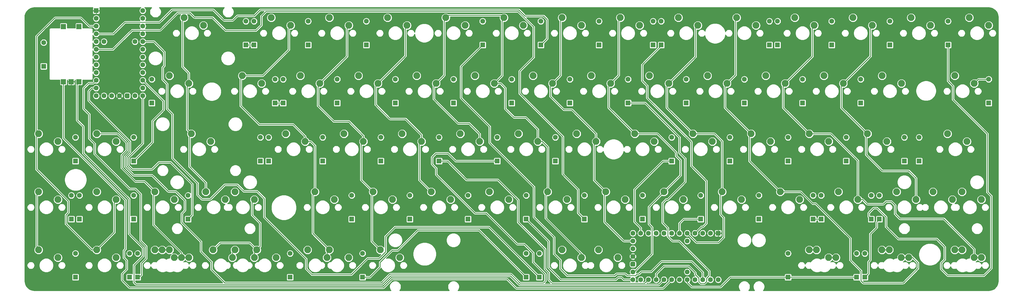
<source format=gbr>
%TF.GenerationSoftware,KiCad,Pcbnew,5.99.0+really5.1.10+dfsg1-1*%
%TF.CreationDate,2021-06-30T17:07:37-04:00*%
%TF.ProjectId,Pikatea Keyboard Teensy2,50696b61-7465-4612-904b-6579626f6172,rev?*%
%TF.SameCoordinates,Original*%
%TF.FileFunction,Copper,L2,Bot*%
%TF.FilePolarity,Positive*%
%FSLAX46Y46*%
G04 Gerber Fmt 4.6, Leading zero omitted, Abs format (unit mm)*
G04 Created by KiCad (PCBNEW 5.99.0+really5.1.10+dfsg1-1) date 2021-06-30 17:07:37*
%MOMM*%
%LPD*%
G01*
G04 APERTURE LIST*
%TA.AperFunction,ComponentPad*%
%ADD10C,2.250000*%
%TD*%
%TA.AperFunction,ComponentPad*%
%ADD11C,1.600000*%
%TD*%
%TA.AperFunction,ComponentPad*%
%ADD12R,1.600000X1.600000*%
%TD*%
%TA.AperFunction,ComponentPad*%
%ADD13R,1.700000X1.700000*%
%TD*%
%TA.AperFunction,ViaPad*%
%ADD14C,0.800000*%
%TD*%
%TA.AperFunction,Conductor*%
%ADD15C,0.254000*%
%TD*%
%TA.AperFunction,Conductor*%
%ADD16C,0.100000*%
%TD*%
G04 APERTURE END LIST*
D10*
%TO.P,MX_RSHFT1,2*%
%TO.N,C3*%
X18891250Y-125870000D03*
%TO.P,MX_RSHFT1,1*%
%TO.N,Net-(D70-Pad2)*%
X25241250Y-128410000D03*
%TD*%
%TO.P,MX_0,1*%
%TO.N,C6*%
X84772500Y-71260000D03*
%TO.P,MX_0,2*%
%TO.N,Net-(D65-Pad2)*%
X78422500Y-68720000D03*
%TD*%
%TO.P,MX_RSHFT2,2*%
%TO.N,Net-(D70-Pad2)*%
X28416250Y-125870000D03*
%TO.P,MX_RSHFT2,1*%
%TO.N,C3*%
X34766250Y-128410000D03*
%TD*%
%TO.P,MX_ENTER1,2*%
%TO.N,C3*%
X14128750Y-106820000D03*
%TO.P,MX_ENTER1,1*%
%TO.N,Net-(D45-Pad2)*%
X20478750Y-109360000D03*
%TD*%
D11*
%TO.P,D70,2*%
%TO.N,Net-(D70-Pad2)*%
X13081000Y-127037000D03*
D12*
%TO.P,D70,1*%
%TO.N,R6*%
X13081000Y-134837000D03*
%TD*%
D11*
%TO.P,D69,2*%
%TO.N,Net-(D69-Pad2)*%
X-34226500Y-76872000D03*
D12*
%TO.P,D69,1*%
%TO.N,R2*%
X-34226500Y-84672000D03*
%TD*%
D11*
%TO.P,D68,2*%
%TO.N,Net-(D68-Pad2)*%
X32004000Y-69887000D03*
D12*
%TO.P,D68,1*%
%TO.N,R0*%
X32004000Y-77687000D03*
%TD*%
D11*
%TO.P,D67,2*%
%TO.N,Net-(D67-Pad2)*%
X34671000Y-69887000D03*
D12*
%TO.P,D67,1*%
%TO.N,R0*%
X34671000Y-77687000D03*
%TD*%
D11*
%TO.P,D66,2*%
%TO.N,Net-(D66-Pad2)*%
X52387500Y-69887000D03*
D12*
%TO.P,D66,1*%
%TO.N,R0*%
X52387500Y-77687000D03*
%TD*%
D11*
%TO.P,D65,2*%
%TO.N,Net-(D65-Pad2)*%
X71437500Y-69887000D03*
D12*
%TO.P,D65,1*%
%TO.N,R0*%
X71437500Y-77687000D03*
%TD*%
D11*
%TO.P,D64,2*%
%TO.N,Net-(D64-Pad2)*%
X109537500Y-69887000D03*
D12*
%TO.P,D64,1*%
%TO.N,R0*%
X109537500Y-77687000D03*
%TD*%
D11*
%TO.P,D63,2*%
%TO.N,Net-(D63-Pad2)*%
X128587500Y-69887000D03*
D12*
%TO.P,D63,1*%
%TO.N,R1*%
X128587500Y-77687000D03*
%TD*%
D11*
%TO.P,D62,2*%
%TO.N,Net-(D62-Pad2)*%
X147637500Y-69887000D03*
D12*
%TO.P,D62,1*%
%TO.N,R1*%
X147637500Y-77687000D03*
%TD*%
D11*
%TO.P,D61,2*%
%TO.N,Net-(D61-Pad2)*%
X165354000Y-69887000D03*
D12*
%TO.P,D61,1*%
%TO.N,R1*%
X165354000Y-77687000D03*
%TD*%
D11*
%TO.P,D60,2*%
%TO.N,Net-(D60-Pad2)*%
X168021000Y-69887000D03*
D12*
%TO.P,D60,1*%
%TO.N,R1*%
X168021000Y-77687000D03*
%TD*%
D11*
%TO.P,D59,2*%
%TO.N,Net-(D59-Pad2)*%
X203454000Y-69887000D03*
D12*
%TO.P,D59,1*%
%TO.N,R1*%
X203454000Y-77687000D03*
%TD*%
D11*
%TO.P,D58,2*%
%TO.N,Net-(D58-Pad2)*%
X206121000Y-69887000D03*
D12*
%TO.P,D58,1*%
%TO.N,R1*%
X206121000Y-77687000D03*
%TD*%
D11*
%TO.P,D57,2*%
%TO.N,Net-(D57-Pad2)*%
X223837500Y-69887000D03*
D12*
%TO.P,D57,1*%
%TO.N,R1*%
X223837500Y-77687000D03*
%TD*%
D11*
%TO.P,D56,2*%
%TO.N,Net-(D56-Pad2)*%
X242887500Y-69887000D03*
D12*
%TO.P,D56,1*%
%TO.N,R1*%
X242887500Y-77687000D03*
%TD*%
D11*
%TO.P,D54,2*%
%TO.N,Net-(D54-Pad2)*%
X-25146000Y-127037000D03*
D12*
%TO.P,D54,1*%
%TO.N,R6*%
X-25146000Y-134837000D03*
%TD*%
D11*
%TO.P,D53,2*%
%TO.N,Net-(D53-Pad2)*%
X-23812500Y-107987000D03*
D12*
%TO.P,D53,1*%
%TO.N,R4*%
X-23812500Y-115787000D03*
%TD*%
D11*
%TO.P,D52,2*%
%TO.N,Net-(D52-Pad2)*%
X-23812500Y-146087000D03*
D12*
%TO.P,D52,1*%
%TO.N,R8*%
X-23812500Y-153887000D03*
%TD*%
D11*
%TO.P,D51,2*%
%TO.N,Net-(D51-Pad2)*%
X-22479000Y-127037000D03*
D12*
%TO.P,D51,1*%
%TO.N,R6*%
X-22479000Y-134837000D03*
%TD*%
D11*
%TO.P,D50,2*%
%TO.N,Net-(D50-Pad2)*%
X-4762500Y-107987000D03*
D12*
%TO.P,D50,1*%
%TO.N,R4*%
X-4762500Y-115787000D03*
%TD*%
D11*
%TO.P,D49,2*%
%TO.N,Net-(D49-Pad2)*%
X-6096000Y-146087000D03*
D12*
%TO.P,D49,1*%
%TO.N,R8*%
X-6096000Y-153887000D03*
%TD*%
D11*
%TO.P,D48,2*%
%TO.N,Net-(D48-Pad2)*%
X-4762500Y-127037000D03*
D12*
%TO.P,D48,1*%
%TO.N,R6*%
X-4762500Y-134837000D03*
%TD*%
D11*
%TO.P,D47,2*%
%TO.N,Net-(D47-Pad2)*%
X1206500Y-88937000D03*
D12*
%TO.P,D47,1*%
%TO.N,R2*%
X1206500Y-96737000D03*
%TD*%
D11*
%TO.P,D46,2*%
%TO.N,Net-(D46-Pad2)*%
X-3429000Y-146087000D03*
D12*
%TO.P,D46,1*%
%TO.N,R8*%
X-3429000Y-153887000D03*
%TD*%
D11*
%TO.P,D45,2*%
%TO.N,Net-(D45-Pad2)*%
X36766500Y-107987000D03*
D12*
%TO.P,D45,1*%
%TO.N,R4*%
X36766500Y-115787000D03*
%TD*%
D11*
%TO.P,D44,2*%
%TO.N,Net-(D44-Pad2)*%
X41592500Y-88937000D03*
D12*
%TO.P,D44,1*%
%TO.N,R2*%
X41592500Y-96737000D03*
%TD*%
D11*
%TO.P,D43,2*%
%TO.N,Net-(D43-Pad2)*%
X46482000Y-146087000D03*
D12*
%TO.P,D43,1*%
%TO.N,R8*%
X46482000Y-153887000D03*
%TD*%
D11*
%TO.P,D42,2*%
%TO.N,Net-(D42-Pad2)*%
X39433500Y-107987000D03*
D12*
%TO.P,D42,1*%
%TO.N,R4*%
X39433500Y-115787000D03*
%TD*%
D11*
%TO.P,D41,2*%
%TO.N,Net-(D41-Pad2)*%
X44196000Y-88937000D03*
D12*
%TO.P,D41,1*%
%TO.N,R2*%
X44196000Y-96737000D03*
%TD*%
D11*
%TO.P,D40,2*%
%TO.N,Net-(D40-Pad2)*%
X70231000Y-146087000D03*
D12*
%TO.P,D40,1*%
%TO.N,R8*%
X70231000Y-153887000D03*
%TD*%
D11*
%TO.P,D39,2*%
%TO.N,Net-(D39-Pad2)*%
X66675000Y-127037000D03*
D12*
%TO.P,D39,1*%
%TO.N,R6*%
X66675000Y-134837000D03*
%TD*%
D11*
%TO.P,D38,2*%
%TO.N,Net-(D38-Pad2)*%
X57150000Y-107987000D03*
D12*
%TO.P,D38,1*%
%TO.N,R4*%
X57150000Y-115787000D03*
%TD*%
D11*
%TO.P,D37,2*%
%TO.N,Net-(D37-Pad2)*%
X61912500Y-88937000D03*
D12*
%TO.P,D37,1*%
%TO.N,R2*%
X61912500Y-96737000D03*
%TD*%
D11*
%TO.P,D36,2*%
%TO.N,Net-(D36-Pad2)*%
X123761500Y-146087000D03*
D12*
%TO.P,D36,1*%
%TO.N,R8*%
X123761500Y-153887000D03*
%TD*%
D11*
%TO.P,D35,2*%
%TO.N,Net-(D35-Pad2)*%
X85725000Y-127037000D03*
D12*
%TO.P,D35,1*%
%TO.N,R6*%
X85725000Y-134837000D03*
%TD*%
D11*
%TO.P,D34,2*%
%TO.N,Net-(D34-Pad2)*%
X76200000Y-107987000D03*
D12*
%TO.P,D34,1*%
%TO.N,R4*%
X76200000Y-115787000D03*
%TD*%
D11*
%TO.P,D33,2*%
%TO.N,Net-(D33-Pad2)*%
X80962500Y-88937000D03*
D12*
%TO.P,D33,1*%
%TO.N,R2*%
X80962500Y-96737000D03*
%TD*%
D11*
%TO.P,D32,2*%
%TO.N,Net-(D32-Pad2)*%
X104775000Y-127037000D03*
D12*
%TO.P,D32,1*%
%TO.N,R6*%
X104775000Y-134837000D03*
%TD*%
D11*
%TO.P,D31,2*%
%TO.N,Net-(D31-Pad2)*%
X95250000Y-107987000D03*
D12*
%TO.P,D31,1*%
%TO.N,R4*%
X95250000Y-115787000D03*
%TD*%
D11*
%TO.P,D30,2*%
%TO.N,Net-(D30-Pad2)*%
X100012500Y-88937000D03*
D12*
%TO.P,D30,1*%
%TO.N,R3*%
X100012500Y-96737000D03*
%TD*%
D11*
%TO.P,D29,2*%
%TO.N,Net-(D29-Pad2)*%
X123825000Y-127037000D03*
D12*
%TO.P,D29,1*%
%TO.N,R6*%
X123825000Y-134837000D03*
%TD*%
D11*
%TO.P,D28,2*%
%TO.N,Net-(D28-Pad2)*%
X114300000Y-107987000D03*
D12*
%TO.P,D28,1*%
%TO.N,R5*%
X114300000Y-115787000D03*
%TD*%
D11*
%TO.P,D27,2*%
%TO.N,Net-(D27-Pad2)*%
X119062500Y-88937000D03*
D12*
%TO.P,D27,1*%
%TO.N,R3*%
X119062500Y-96737000D03*
%TD*%
D11*
%TO.P,D26,2*%
%TO.N,Net-(D26-Pad2)*%
X142875000Y-127037000D03*
D12*
%TO.P,D26,1*%
%TO.N,R7*%
X142875000Y-134837000D03*
%TD*%
D11*
%TO.P,D25,2*%
%TO.N,Net-(D25-Pad2)*%
X133350000Y-107987000D03*
D12*
%TO.P,D25,1*%
%TO.N,R5*%
X133350000Y-115787000D03*
%TD*%
D11*
%TO.P,D24,2*%
%TO.N,Net-(D24-Pad2)*%
X128143000Y-146087000D03*
D12*
%TO.P,D24,1*%
%TO.N,R9*%
X128143000Y-153887000D03*
%TD*%
D11*
%TO.P,D23,2*%
%TO.N,Net-(D23-Pad2)*%
X138112500Y-88937000D03*
D12*
%TO.P,D23,1*%
%TO.N,R3*%
X138112500Y-96737000D03*
%TD*%
D11*
%TO.P,D22,2*%
%TO.N,Net-(D22-Pad2)*%
X161925000Y-127037000D03*
D12*
%TO.P,D22,1*%
%TO.N,R7*%
X161925000Y-134837000D03*
%TD*%
D11*
%TO.P,D21,2*%
%TO.N,Net-(D21-Pad2)*%
X171450000Y-107987000D03*
D12*
%TO.P,D21,1*%
%TO.N,R5*%
X171450000Y-115787000D03*
%TD*%
D11*
%TO.P,D20,2*%
%TO.N,Net-(D20-Pad2)*%
X157162500Y-88937000D03*
D12*
%TO.P,D20,1*%
%TO.N,R3*%
X157162500Y-96737000D03*
%TD*%
D11*
%TO.P,D19,2*%
%TO.N,Net-(D19-Pad2)*%
X180975000Y-127037000D03*
D12*
%TO.P,D19,1*%
%TO.N,R7*%
X180975000Y-134837000D03*
%TD*%
D11*
%TO.P,D18,2*%
%TO.N,Net-(D18-Pad2)*%
X190500000Y-107987000D03*
D12*
%TO.P,D18,1*%
%TO.N,R5*%
X190500000Y-115787000D03*
%TD*%
D11*
%TO.P,D17,2*%
%TO.N,Net-(D17-Pad2)*%
X176212500Y-88937000D03*
D12*
%TO.P,D17,1*%
%TO.N,R3*%
X176212500Y-96737000D03*
%TD*%
D11*
%TO.P,D16,2*%
%TO.N,Net-(D16-Pad2)*%
X200025000Y-127037000D03*
D12*
%TO.P,D16,1*%
%TO.N,R7*%
X200025000Y-134837000D03*
%TD*%
D11*
%TO.P,D15,2*%
%TO.N,Net-(D15-Pad2)*%
X209550000Y-107987000D03*
D12*
%TO.P,D15,1*%
%TO.N,R5*%
X209550000Y-115787000D03*
%TD*%
D11*
%TO.P,D14,2*%
%TO.N,Net-(D14-Pad2)*%
X195262500Y-88937000D03*
D12*
%TO.P,D14,1*%
%TO.N,R3*%
X195262500Y-96737000D03*
%TD*%
D11*
%TO.P,D13,2*%
%TO.N,Net-(D13-Pad2)*%
X217741500Y-127037000D03*
D12*
%TO.P,D13,1*%
%TO.N,R7*%
X217741500Y-134837000D03*
%TD*%
D11*
%TO.P,D12,2*%
%TO.N,Net-(D12-Pad2)*%
X228600000Y-107987000D03*
D12*
%TO.P,D12,1*%
%TO.N,R5*%
X228600000Y-115787000D03*
%TD*%
D11*
%TO.P,D11,2*%
%TO.N,Net-(D11-Pad2)*%
X214312500Y-88937000D03*
D12*
%TO.P,D11,1*%
%TO.N,R3*%
X214312500Y-96737000D03*
%TD*%
D11*
%TO.P,D10,2*%
%TO.N,Net-(D10-Pad2)*%
X220408500Y-127037000D03*
D12*
%TO.P,D10,1*%
%TO.N,R7*%
X220408500Y-134837000D03*
%TD*%
D11*
%TO.P,D9,2*%
%TO.N,Net-(D9-Pad2)*%
X209550000Y-146087000D03*
D12*
%TO.P,D9,1*%
%TO.N,R9*%
X209550000Y-153887000D03*
%TD*%
D11*
%TO.P,D8,2*%
%TO.N,Net-(D8-Pad2)*%
X247650000Y-107987000D03*
D12*
%TO.P,D8,1*%
%TO.N,R5*%
X247650000Y-115787000D03*
%TD*%
D11*
%TO.P,D7,2*%
%TO.N,Net-(D7-Pad2)*%
X233362500Y-88937000D03*
D12*
%TO.P,D7,1*%
%TO.N,R3*%
X233362500Y-96737000D03*
%TD*%
D11*
%TO.P,D6,2*%
%TO.N,Net-(D6-Pad2)*%
X236791500Y-127037000D03*
D12*
%TO.P,D6,1*%
%TO.N,R7*%
X236791500Y-134837000D03*
%TD*%
D11*
%TO.P,D5,2*%
%TO.N,Net-(D5-Pad2)*%
X232029000Y-146087000D03*
D12*
%TO.P,D5,1*%
%TO.N,R9*%
X232029000Y-153887000D03*
%TD*%
D11*
%TO.P,D4,2*%
%TO.N,Net-(D4-Pad2)*%
X239458500Y-127037000D03*
D12*
%TO.P,D4,1*%
%TO.N,R9*%
X239458500Y-134837000D03*
%TD*%
D11*
%TO.P,D3,2*%
%TO.N,Net-(D3-Pad2)*%
X252476000Y-107987000D03*
D12*
%TO.P,D3,1*%
%TO.N,R5*%
X252476000Y-115787000D03*
%TD*%
D11*
%TO.P,D2,2*%
%TO.N,Net-(D2-Pad2)*%
X275272500Y-88937000D03*
D12*
%TO.P,D2,1*%
%TO.N,R9*%
X275272500Y-96737000D03*
%TD*%
D11*
%TO.P,D1,2*%
%TO.N,Net-(D1-Pad2)*%
X234696000Y-146087000D03*
D12*
%TO.P,D1,1*%
%TO.N,R9*%
X234696000Y-153887000D03*
%TD*%
D11*
%TO.P,D55,2*%
%TO.N,Net-(D55-Pad2)*%
X261937500Y-69887000D03*
D12*
%TO.P,D55,1*%
%TO.N,R7*%
X261937500Y-77687000D03*
%TD*%
D10*
%TO.P,MX_LSHFT2,2*%
%TO.N,C1*%
X266522500Y-125870000D03*
%TO.P,MX_LSHFT2,1*%
%TO.N,Net-(D4-Pad2)*%
X272872500Y-128410000D03*
%TD*%
%TO.P,MX_LSHFT1,2*%
%TO.N,Net-(D4-Pad2)*%
X257016250Y-125870000D03*
%TO.P,MX_LSHFT1,1*%
%TO.N,C1*%
X263366250Y-128410000D03*
%TD*%
%TO.P,MX_LCTRL2,2*%
%TO.N,Net-(D1-Pad2)*%
X264141250Y-144920000D03*
%TO.P,MX_LCTRL2,1*%
%TO.N,C2*%
X270491250Y-147460000D03*
%TD*%
%TO.P,MX_LCTRL1,2*%
%TO.N,Net-(D1-Pad2)*%
X266522500Y-144920000D03*
%TO.P,MX_LCTRL1,1*%
%TO.N,C2*%
X272872500Y-147460000D03*
%TD*%
%TO.P,MX_LALT2,2*%
%TO.N,Net-(D9-Pad2)*%
X216516250Y-144920000D03*
%TO.P,MX_LALT2,1*%
%TO.N,C4*%
X222866250Y-147460000D03*
%TD*%
%TO.P,MX_LALT1,2*%
%TO.N,Net-(D9-Pad2)*%
X218897500Y-144920000D03*
%TO.P,MX_LALT1,1*%
%TO.N,C4*%
X225247500Y-147460000D03*
%TD*%
%TO.P,MX_SPACE2,2*%
%TO.N,Net-(D24-Pad2)*%
X135553750Y-144920000D03*
%TO.P,MX_SPACE2,1*%
%TO.N,C7*%
X141903750Y-147460000D03*
%TD*%
%TO.P,MX_SPACE1,2*%
%TO.N,Net-(D24-Pad2)*%
X147460000Y-144920000D03*
%TO.P,MX_SPACE1,1*%
%TO.N,C7*%
X153810000Y-147460000D03*
%TD*%
%TO.P,MX_BSPC1,2*%
%TO.N,C3*%
X11747500Y-68720000D03*
%TO.P,MX_BSPC1,1*%
%TO.N,Net-(D68-Pad2)*%
X18097500Y-71260000D03*
%TD*%
%TO.P,MX_BSLSH1,2*%
%TO.N,Net-(D47-Pad2)*%
X6985000Y-87770000D03*
%TO.P,MX_BSLSH1,1*%
%TO.N,C3*%
X13335000Y-90310000D03*
%TD*%
%TO.P,MX_TAB1,2*%
%TO.N,C0*%
X264160000Y-87770000D03*
%TO.P,MX_TAB1,1*%
%TO.N,Net-(D2-Pad2)*%
X270510000Y-90310000D03*
%TD*%
%TO.P,MX_CAPS1,2*%
%TO.N,Net-(D3-Pad2)*%
X261778750Y-106820000D03*
%TO.P,MX_CAPS1,1*%
%TO.N,C0*%
X268128750Y-109360000D03*
%TD*%
%TO.P,MX_RALT1,2*%
%TO.N,C5*%
X76022500Y-144920000D03*
%TO.P,MX_RALT1,1*%
%TO.N,Net-(D36-Pad2)*%
X82372500Y-147460000D03*
%TD*%
%TO.P,MX_RMENU2,2*%
%TO.N,C3*%
X35560000Y-144920000D03*
%TO.P,MX_RMENU2,1*%
%TO.N,Net-(D43-Pad2)*%
X41910000Y-147460000D03*
%TD*%
%TO.P,MX_RMENU1,2*%
%TO.N,Net-(D43-Pad2)*%
X28416250Y-144920000D03*
%TO.P,MX_RMENU1,1*%
%TO.N,C3*%
X34766250Y-147460000D03*
%TD*%
%TO.P,MX_RCTRL2,2*%
%TO.N,Net-(D46-Pad2)*%
X6981250Y-144920000D03*
%TO.P,MX_RCTRL2,1*%
%TO.N,C2*%
X13331250Y-147460000D03*
%TD*%
%TO.P,MX_RCTRL1,2*%
%TO.N,Net-(D46-Pad2)*%
X4600000Y-144920000D03*
%TO.P,MX_RCTRL1,1*%
%TO.N,C2*%
X10950000Y-147460000D03*
%TD*%
%TO.P,MX_RMENU3,2*%
%TO.N,C3*%
X21240000Y-144920000D03*
%TO.P,MX_RMENU3,1*%
%TO.N,Net-(D43-Pad2)*%
X27590000Y-147460000D03*
%TD*%
%TO.P,MX_Q1,2*%
%TO.N,Net-(D7-Pad2)*%
X240347500Y-87770000D03*
%TO.P,MX_Q1,1*%
%TO.N,C0*%
X246697500Y-90310000D03*
%TD*%
%TO.P,MX_LMENU2,2*%
%TO.N,Net-(D5-Pad2)*%
X240328750Y-144920000D03*
%TO.P,MX_LMENU2,1*%
%TO.N,C3*%
X246678750Y-147460000D03*
%TD*%
%TO.P,MX_LMENU1,2*%
%TO.N,Net-(D5-Pad2)*%
X242710000Y-144920000D03*
%TO.P,MX_LMENU1,1*%
%TO.N,C3*%
X249060000Y-147460000D03*
%TD*%
%TO.P,MX_EXTRA1,2*%
%TO.N,Net-(D6-Pad2)*%
X245110000Y-125870000D03*
%TO.P,MX_EXTRA1,1*%
%TO.N,C1*%
X251460000Y-128410000D03*
%TD*%
%TO.P,MX_A1,2*%
%TO.N,C1*%
X235585000Y-106820000D03*
%TO.P,MX_A1,1*%
%TO.N,Net-(D8-Pad2)*%
X241935000Y-109360000D03*
%TD*%
%TO.P,MX_RWIN2,2*%
%TO.N,C4*%
X59320000Y-144920000D03*
%TO.P,MX_RWIN2,1*%
%TO.N,Net-(D40-Pad2)*%
X65670000Y-147460000D03*
%TD*%
%TO.P,MX_RWIN1,2*%
%TO.N,Net-(D40-Pad2)*%
X52210000Y-144920000D03*
%TO.P,MX_RWIN1,1*%
%TO.N,C4*%
X58560000Y-147460000D03*
%TD*%
%TO.P,MX_Z1,2*%
%TO.N,Net-(D10-Pad2)*%
X226060000Y-125870000D03*
%TO.P,MX_Z1,1*%
%TO.N,C2*%
X232410000Y-128410000D03*
%TD*%
%TO.P,MX_Y1,2*%
%TO.N,Net-(D23-Pad2)*%
X145097500Y-87770000D03*
%TO.P,MX_Y1,1*%
%TO.N,C5*%
X151447500Y-90310000D03*
%TD*%
%TO.P,MX_X1,2*%
%TO.N,C3*%
X207010000Y-125870000D03*
%TO.P,MX_X1,1*%
%TO.N,Net-(D13-Pad2)*%
X213360000Y-128410000D03*
%TD*%
%TO.P,MX_W1,2*%
%TO.N,Net-(D11-Pad2)*%
X221297500Y-87770000D03*
%TO.P,MX_W1,1*%
%TO.N,C1*%
X227647500Y-90310000D03*
%TD*%
%TO.P,MX_V1,2*%
%TO.N,C5*%
X168910000Y-125870000D03*
%TO.P,MX_V1,1*%
%TO.N,Net-(D19-Pad2)*%
X175260000Y-128410000D03*
%TD*%
%TO.P,MX_UP2,2*%
%TO.N,C2*%
X2222500Y-125870000D03*
%TO.P,MX_UP2,1*%
%TO.N,Net-(D48-Pad2)*%
X8572500Y-128410000D03*
%TD*%
%TO.P,MX_UP1,2*%
%TO.N,Net-(D51-Pad2)*%
X-16827500Y-125870000D03*
%TO.P,MX_UP1,1*%
%TO.N,C1*%
X-10477500Y-128410000D03*
%TD*%
%TO.P,MX_U1,2*%
%TO.N,Net-(D27-Pad2)*%
X126047500Y-87770000D03*
%TO.P,MX_U1,1*%
%TO.N,C6*%
X132397500Y-90310000D03*
%TD*%
%TO.P,MX_T1,2*%
%TO.N,Net-(D20-Pad2)*%
X164147500Y-87770000D03*
%TO.P,MX_T1,1*%
%TO.N,C4*%
X170497500Y-90310000D03*
%TD*%
%TO.P,MX_SEMI1,2*%
%TO.N,Net-(D38-Pad2)*%
X64135000Y-106820000D03*
%TO.P,MX_SEMI1,1*%
%TO.N,C5*%
X70485000Y-109360000D03*
%TD*%
%TO.P,MX_S1,2*%
%TO.N,C2*%
X216535000Y-106820000D03*
%TO.P,MX_S1,1*%
%TO.N,Net-(D12-Pad2)*%
X222885000Y-109360000D03*
%TD*%
%TO.P,MX_RIGHT1,2*%
%TO.N,C0*%
X-35877500Y-144920000D03*
%TO.P,MX_RIGHT1,1*%
%TO.N,Net-(D52-Pad2)*%
X-29527500Y-147460000D03*
%TD*%
%TO.P,MX_RCTRL3,2*%
%TO.N,Net-(D46-Pad2)*%
X2218750Y-144920000D03*
%TO.P,MX_RCTRL3,1*%
%TO.N,C2*%
X8568750Y-147460000D03*
%TD*%
%TO.P,MX_R1,2*%
%TO.N,Net-(D17-Pad2)*%
X183197500Y-87770000D03*
%TO.P,MX_R1,1*%
%TO.N,C3*%
X189547500Y-90310000D03*
%TD*%
%TO.P,MX_QUOTE1,2*%
%TO.N,Net-(D42-Pad2)*%
X45085000Y-106820000D03*
%TO.P,MX_QUOTE1,1*%
%TO.N,C4*%
X51435000Y-109360000D03*
%TD*%
%TO.P,MX_PLUS1,2*%
%TO.N,Net-(D67-Pad2)*%
X40322500Y-68720000D03*
%TO.P,MX_PLUS1,1*%
%TO.N,C4*%
X46672500Y-71260000D03*
%TD*%
%TO.P,MX_P1,2*%
%TO.N,Net-(D37-Pad2)*%
X68897500Y-87770000D03*
%TO.P,MX_P1,1*%
%TO.N,C6*%
X75247500Y-90310000D03*
%TD*%
%TO.P,MX_OPBRK1,2*%
%TO.N,Net-(D41-Pad2)*%
X49847500Y-87770000D03*
%TO.P,MX_OPBRK1,1*%
%TO.N,C5*%
X56197500Y-90310000D03*
%TD*%
%TO.P,MX_O1,2*%
%TO.N,Net-(D33-Pad2)*%
X87947500Y-87770000D03*
%TO.P,MX_O1,1*%
%TO.N,C7*%
X94297500Y-90310000D03*
%TD*%
%TO.P,MX_N1,2*%
%TO.N,C7*%
X130810000Y-125870000D03*
%TO.P,MX_N1,1*%
%TO.N,Net-(D26-Pad2)*%
X137160000Y-128410000D03*
%TD*%
%TO.P,MX_MINUS1,2*%
%TO.N,Net-(D66-Pad2)*%
X59372500Y-68720000D03*
%TO.P,MX_MINUS1,1*%
%TO.N,C5*%
X65722500Y-71260000D03*
%TD*%
%TO.P,MX_MACRO3,2*%
%TO.N,C0*%
X-35877500Y-125870000D03*
%TO.P,MX_MACRO3,1*%
%TO.N,Net-(D54-Pad2)*%
X-29527500Y-128410000D03*
%TD*%
%TO.P,MX_MACRO2,2*%
%TO.N,C1*%
X-35877500Y-106820000D03*
%TO.P,MX_MACRO2,1*%
%TO.N,Net-(D53-Pad2)*%
X-29527500Y-109360000D03*
%TD*%
%TO.P,MX_MACRO1,2*%
%TO.N,C2*%
X-16827500Y-106820000D03*
%TO.P,MX_MACRO1,1*%
%TO.N,Net-(D50-Pad2)*%
X-10477500Y-109360000D03*
%TD*%
%TO.P,MX_M1,2*%
%TO.N,C7*%
X111760000Y-125870000D03*
%TO.P,MX_M1,1*%
%TO.N,Net-(D29-Pad2)*%
X118110000Y-128410000D03*
%TD*%
%TO.P,MX_L1,2*%
%TO.N,Net-(D34-Pad2)*%
X83185000Y-106820000D03*
%TO.P,MX_L1,1*%
%TO.N,C6*%
X89535000Y-109360000D03*
%TD*%
%TO.P,MX_K1,2*%
%TO.N,Net-(D31-Pad2)*%
X102235000Y-106820000D03*
%TO.P,MX_K1,1*%
%TO.N,C7*%
X108585000Y-109360000D03*
%TD*%
%TO.P,MX_J1,2*%
%TO.N,Net-(D28-Pad2)*%
X121285000Y-106820000D03*
%TO.P,MX_J1,1*%
%TO.N,C7*%
X127635000Y-109360000D03*
%TD*%
%TO.P,MX_I1,2*%
%TO.N,Net-(D30-Pad2)*%
X106997500Y-87770000D03*
%TO.P,MX_I1,1*%
%TO.N,C7*%
X113347500Y-90310000D03*
%TD*%
%TO.P,MX_H1,2*%
%TO.N,Net-(D25-Pad2)*%
X140335000Y-106820000D03*
%TO.P,MX_H1,1*%
%TO.N,C6*%
X146685000Y-109360000D03*
%TD*%
%TO.P,MX_G1,2*%
%TO.N,C5*%
X159385000Y-106820000D03*
%TO.P,MX_G1,1*%
%TO.N,Net-(D21-Pad2)*%
X165735000Y-109360000D03*
%TD*%
%TO.P,MX_FSLSH1,2*%
%TO.N,C4*%
X54610000Y-125870000D03*
%TO.P,MX_FSLSH1,1*%
%TO.N,Net-(D39-Pad2)*%
X60960000Y-128410000D03*
%TD*%
%TO.P,MX_F1,2*%
%TO.N,C4*%
X178435000Y-106820000D03*
%TO.P,MX_F1,1*%
%TO.N,Net-(D18-Pad2)*%
X184785000Y-109360000D03*
%TD*%
%TO.P,MX_E1,2*%
%TO.N,Net-(D14-Pad2)*%
X202247500Y-87770000D03*
%TO.P,MX_E1,1*%
%TO.N,C2*%
X208597500Y-90310000D03*
%TD*%
%TO.P,MX_DOWN1,2*%
%TO.N,C1*%
X-16827500Y-144920000D03*
%TO.P,MX_DOWN1,1*%
%TO.N,Net-(D49-Pad2)*%
X-10477500Y-147460000D03*
%TD*%
%TO.P,MX_D1,2*%
%TO.N,C3*%
X197485000Y-106820000D03*
%TO.P,MX_D1,1*%
%TO.N,Net-(D15-Pad2)*%
X203835000Y-109360000D03*
%TD*%
%TO.P,MX_CLBRK1,2*%
%TO.N,C4*%
X30797500Y-87770000D03*
%TO.P,MX_CLBRK1,1*%
%TO.N,Net-(D44-Pad2)*%
X37147500Y-90310000D03*
%TD*%
%TO.P,MX_C1,2*%
%TO.N,C4*%
X187960000Y-125870000D03*
%TO.P,MX_C1,1*%
%TO.N,Net-(D16-Pad2)*%
X194310000Y-128410000D03*
%TD*%
%TO.P,MX_B1,2*%
%TO.N,C6*%
X149860000Y-125870000D03*
%TO.P,MX_B1,1*%
%TO.N,Net-(D22-Pad2)*%
X156210000Y-128410000D03*
%TD*%
%TO.P,MX_>1,2*%
%TO.N,C5*%
X73660000Y-125870000D03*
%TO.P,MX_>1,1*%
%TO.N,Net-(D35-Pad2)*%
X80010000Y-128410000D03*
%TD*%
%TO.P,MX_<1,2*%
%TO.N,C6*%
X92710000Y-125870000D03*
%TO.P,MX_<1,1*%
%TO.N,Net-(D32-Pad2)*%
X99060000Y-128410000D03*
%TD*%
%TO.P,MX_9,2*%
%TO.N,C7*%
X97472500Y-68720000D03*
%TO.P,MX_9,1*%
%TO.N,Net-(D64-Pad2)*%
X103822500Y-71260000D03*
%TD*%
%TO.P,MX_8,2*%
%TO.N,C7*%
X116522500Y-68720000D03*
%TO.P,MX_8,1*%
%TO.N,Net-(D63-Pad2)*%
X122872500Y-71260000D03*
%TD*%
%TO.P,MX_7,2*%
%TO.N,C6*%
X135572500Y-68720000D03*
%TO.P,MX_7,1*%
%TO.N,Net-(D62-Pad2)*%
X141922500Y-71260000D03*
%TD*%
%TO.P,MX_6,2*%
%TO.N,C5*%
X154622500Y-68720000D03*
%TO.P,MX_6,1*%
%TO.N,Net-(D61-Pad2)*%
X160972500Y-71260000D03*
%TD*%
%TO.P,MX_5,2*%
%TO.N,Net-(D60-Pad2)*%
X173672500Y-68720000D03*
%TO.P,MX_5,1*%
%TO.N,C4*%
X180022500Y-71260000D03*
%TD*%
%TO.P,MX_4,2*%
%TO.N,C3*%
X192722500Y-68720000D03*
%TO.P,MX_4,1*%
%TO.N,Net-(D59-Pad2)*%
X199072500Y-71260000D03*
%TD*%
%TO.P,MX_3,2*%
%TO.N,Net-(D58-Pad2)*%
X211772500Y-68720000D03*
%TO.P,MX_3,1*%
%TO.N,C2*%
X218122500Y-71260000D03*
%TD*%
%TO.P,MX_2,2*%
%TO.N,Net-(D57-Pad2)*%
X230822500Y-68720000D03*
%TO.P,MX_2,1*%
%TO.N,C1*%
X237172500Y-71260000D03*
%TD*%
%TO.P,MX_1,2*%
%TO.N,Net-(D56-Pad2)*%
X249872500Y-68720000D03*
%TO.P,MX_1,1*%
%TO.N,C0*%
X256222500Y-71260000D03*
%TD*%
%TO.P,MX_ESC1,2*%
%TO.N,Net-(D55-Pad2)*%
X268922500Y-68720000D03*
%TO.P,MX_ESC1,1*%
%TO.N,C0*%
X275272500Y-71260000D03*
%TD*%
D11*
%TO.P,U1,31*%
%TO.N,Net-(U1-Pad31)*%
X-4318000Y-76581000D03*
%TO.P,U1,30*%
%TO.N,Net-(U1-Pad30)*%
X-14478000Y-76581000D03*
%TO.P,U1,29*%
%TO.N,Net-(U1-Pad29)*%
X-1778000Y-66421000D03*
%TO.P,U1,28*%
%TO.N,C3*%
X-1778000Y-68961000D03*
%TO.P,U1,27*%
%TO.N,R0*%
X-1778000Y-71501000D03*
%TO.P,U1,26*%
%TO.N,C0*%
X-1778000Y-74041000D03*
%TO.P,U1,25*%
%TO.N,R9*%
X-1778000Y-76581000D03*
%TO.P,U1,24*%
%TO.N,Net-(U1-Pad24)*%
X-1778000Y-79121000D03*
%TO.P,U1,23*%
%TO.N,B*%
X-1778000Y-81661000D03*
%TO.P,U1,22*%
%TO.N,A*%
X-1778000Y-84201000D03*
%TO.P,U1,21*%
%TO.N,R3*%
X-1778000Y-86741000D03*
%TO.P,U1,20*%
%TO.N,R4*%
X-1778000Y-89281000D03*
%TO.P,U1,19*%
%TO.N,C7*%
X-1778000Y-91821000D03*
%TO.P,U1,18*%
%TO.N,R6*%
X-1778000Y-94361000D03*
%TO.P,U1,17*%
%TO.N,C5*%
X-4318000Y-94361000D03*
%TO.P,U1,16*%
%TO.N,Net-(U1-Pad16)*%
%TA.AperFunction,ComponentPad*%
G36*
G01*
X-7258000Y-93561000D02*
X-6458000Y-93561000D01*
G75*
G02*
X-6058000Y-93961000I0J-400000D01*
G01*
X-6058000Y-94761000D01*
G75*
G02*
X-6458000Y-95161000I-400000J0D01*
G01*
X-7258000Y-95161000D01*
G75*
G02*
X-7658000Y-94761000I0J400000D01*
G01*
X-7658000Y-93961000D01*
G75*
G02*
X-7258000Y-93561000I400000J0D01*
G01*
G37*
%TD.AperFunction*%
%TO.P,U1,14*%
%TO.N,Net-(U1-Pad14)*%
X-11938000Y-94361000D03*
%TO.P,U1,13*%
%TO.N,C6*%
X-14478000Y-94361000D03*
%TO.P,U1,12*%
%TO.N,R2*%
X-17018000Y-94361000D03*
%TO.P,U1,11*%
%TO.N,R5*%
X-17018000Y-91821000D03*
%TO.P,U1,10*%
%TO.N,R8*%
X-17018000Y-89281000D03*
%TO.P,U1,9*%
%TO.N,Net-(U1-Pad9)*%
X-17018000Y-86741000D03*
%TO.P,U1,8*%
%TO.N,Net-(U1-Pad8)*%
X-17018000Y-84201000D03*
%TO.P,U1,7*%
%TO.N,Net-(U1-Pad7)*%
X-17018000Y-81661000D03*
%TO.P,U1,6*%
%TO.N,R7*%
X-17018000Y-79121000D03*
%TO.P,U1,5*%
%TO.N,C4*%
X-17018000Y-76581000D03*
%TO.P,U1,4*%
%TO.N,R1*%
X-17018000Y-74041000D03*
%TO.P,U1,3*%
%TO.N,C1*%
X-17018000Y-71501000D03*
%TO.P,U1,2*%
%TO.N,C2*%
X-17018000Y-68961000D03*
D12*
%TO.P,U1,1*%
%TO.N,GND*%
X-17018000Y-66421000D03*
D11*
%TO.P,U1,15*%
X-9398000Y-94361000D03*
%TD*%
%TO.P,U2,31*%
%TO.N,Net-(U1-Pad31)*%
X176530000Y-152146000D03*
%TO.P,U2,30*%
%TO.N,Net-(U1-Pad30)*%
X176530000Y-141986000D03*
%TO.P,U2,29*%
%TO.N,Net-(U1-Pad29)*%
X186690000Y-154686000D03*
%TO.P,U2,28*%
%TO.N,C3*%
X184150000Y-154686000D03*
%TO.P,U2,27*%
%TO.N,R0*%
X181610000Y-154686000D03*
%TO.P,U2,26*%
%TO.N,C0*%
X179070000Y-154686000D03*
%TO.P,U2,25*%
%TO.N,R9*%
X176530000Y-154686000D03*
%TO.P,U2,24*%
%TO.N,Net-(U1-Pad24)*%
X173990000Y-154686000D03*
%TO.P,U2,23*%
%TO.N,B*%
X171450000Y-154686000D03*
%TO.P,U2,22*%
%TO.N,A*%
X168910000Y-154686000D03*
%TO.P,U2,21*%
%TO.N,R3*%
X166370000Y-154686000D03*
%TO.P,U2,20*%
%TO.N,R4*%
X163830000Y-154686000D03*
%TO.P,U2,19*%
%TO.N,C7*%
X161290000Y-154686000D03*
%TO.P,U2,18*%
%TO.N,R6*%
X158750000Y-154686000D03*
%TO.P,U2,17*%
%TO.N,C5*%
X158750000Y-152146000D03*
%TO.P,U2,16*%
%TO.N,Net-(U1-Pad16)*%
%TA.AperFunction,ComponentPad*%
G36*
G01*
X159550000Y-149206000D02*
X159550000Y-150006000D01*
G75*
G02*
X159150000Y-150406000I-400000J0D01*
G01*
X158350000Y-150406000D01*
G75*
G02*
X157950000Y-150006000I0J400000D01*
G01*
X157950000Y-149206000D01*
G75*
G02*
X158350000Y-148806000I400000J0D01*
G01*
X159150000Y-148806000D01*
G75*
G02*
X159550000Y-149206000I0J-400000D01*
G01*
G37*
%TD.AperFunction*%
%TO.P,U2,14*%
%TO.N,Net-(U1-Pad14)*%
X158750000Y-144526000D03*
%TO.P,U2,13*%
%TO.N,C6*%
X158750000Y-141986000D03*
%TO.P,U2,12*%
%TO.N,R2*%
X158750000Y-139446000D03*
%TO.P,U2,11*%
%TO.N,R5*%
X161290000Y-139446000D03*
%TO.P,U2,10*%
%TO.N,R8*%
X163830000Y-139446000D03*
%TO.P,U2,9*%
%TO.N,Net-(U1-Pad9)*%
X166370000Y-139446000D03*
%TO.P,U2,8*%
%TO.N,Net-(U1-Pad8)*%
X168910000Y-139446000D03*
%TO.P,U2,7*%
%TO.N,Net-(U1-Pad7)*%
X171450000Y-139446000D03*
%TO.P,U2,6*%
%TO.N,R7*%
X173990000Y-139446000D03*
%TO.P,U2,5*%
%TO.N,C4*%
X176530000Y-139446000D03*
%TO.P,U2,4*%
%TO.N,R1*%
X179070000Y-139446000D03*
%TO.P,U2,3*%
%TO.N,C1*%
X181610000Y-139446000D03*
%TO.P,U2,2*%
%TO.N,C2*%
X184150000Y-139446000D03*
D12*
%TO.P,U2,1*%
%TO.N,GND*%
X186690000Y-139446000D03*
D11*
%TO.P,U2,15*%
X158750000Y-147066000D03*
%TD*%
D13*
%TO.P,SW2,S1*%
%TO.N,Net-(D69-Pad2)*%
X-27754580Y-71635640D03*
%TO.P,SW2,S2*%
%TO.N,C2*%
X-22674580Y-71635640D03*
%TO.P,SW2,C*%
%TO.N,GND*%
X-25214580Y-89735640D03*
%TO.P,SW2,B*%
%TO.N,B*%
X-27754580Y-89735640D03*
%TO.P,SW2,A*%
%TO.N,A*%
X-22674580Y-89735640D03*
%TD*%
D14*
%TO.N,GND*%
X182880000Y-141097000D03*
X185420000Y-141097000D03*
X-25146000Y-128524000D03*
X-25146000Y-133350000D03*
X-23812500Y-109474000D03*
X-23812500Y-114300000D03*
X32004000Y-76200000D03*
X32004000Y-71374000D03*
X34671000Y-76200000D03*
X34671000Y-71374000D03*
X52387500Y-76200000D03*
X52387500Y-71374000D03*
X71437500Y-76200000D03*
X71437500Y-71374000D03*
X109537500Y-76200000D03*
X109537500Y-71374000D03*
X128587500Y-76200000D03*
X128587500Y-71374000D03*
X147637500Y-76200000D03*
X147637500Y-71374000D03*
X165354000Y-76200000D03*
X165354000Y-71374000D03*
X168021000Y-76200000D03*
X168021000Y-71374000D03*
X206121000Y-76200000D03*
X206121000Y-71374000D03*
X203454000Y-76200000D03*
X203454000Y-71374000D03*
X242887500Y-76200000D03*
X242887500Y-71374000D03*
X261937500Y-76200000D03*
X261937500Y-71374000D03*
X275272500Y-95250000D03*
X275272500Y-90424000D03*
X233362500Y-95250000D03*
X233362500Y-90424000D03*
X214312500Y-95250000D03*
X214312500Y-90424000D03*
X195262500Y-95250000D03*
X195262500Y-90424000D03*
X176212500Y-95250000D03*
X176212500Y-90424000D03*
X157162500Y-95250000D03*
X157162500Y-90424000D03*
X138112500Y-95250000D03*
X138112500Y-90424000D03*
X119062500Y-95250000D03*
X119062500Y-90424000D03*
X100012500Y-95250000D03*
X100012500Y-90424000D03*
X80962500Y-95250000D03*
X61912500Y-95250000D03*
X61912500Y-90424000D03*
X44196000Y-95250000D03*
X44196000Y-90424000D03*
X41592500Y-95250000D03*
X41592500Y-90424000D03*
X1206500Y-98425000D03*
X1206500Y-90424000D03*
X-4762500Y-114300000D03*
X-4762500Y-109474000D03*
X-34226500Y-83185000D03*
X-34226500Y-78359000D03*
X39433500Y-114300000D03*
X39433500Y-109474000D03*
X36766500Y-114300000D03*
X36766500Y-109474000D03*
X57150000Y-114300000D03*
X57150000Y-109474000D03*
X76200000Y-114300000D03*
X76200000Y-109474000D03*
X95250000Y-114300000D03*
X95250000Y-109474000D03*
X114300000Y-114300000D03*
X114300000Y-109474000D03*
X133350000Y-114300000D03*
X133350000Y-109474000D03*
X171450000Y-114300000D03*
X171450000Y-109474000D03*
X190500000Y-114300000D03*
X190500000Y-109474000D03*
X209550000Y-114300000D03*
X209550000Y-109474000D03*
X228600000Y-114300000D03*
X228600000Y-109474000D03*
X247650000Y-114300000D03*
X247650000Y-109474000D03*
X252476000Y-114300000D03*
X252476000Y-109474000D03*
X239458500Y-133350000D03*
X239458500Y-128524000D03*
X236791500Y-133350000D03*
X220408500Y-133350000D03*
X220408500Y-128524000D03*
X217741500Y-133350000D03*
X217741500Y-128524000D03*
X200025000Y-133350000D03*
X200025000Y-128524000D03*
X180975000Y-133350000D03*
X180975000Y-128524000D03*
X161925000Y-133350000D03*
X161925000Y-128524000D03*
X142875000Y-133350000D03*
X142875000Y-128524000D03*
X123825000Y-133350000D03*
X123825000Y-128524000D03*
X104775000Y-133350000D03*
X104775000Y-128524000D03*
X85725000Y-133350000D03*
X85725000Y-128524000D03*
X66675000Y-133350000D03*
X66675000Y-128524000D03*
X13081000Y-133350000D03*
X13081000Y-128524000D03*
X-4762500Y-133350000D03*
X-4762500Y-128524000D03*
X-23812500Y-152400000D03*
X-23812500Y-147574000D03*
X-6096000Y-152400000D03*
X-6096000Y-147574000D03*
X-3429000Y-152400000D03*
X-3429000Y-147574000D03*
X46482000Y-152400000D03*
X46482000Y-147574000D03*
X70231000Y-152400000D03*
X70231000Y-147574000D03*
X123761500Y-152400000D03*
X123761500Y-147574000D03*
X128143000Y-152400000D03*
X128143000Y-147574000D03*
X209550000Y-152400000D03*
X232029000Y-152400000D03*
X232029000Y-147574000D03*
X234696000Y-152400000D03*
X234696000Y-147574000D03*
X223837500Y-71374000D03*
X223837500Y-76200000D03*
X209550000Y-147574000D03*
X236791500Y-128524000D03*
X80962500Y-90424000D03*
X12903200Y-70154800D03*
X16668750Y-70104000D03*
X41503600Y-70154800D03*
X45243750Y-70104000D03*
X60502800Y-70154800D03*
X64293750Y-70104000D03*
X79603600Y-70154800D03*
X83343750Y-70104000D03*
X98653600Y-70154800D03*
X102393750Y-70104000D03*
X117652800Y-70154800D03*
X121443750Y-70104000D03*
X136753600Y-70154800D03*
X140493750Y-70104000D03*
X155752800Y-70154800D03*
X159543750Y-70104000D03*
X174802800Y-70154800D03*
X178593750Y-70104000D03*
X193903600Y-70154800D03*
X197643750Y-70104000D03*
X212953600Y-70154800D03*
X216693750Y-70104000D03*
X232003600Y-70154800D03*
X235743750Y-70104000D03*
X251053600Y-70154800D03*
X254793750Y-70104000D03*
X270103600Y-70154800D03*
X273843750Y-70104000D03*
X265328400Y-89204800D03*
X269081250Y-89154000D03*
X241503200Y-89204800D03*
X245268750Y-89154000D03*
X222453200Y-89204800D03*
X226218750Y-89154000D03*
X203403200Y-89204800D03*
X207168750Y-89154000D03*
X184353200Y-89204800D03*
X188118750Y-89154000D03*
X165303200Y-89204800D03*
X169068750Y-89154000D03*
X146253200Y-89204800D03*
X150018750Y-89154000D03*
X127203200Y-89204800D03*
X130968750Y-89154000D03*
X89103200Y-89204800D03*
X92868750Y-89154000D03*
X70053200Y-89204800D03*
X73818750Y-89154000D03*
X51003200Y-89204800D03*
X54768750Y-89154000D03*
X31953200Y-89204800D03*
X35718750Y-89154000D03*
X8128000Y-89204800D03*
X-15646400Y-108254800D03*
X-11906250Y-108204000D03*
X-34696400Y-108254800D03*
X-30956250Y-108204000D03*
X-34696400Y-127304800D03*
X-30956250Y-127254000D03*
X-15646400Y-127304800D03*
X-11906250Y-127254000D03*
X-15646400Y-146354800D03*
X-11906250Y-146304000D03*
X-34747200Y-146354800D03*
X-30956250Y-146304000D03*
X22402800Y-146354800D03*
X26161250Y-146304000D03*
X29565600Y-146354800D03*
X33337500Y-146304000D03*
X36728400Y-146354800D03*
X40481250Y-146304000D03*
X53340000Y-146354800D03*
X57131250Y-146304000D03*
X60452000Y-146354800D03*
X64241250Y-146304000D03*
X80943750Y-146304000D03*
X136702800Y-146354800D03*
X140475000Y-146304000D03*
X148640800Y-146354800D03*
X152381250Y-146304000D03*
X217728800Y-146354800D03*
X221437500Y-146304000D03*
X241554000Y-143510000D03*
X247878600Y-146075400D03*
X265328400Y-146354800D03*
X269062500Y-146304000D03*
X267665200Y-127304800D03*
X271443750Y-127254000D03*
X258165600Y-127304800D03*
X261937500Y-127254000D03*
X246278400Y-127304800D03*
X250031250Y-127254000D03*
X208178400Y-127304800D03*
X211931250Y-127254000D03*
X189128400Y-127304800D03*
X192881250Y-127254000D03*
X170078400Y-127304800D03*
X173831250Y-127254000D03*
X151028400Y-127304800D03*
X154781250Y-127254000D03*
X131978400Y-127304800D03*
X135731250Y-127254000D03*
X116681250Y-127254000D03*
X93878400Y-127304800D03*
X97631250Y-127254000D03*
X74828400Y-127304800D03*
X78581250Y-127254000D03*
X55778400Y-127304800D03*
X59531250Y-127254000D03*
X29565600Y-127304800D03*
X33337500Y-127254000D03*
X20066000Y-127304800D03*
X23812500Y-127254000D03*
X7143750Y-127254000D03*
X236728000Y-108254800D03*
X240506250Y-108204000D03*
X217678000Y-108254800D03*
X221456250Y-108204000D03*
X198628000Y-108254800D03*
X202406250Y-108204000D03*
X179578000Y-108254800D03*
X183356250Y-108204000D03*
X160528000Y-108254800D03*
X164306250Y-108204000D03*
X141478000Y-108254800D03*
X145256250Y-108204000D03*
X122428000Y-108254800D03*
X126206250Y-108204000D03*
X84328000Y-108254800D03*
X88106250Y-108204000D03*
X65278000Y-108254800D03*
X69056250Y-108204000D03*
X46228000Y-108254800D03*
X50006250Y-108204000D03*
X262940800Y-108254800D03*
X266700000Y-108204000D03*
X3403600Y-146354800D03*
X9779000Y-145986500D03*
X103378000Y-108254800D03*
X107156250Y-108204000D03*
X11906250Y-89154000D03*
X108153200Y-89204800D03*
X111918750Y-89154000D03*
X15290800Y-108254800D03*
X19050000Y-108204000D03*
X112928400Y-127304800D03*
X-22479000Y-128524000D03*
X-22479000Y-133350000D03*
X-8128000Y-92900500D03*
X-10668000Y-92900500D03*
X-25196800Y-91389200D03*
X-29514800Y-89560400D03*
X-1651000Y-155130500D03*
X-3416300Y-80416400D03*
X-3416300Y-82956400D03*
X-3416300Y-90525600D03*
X-5588000Y-92900500D03*
X-3416300Y-88036400D03*
X-3416300Y-67716400D03*
X-3416300Y-75285600D03*
X-3416300Y-92900500D03*
X-15367000Y-70231000D03*
X-15367000Y-72771000D03*
X-15367000Y-75311000D03*
X-15367000Y-82931000D03*
X-15367000Y-85471000D03*
X8509000Y-67056000D03*
X15214600Y-67513200D03*
X160401000Y-148336000D03*
X134874000Y-152527000D03*
X-6159500Y-141351000D03*
X165100000Y-153035000D03*
X170180000Y-153035000D03*
X172720000Y-153035000D03*
X162560000Y-153035000D03*
X160401000Y-143256000D03*
X167640000Y-141097000D03*
X175260000Y-153035000D03*
X185420000Y-153035000D03*
X172720000Y-141097000D03*
X175260000Y-141097000D03*
X162560000Y-141097000D03*
X160274000Y-140970000D03*
X180340000Y-141097000D03*
X157099000Y-143256000D03*
X162750500Y-136715500D03*
X-25146000Y-71628000D03*
X28511500Y-87185500D03*
X239458500Y-136334500D03*
X236791500Y-136334500D03*
X139700000Y-135318500D03*
X36880800Y-67246500D03*
X180340000Y-153035000D03*
X167640000Y-153035000D03*
X9753600Y-95605600D03*
X-406400Y-97586800D03*
X217741500Y-136334500D03*
X220408500Y-136334500D03*
X130810000Y-155549600D03*
X11747500Y-145161000D03*
X15303500Y-148336000D03*
X233362500Y-126492000D03*
X271653000Y-145732500D03*
X10096500Y-70421500D03*
X249364500Y-151828500D03*
X236220000Y-153924000D03*
X230441500Y-154749500D03*
X216471500Y-148209000D03*
X3175000Y-97599500D03*
X57912000Y-91122500D03*
X42862500Y-92837000D03*
X77470000Y-90868500D03*
X96202500Y-90995500D03*
X128714500Y-126936500D03*
X30480000Y-77724000D03*
X-127000Y-68199000D03*
X34417000Y-67183000D03*
X124587000Y-68961000D03*
X124587000Y-67246500D03*
X165354000Y-79184500D03*
X177800000Y-137604500D03*
X41592500Y-98234500D03*
X44196000Y-98234500D03*
X167640000Y-137604500D03*
X157162500Y-98234500D03*
X-4762500Y-117284500D03*
X132651500Y-155067000D03*
X23177500Y-155321000D03*
X126644400Y-154838400D03*
X171437300Y-117259100D03*
X13068300Y-136309100D03*
X9956800Y-68211700D03*
X13512800Y-68186300D03*
X38722300Y-67805300D03*
X234632500Y-133350000D03*
X76212700Y-151765000D03*
X84061300Y-146240500D03*
X231902000Y-130568700D03*
X-17678400Y-143192500D03*
X25412700Y-154914600D03*
X34671000Y-79248000D03*
X179057300Y-151003000D03*
X-19050000Y-68961000D03*
X-22809200Y-69888100D03*
X-4572000Y-99758500D03*
X-2857500Y-102489000D03*
X-4572000Y-101549200D03*
X177800000Y-155638500D03*
X249555000Y-88582500D03*
X251206000Y-86931500D03*
X253619000Y-129540000D03*
X238125000Y-132143500D03*
X227584000Y-127000000D03*
X231140000Y-126936500D03*
X14478000Y-88900000D03*
X191389000Y-90233500D03*
X48260000Y-72199500D03*
X-152400Y-92621100D03*
X-228600Y-94195900D03*
X57200800Y-86258400D03*
X71424800Y-107086400D03*
X72351900Y-108813600D03*
X15240000Y-97129600D03*
X168021000Y-79184500D03*
X175260000Y-137604500D03*
X172720000Y-137604500D03*
X218313000Y-130746500D03*
X-15367000Y-80391000D03*
X-15367000Y-88074500D03*
X-13144500Y-92900500D03*
X-6032500Y-75120500D03*
X-8572500Y-73660000D03*
X-10350500Y-71628000D03*
X-9017000Y-68961000D03*
X-3556000Y-71437500D03*
X-6413500Y-71628000D03*
X-15392400Y-91084400D03*
X154381200Y-154838400D03*
X156108400Y-153720800D03*
X157226000Y-152400000D03*
X184607200Y-151079200D03*
X182880000Y-152196800D03*
X180340000Y-143560800D03*
X185420000Y-143560800D03*
X172720000Y-143052800D03*
X161848800Y-150926800D03*
X-3403600Y-84937600D03*
X-101600Y-78790800D03*
X-11633200Y-77673200D03*
X-10464800Y-79756000D03*
X-18592800Y-93980000D03*
X-19558000Y-91541600D03*
X-18034000Y-95910400D03*
X-15951200Y-95859600D03*
X3352800Y-71831200D03*
X2082800Y-73761600D03*
X3403600Y-127304800D03*
X-3022600Y-95237300D03*
X-22326600Y-91528900D03*
X-20942300Y-89623900D03*
X7264400Y-96177100D03*
X76898500Y-143205200D03*
X75158600Y-146697700D03*
X176149000Y-156464000D03*
X179514500Y-156298900D03*
X160502600Y-151917400D03*
%TD*%
D15*
%TO.N,Net-(D9-Pad2)*%
X216516250Y-144920000D02*
X218897500Y-144920000D01*
%TO.N,Net-(D1-Pad2)*%
X264141250Y-144920000D02*
X266522500Y-144920000D01*
%TO.N,Net-(D46-Pad2)*%
X2218750Y-144920000D02*
X6981250Y-144920000D01*
%TO.N,Net-(D5-Pad2)*%
X240328750Y-144920000D02*
X242710000Y-144920000D01*
%TO.N,Net-(D43-Pad2)*%
X27590000Y-145746250D02*
X28416250Y-144920000D01*
X27590000Y-147460000D02*
X27590000Y-145746250D01*
%TO.N,Net-(D2-Pad2)*%
X271883000Y-88937000D02*
X270510000Y-90310000D01*
X275272500Y-88937000D02*
X271883000Y-88937000D01*
%TO.N,B*%
X168656000Y-157480000D02*
X171450000Y-154686000D01*
X120497600Y-157480000D02*
X168656000Y-157480000D01*
X117500400Y-154482800D02*
X120497600Y-157480000D01*
X-27754580Y-89735640D02*
X-27754580Y-108262420D01*
X-27754580Y-108262420D02*
X-7416800Y-128600200D01*
X-7416800Y-128600200D02*
X-7416800Y-144576800D01*
X-7416800Y-144576800D02*
X-7975600Y-145135600D01*
X-7975600Y-145135600D02*
X-7975600Y-147497800D01*
X-7975600Y-147497800D02*
X-7048500Y-148424900D01*
X-7048500Y-151320500D02*
X-8509000Y-152781000D01*
X-8509000Y-154876500D02*
X-6096000Y-157289500D01*
X-8509000Y-152781000D02*
X-8509000Y-154876500D01*
X-7048500Y-148424900D02*
X-7048500Y-151320500D01*
X79895700Y-154482800D02*
X117500400Y-154482800D01*
X77089000Y-157289500D02*
X79895700Y-154482800D01*
X-6096000Y-157289500D02*
X77089000Y-157289500D01*
%TO.N,A*%
X-23241000Y-90302060D02*
X-22674580Y-89735640D01*
X-23241000Y-102450900D02*
X-23241000Y-90302060D01*
X-21285200Y-104406700D02*
X-23241000Y-102450900D01*
X168910000Y-154686000D02*
X167182800Y-156413200D01*
X-4000500Y-156210000D02*
X-4673501Y-155536999D01*
X167182800Y-156413200D02*
X121602500Y-156413200D01*
X121602500Y-156413200D02*
X118592600Y-153403300D01*
X-21285200Y-113182400D02*
X-21285200Y-104406700D01*
X-6286500Y-139636500D02*
X-6286500Y-128181100D01*
X-6286500Y-128181100D02*
X-21285200Y-113182400D01*
X79451200Y-153403300D02*
X76644500Y-156210000D01*
X118592600Y-153403300D02*
X79451200Y-153403300D01*
X76644500Y-156210000D02*
X-4000500Y-156210000D01*
X-4673501Y-155536999D02*
X-4673501Y-149923401D01*
X-4673501Y-149923401D02*
X-1714500Y-146964400D01*
X-1714500Y-146964400D02*
X-1714500Y-144208500D01*
X-1714500Y-144208500D02*
X-6286500Y-139636500D01*
%TO.N,C4*%
X58560000Y-145680000D02*
X59320000Y-144920000D01*
X58560000Y-147460000D02*
X58560000Y-145680000D01*
X169862500Y-98247500D02*
X178435000Y-106820000D01*
X169862500Y-90945000D02*
X169862500Y-98247500D01*
X170497500Y-90310000D02*
X169862500Y-90945000D01*
X37515500Y-87770000D02*
X30797500Y-87770000D01*
X46037500Y-79248000D02*
X37515500Y-87770000D01*
X46037500Y-71895000D02*
X46037500Y-79248000D01*
X46672500Y-71260000D02*
X46037500Y-71895000D01*
X187882499Y-125792499D02*
X187960000Y-125870000D01*
X179260500Y-81547000D02*
X170497500Y-90310000D01*
X179260500Y-72022000D02*
X179260500Y-81547000D01*
X180022500Y-71260000D02*
X179260500Y-72022000D01*
X53898800Y-139498800D02*
X53898800Y-126581200D01*
X53898800Y-126581200D02*
X54610000Y-125870000D01*
X59320000Y-144920000D02*
X53898800Y-139498800D01*
X47498000Y-103759000D02*
X51435000Y-107696000D01*
X36385500Y-103759000D02*
X47498000Y-103759000D01*
X30289500Y-97663000D02*
X36385500Y-103759000D01*
X30289500Y-88278000D02*
X30289500Y-97663000D01*
X51435000Y-107696000D02*
X51435000Y-109360000D01*
X30797500Y-87770000D02*
X30289500Y-88278000D01*
X187960000Y-109283500D02*
X187960000Y-125870000D01*
X185496500Y-106820000D02*
X187960000Y-109283500D01*
X178435000Y-106820000D02*
X185496500Y-106820000D01*
X53226000Y-109360000D02*
X51435000Y-109360000D01*
X54610000Y-110744000D02*
X53226000Y-109360000D01*
X54610000Y-125870000D02*
X54610000Y-110744000D01*
X186753500Y-142494000D02*
X179578000Y-142494000D01*
X188468000Y-140779500D02*
X186753500Y-142494000D01*
X179578000Y-142494000D02*
X176530000Y-139446000D01*
X188468000Y-134302500D02*
X188468000Y-140779500D01*
X187452000Y-126378000D02*
X187452000Y-133286500D01*
X187452000Y-133286500D02*
X188468000Y-134302500D01*
X187960000Y-125870000D02*
X187452000Y-126378000D01*
X222866250Y-147460000D02*
X225247500Y-147460000D01*
%TO.N,C7*%
X130873500Y-125806500D02*
X130810000Y-125870000D01*
X130873500Y-111188500D02*
X130873500Y-125806500D01*
X129045000Y-109360000D02*
X130873500Y-111188500D01*
X127635000Y-109360000D02*
X129045000Y-109360000D01*
X141903750Y-146221750D02*
X141903750Y-147460000D01*
X130238500Y-134556500D02*
X141903750Y-146221750D01*
X130238500Y-126441500D02*
X130238500Y-134556500D01*
X130810000Y-125870000D02*
X130238500Y-126441500D01*
X114472499Y-89185001D02*
X113347500Y-90310000D01*
X115951000Y-87706500D02*
X114472499Y-89185001D01*
X115951000Y-69291500D02*
X115951000Y-87706500D01*
X116522500Y-68720000D02*
X115951000Y-69291500D01*
X127635000Y-105410000D02*
X127635000Y-109360000D01*
X116967000Y-98615500D02*
X119824500Y-101473000D01*
X119824500Y-101473000D02*
X123698000Y-101473000D01*
X116967000Y-91821000D02*
X116967000Y-98615500D01*
X115456000Y-90310000D02*
X116967000Y-91821000D01*
X123698000Y-101473000D02*
X127635000Y-105410000D01*
X113347500Y-90310000D02*
X115456000Y-90310000D01*
X96964500Y-69228000D02*
X96964500Y-87643000D01*
X96964500Y-87643000D02*
X94297500Y-90310000D01*
X97472500Y-68720000D02*
X96964500Y-69228000D01*
X108585000Y-106870500D02*
X108585000Y-109360000D01*
X101473000Y-103378000D02*
X105092500Y-103378000D01*
X105092500Y-103378000D02*
X108585000Y-106870500D01*
X93535500Y-95440500D02*
X101473000Y-103378000D01*
X93535500Y-91072000D02*
X93535500Y-95440500D01*
X94297500Y-90310000D02*
X93535500Y-91072000D01*
X98260200Y-67932300D02*
X97472500Y-68720000D01*
X115734800Y-67932300D02*
X98260200Y-67932300D01*
X116522500Y-68720000D02*
X115734800Y-67932300D01*
%TO.N,C6*%
X146050000Y-122060000D02*
X149860000Y-125870000D01*
X146050000Y-109995000D02*
X146050000Y-122060000D01*
X146685000Y-109360000D02*
X146050000Y-109995000D01*
X146685000Y-108775500D02*
X146685000Y-109360000D01*
X146685000Y-106807000D02*
X146685000Y-108775500D01*
X136144000Y-98933000D02*
X138811000Y-98933000D01*
X131762500Y-94551500D02*
X136144000Y-98933000D01*
X131762500Y-90945000D02*
X131762500Y-94551500D01*
X138811000Y-98933000D02*
X146685000Y-106807000D01*
X132397500Y-90310000D02*
X131762500Y-90945000D01*
X149479000Y-126251000D02*
X149860000Y-125870000D01*
X149479000Y-135763000D02*
X149479000Y-126251000D01*
X155702000Y-141986000D02*
X149479000Y-135763000D01*
X158750000Y-141986000D02*
X155702000Y-141986000D01*
X88836500Y-121996500D02*
X92710000Y-125870000D01*
X88836500Y-110058500D02*
X88836500Y-121996500D01*
X89535000Y-109360000D02*
X88836500Y-110058500D01*
X135064500Y-87643000D02*
X132397500Y-90310000D01*
X135064500Y-69228000D02*
X135064500Y-87643000D01*
X135572500Y-68720000D02*
X135064500Y-69228000D01*
X84264500Y-81293000D02*
X75247500Y-90310000D01*
X84264500Y-71768000D02*
X84264500Y-81293000D01*
X84772500Y-71260000D02*
X84264500Y-71768000D01*
X89535000Y-107188000D02*
X89535000Y-109360000D01*
X84264500Y-101917500D02*
X89535000Y-107188000D01*
X74485500Y-97282000D02*
X79121000Y-101917500D01*
X79121000Y-101917500D02*
X84264500Y-101917500D01*
X74485500Y-91072000D02*
X74485500Y-97282000D01*
X75247500Y-90310000D02*
X74485500Y-91072000D01*
%TO.N,C5*%
X150812500Y-98247500D02*
X159385000Y-106820000D01*
X150812500Y-90945000D02*
X150812500Y-98247500D01*
X151447500Y-90310000D02*
X150812500Y-90945000D01*
X73202800Y-142100300D02*
X76022500Y-144920000D01*
X73202800Y-126327200D02*
X73202800Y-142100300D01*
X73660000Y-125870000D02*
X73202800Y-126327200D01*
X65722500Y-102743000D02*
X70485000Y-107505500D01*
X60769500Y-102743000D02*
X65722500Y-102743000D01*
X70485000Y-107505500D02*
X70485000Y-109360000D01*
X55626000Y-97599500D02*
X60769500Y-102743000D01*
X55626000Y-90881500D02*
X55626000Y-97599500D01*
X56197500Y-90310000D02*
X55626000Y-90881500D01*
X69786500Y-121996500D02*
X73660000Y-125870000D01*
X69786500Y-110058500D02*
X69786500Y-121996500D01*
X70485000Y-109360000D02*
X69786500Y-110058500D01*
X154114500Y-87643000D02*
X151447500Y-90310000D01*
X154114500Y-69228000D02*
X154114500Y-87643000D01*
X154622500Y-68720000D02*
X154114500Y-69228000D01*
X65087500Y-81420000D02*
X56197500Y-90310000D01*
X65087500Y-71895000D02*
X65087500Y-81420000D01*
X65722500Y-71260000D02*
X65087500Y-71895000D01*
X174315120Y-115478560D02*
X174315120Y-120464880D01*
X172913040Y-114076480D02*
X174315120Y-115478560D01*
X174315120Y-120464880D02*
X168910000Y-125870000D01*
X172913040Y-112938560D02*
X172913040Y-114076480D01*
X166794480Y-106820000D02*
X172913040Y-112938560D01*
X159385000Y-106820000D02*
X166794480Y-106820000D01*
X159166560Y-152146000D02*
X158750000Y-152146000D01*
X165049200Y-146263360D02*
X159166560Y-152146000D01*
X165049200Y-137515600D02*
X165049200Y-146263360D01*
X164020500Y-136486900D02*
X165049200Y-137515600D01*
X164020500Y-130759500D02*
X164020500Y-136486900D01*
X168910000Y-125870000D02*
X164020500Y-130759500D01*
%TO.N,C1*%
X227012500Y-98247500D02*
X235585000Y-106820000D01*
X227012500Y-90945000D02*
X227012500Y-98247500D01*
X227647500Y-90310000D02*
X227012500Y-90945000D01*
X236601000Y-81356500D02*
X227647500Y-90310000D01*
X236601000Y-71831500D02*
X236601000Y-81356500D01*
X237172500Y-71260000D02*
X236601000Y-71831500D01*
X251460000Y-121348500D02*
X251460000Y-128410000D01*
X249047000Y-118935500D02*
X251460000Y-121348500D01*
X240411000Y-118935500D02*
X249047000Y-118935500D01*
X235140500Y-113665000D02*
X240411000Y-118935500D01*
X235140500Y-107264500D02*
X235140500Y-113665000D01*
X235585000Y-106820000D02*
X235140500Y-107264500D01*
X-10477500Y-128410000D02*
X-11049000Y-128981500D01*
X-11049000Y-139141500D02*
X-16827500Y-144920000D01*
X-11049000Y-128981500D02*
X-11049000Y-139141500D01*
X-17018000Y-71501000D02*
X-19304000Y-71501000D01*
X-19304000Y-71501000D02*
X-22021800Y-68783200D01*
X-22021800Y-68783200D02*
X-30556200Y-68783200D01*
X-30556200Y-68783200D02*
X-36576000Y-74803000D01*
X-36576000Y-74803000D02*
X-36576000Y-106121500D01*
X-36576000Y-106121500D02*
X-35877500Y-106820000D01*
X-18418490Y-144920000D02*
X-16827500Y-144920000D01*
X-26924000Y-136414490D02*
X-18418490Y-144920000D01*
X-26924000Y-133413500D02*
X-26924000Y-136414490D01*
X-26162000Y-128905000D02*
X-26162000Y-132651500D01*
X-26162000Y-132651500D02*
X-26924000Y-133413500D01*
X-36576000Y-118491000D02*
X-26162000Y-128905000D01*
X-36576000Y-107518500D02*
X-36576000Y-118491000D01*
X-35877500Y-106820000D02*
X-36576000Y-107518500D01*
%TO.N,C2*%
X13331250Y-147460000D02*
X10950000Y-147460000D01*
X10950000Y-147460000D02*
X8568750Y-147460000D01*
X207962500Y-98247500D02*
X216535000Y-106820000D01*
X207962500Y-90945000D02*
X207962500Y-98247500D01*
X208597500Y-90310000D02*
X207962500Y-90945000D01*
X223596500Y-106820000D02*
X232410000Y-115633500D01*
X232410000Y-115633500D02*
X232410000Y-128410000D01*
X216535000Y-106820000D02*
X223596500Y-106820000D01*
X217487500Y-81420000D02*
X208597500Y-90310000D01*
X217487500Y-71895000D02*
X217487500Y-81420000D01*
X218122500Y-71260000D02*
X217487500Y-71895000D01*
X270491250Y-144634250D02*
X270491250Y-147460000D01*
X260540500Y-134683500D02*
X270491250Y-144634250D01*
X246189500Y-134683500D02*
X260540500Y-134683500D01*
X244602000Y-133096000D02*
X246189500Y-134683500D01*
X244602000Y-130238500D02*
X244602000Y-133096000D01*
X243395500Y-129032000D02*
X244602000Y-130238500D01*
X240792000Y-129857500D02*
X241617500Y-129032000D01*
X235458000Y-129857500D02*
X240792000Y-129857500D01*
X241617500Y-129032000D02*
X243395500Y-129032000D01*
X234010500Y-128410000D02*
X235458000Y-129857500D01*
X232410000Y-128410000D02*
X234010500Y-128410000D01*
X-4229100Y-122453400D02*
X-1194100Y-122453400D01*
X-8636000Y-118046500D02*
X-4229100Y-122453400D01*
X-7048500Y-112280700D02*
X-8636000Y-113868200D01*
X-7048500Y-109829600D02*
X-7048500Y-112280700D01*
X-10058100Y-106820000D02*
X-7048500Y-109829600D01*
X-1194100Y-122453400D02*
X2222500Y-125870000D01*
X-8636000Y-113868200D02*
X-8636000Y-118046500D01*
X-16827500Y-106820000D02*
X-10058100Y-106820000D01*
X8568750Y-147460000D02*
X13331250Y-147460000D01*
X270491250Y-147460000D02*
X272872500Y-147460000D01*
X10950000Y-145908121D02*
X10950000Y-147460000D01*
X1778000Y-136736121D02*
X10950000Y-145908121D01*
X1778000Y-126314500D02*
X1778000Y-136736121D01*
X2222500Y-125870000D02*
X1778000Y-126314500D01*
%TO.N,C0*%
X264160000Y-87770000D02*
X263652000Y-88278000D01*
X256222500Y-71260000D02*
X255460500Y-72022000D01*
X-36449000Y-144348500D02*
X-35877500Y-144920000D01*
X-36449000Y-126441500D02*
X-36449000Y-144348500D01*
X-35877500Y-125870000D02*
X-36449000Y-126441500D01*
%TO.N,C3*%
X249060000Y-147460000D02*
X246678750Y-147460000D01*
X34766250Y-145713750D02*
X35560000Y-144920000D01*
X34766250Y-147460000D02*
X34766250Y-145713750D01*
X188912500Y-90945000D02*
X188912500Y-98247500D01*
X188912500Y-98247500D02*
X197485000Y-106820000D01*
X189547500Y-90310000D02*
X188912500Y-90945000D01*
X192341500Y-87516000D02*
X189547500Y-90310000D01*
X192341500Y-69101000D02*
X192341500Y-87516000D01*
X192722500Y-68720000D02*
X192341500Y-69101000D01*
X13512800Y-117551200D02*
X13512800Y-107435950D01*
X18891250Y-122929650D02*
X13512800Y-117551200D01*
X13512800Y-107435950D02*
X14128750Y-106820000D01*
X18891250Y-125870000D02*
X18891250Y-122929650D01*
X196913500Y-115773500D02*
X207010000Y-125870000D01*
X196913500Y-107391500D02*
X196913500Y-115773500D01*
X197485000Y-106820000D02*
X196913500Y-107391500D01*
X11239500Y-84836000D02*
X11239500Y-69228000D01*
X11239500Y-69228000D02*
X11747500Y-68720000D01*
X13335000Y-86931500D02*
X11239500Y-84836000D01*
X13335000Y-90310000D02*
X13335000Y-86931500D01*
X12763500Y-90881500D02*
X13335000Y-90310000D01*
X12763500Y-105454750D02*
X12763500Y-90881500D01*
X14128750Y-106820000D02*
X12763500Y-105454750D01*
X34036000Y-129140250D02*
X34766250Y-128410000D01*
X34036000Y-133477000D02*
X34036000Y-129140250D01*
X36703000Y-136144000D02*
X34036000Y-133477000D01*
X36703000Y-143777000D02*
X36703000Y-136144000D01*
X35560000Y-144920000D02*
X36703000Y-143777000D01*
X252095000Y-149161500D02*
X250393500Y-147460000D01*
X247332500Y-155765500D02*
X252095000Y-151003000D01*
X234174398Y-155765500D02*
X247332500Y-155765500D01*
X233451499Y-151790499D02*
X233451499Y-155042601D01*
X229933500Y-148272500D02*
X233451499Y-151790499D01*
X229933500Y-141070862D02*
X229933500Y-148272500D01*
X218593138Y-129730500D02*
X229933500Y-141070862D01*
X217599260Y-129730500D02*
X218593138Y-129730500D01*
X252095000Y-151003000D02*
X252095000Y-149161500D01*
X233451499Y-155042601D02*
X234174398Y-155765500D01*
X213738760Y-125870000D02*
X217599260Y-129730500D01*
X250393500Y-147460000D02*
X249060000Y-147460000D01*
X207010000Y-125870000D02*
X213738760Y-125870000D01*
X23602500Y-142557500D02*
X21240000Y-144920000D01*
X33197500Y-142557500D02*
X23602500Y-142557500D01*
X35560000Y-144920000D02*
X33197500Y-142557500D01*
%TO.N,R9*%
X232029000Y-153887000D02*
X209550000Y-153887000D01*
X238569500Y-135726000D02*
X239458500Y-134837000D01*
X238569500Y-137604500D02*
X238569500Y-135726000D01*
X236474000Y-139700000D02*
X238569500Y-137604500D01*
X236474000Y-148272500D02*
X236474000Y-139700000D01*
X235902500Y-148844000D02*
X236474000Y-148272500D01*
X235902500Y-152680500D02*
X235902500Y-148844000D01*
X234696000Y-153887000D02*
X235902500Y-152680500D01*
X6210300Y-98640900D02*
X8001000Y-100431600D01*
X111670000Y-137414000D02*
X128143000Y-153887000D01*
X16205200Y-123088400D02*
X16205200Y-126898400D01*
X8001000Y-100431600D02*
X8001000Y-114884200D01*
X16205200Y-126898400D02*
X17576800Y-128270000D01*
X4724400Y-85039200D02*
X4724400Y-88988900D01*
X8001000Y-114884200D02*
X16205200Y-123088400D01*
X5283200Y-84480400D02*
X4724400Y-85039200D01*
X25082500Y-123507500D02*
X29146500Y-123507500D01*
X1905000Y-76581000D02*
X5283200Y-79959200D01*
X17576800Y-128270000D02*
X20320000Y-128270000D01*
X77724000Y-140525500D02*
X80835500Y-137414000D01*
X6210300Y-90474800D02*
X6210300Y-98640900D01*
X-1778000Y-76581000D02*
X1905000Y-76581000D01*
X51752500Y-151130000D02*
X53657500Y-153035000D01*
X29146500Y-123507500D02*
X31305500Y-125666500D01*
X31305500Y-125666500D02*
X35623500Y-125666500D01*
X20320000Y-128270000D02*
X25082500Y-123507500D01*
X35623500Y-125666500D02*
X38061900Y-128104900D01*
X38061900Y-134200900D02*
X51752500Y-147891500D01*
X4724400Y-88988900D02*
X6210300Y-90474800D01*
X77724000Y-145592800D02*
X77724000Y-140525500D01*
X51752500Y-147891500D02*
X51752500Y-151130000D01*
X80835500Y-137414000D02*
X111670000Y-137414000D01*
X66522600Y-153035000D02*
X71869300Y-147688300D01*
X53657500Y-153035000D02*
X66522600Y-153035000D01*
X71869300Y-147688300D02*
X75628500Y-147688300D01*
X5283200Y-79959200D02*
X5283200Y-84480400D01*
X38061900Y-128104900D02*
X38061900Y-134200900D01*
X75628500Y-147688300D02*
X77724000Y-145592800D01*
X178015900Y-157086300D02*
X176530000Y-155600400D01*
X187464700Y-157086300D02*
X178015900Y-157086300D01*
X176530000Y-155600400D02*
X176530000Y-154686000D01*
X190664000Y-153887000D02*
X187464700Y-157086300D01*
X209550000Y-153887000D02*
X190664000Y-153887000D01*
%TO.N,R5*%
X100711775Y-115787000D02*
X114300000Y-115787000D01*
X98145275Y-113220500D02*
X100711775Y-115787000D01*
X94234000Y-113220500D02*
X98145275Y-113220500D01*
X92964000Y-114490500D02*
X94234000Y-113220500D01*
X92964000Y-116776500D02*
X92964000Y-114490500D01*
X94361000Y-118173500D02*
X92964000Y-116776500D01*
X94361000Y-120205500D02*
X94361000Y-118173500D01*
X-7543800Y-117614700D02*
X-4762500Y-120396000D01*
X120840500Y-143002000D02*
X110680500Y-132842000D01*
X6604000Y-125730000D02*
X9042400Y-125730000D01*
X11988800Y-131978400D02*
X11023600Y-132943600D01*
X-4762500Y-120396000D02*
X1270000Y-120396000D01*
X-19456400Y-92811600D02*
X-19456400Y-95923100D01*
X20764500Y-148907500D02*
X20764500Y-151384000D01*
X-6007100Y-109372400D02*
X-6007100Y-112712500D01*
X123190000Y-143002000D02*
X120840500Y-143002000D01*
X20764500Y-151384000D02*
X25082500Y-155702000D01*
X11023600Y-132943600D02*
X11023600Y-135928100D01*
X130048000Y-155194000D02*
X130048000Y-152908000D01*
X130048000Y-152908000D02*
X126047500Y-148907500D01*
X126047500Y-145859500D02*
X123190000Y-143002000D01*
X126047500Y-148907500D02*
X126047500Y-145859500D01*
X-7543800Y-114249200D02*
X-7543800Y-117614700D01*
X-18465800Y-91821000D02*
X-19456400Y-92811600D01*
X106997500Y-132842000D02*
X94361000Y-120205500D01*
X110680500Y-132842000D02*
X106997500Y-132842000D01*
X11023600Y-135928100D02*
X17310100Y-142214600D01*
X1270000Y-120396000D02*
X6604000Y-125730000D01*
X-17018000Y-91821000D02*
X-18465800Y-91821000D01*
X9042400Y-125730000D02*
X11988800Y-128676400D01*
X79196890Y-152882910D02*
X118846910Y-152882910D01*
X-6007100Y-112712500D02*
X-7543800Y-114249200D01*
X118846910Y-152882910D02*
X121793000Y-155829000D01*
X17310100Y-142214600D02*
X17310100Y-145453100D01*
X17310100Y-145453100D02*
X20764500Y-148907500D01*
X11988800Y-128676400D02*
X11988800Y-131978400D01*
X-19456400Y-95923100D02*
X-6007100Y-109372400D01*
X25082500Y-155702000D02*
X76377800Y-155702000D01*
X76377800Y-155702000D02*
X79196890Y-152882910D01*
X121793000Y-155829000D02*
X129413000Y-155829000D01*
X129413000Y-155829000D02*
X130048000Y-155194000D01*
X161290000Y-137693400D02*
X161290000Y-139446000D01*
X159288480Y-125079760D02*
X159288480Y-135691880D01*
X168581240Y-115787000D02*
X159288480Y-125079760D01*
X159288480Y-135691880D02*
X161290000Y-137693400D01*
X171450000Y-115787000D02*
X168581240Y-115787000D01*
%TO.N,R7*%
X217741500Y-134837000D02*
X220408500Y-134837000D01*
X235966000Y-132778500D02*
X235966000Y-134011500D01*
X237617000Y-131127500D02*
X235966000Y-132778500D01*
X241617500Y-134112000D02*
X238633000Y-131127500D01*
X241617500Y-137315750D02*
X241617500Y-134112000D01*
X261937500Y-77687000D02*
X261937500Y-89471500D01*
X260858000Y-143954500D02*
X258254500Y-141351000D01*
X261874000Y-153352500D02*
X259715000Y-151193500D01*
X261937500Y-89471500D02*
X263588500Y-91122500D01*
X238633000Y-131127500D02*
X237617000Y-131127500D01*
X263588500Y-95567500D02*
X274828000Y-106807000D01*
X276098000Y-127254000D02*
X276098000Y-150939500D01*
X235966000Y-134011500D02*
X236791500Y-134837000D01*
X258254500Y-141351000D02*
X245652750Y-141351000D01*
X274828000Y-106807000D02*
X274828000Y-125984000D01*
X273685000Y-153352500D02*
X261874000Y-153352500D01*
X245652750Y-141351000D02*
X241617500Y-137315750D01*
X263588500Y-91122500D02*
X263588500Y-95567500D01*
X260858000Y-148094700D02*
X260858000Y-143954500D01*
X274828000Y-125984000D02*
X276098000Y-127254000D01*
X276098000Y-150939500D02*
X273685000Y-153352500D01*
X259715000Y-151193500D02*
X259715000Y-149237700D01*
X259715000Y-149237700D02*
X260858000Y-148094700D01*
X180975000Y-134837000D02*
X175388440Y-134837000D01*
X173990000Y-136235440D02*
X173990000Y-139446000D01*
X175388440Y-134837000D02*
X173990000Y-136235440D01*
X140843000Y-132805000D02*
X142875000Y-134837000D01*
X140843000Y-125095000D02*
X140843000Y-132805000D01*
X135826500Y-107759500D02*
X135826500Y-120078500D01*
X121666000Y-93599000D02*
X135826500Y-107759500D01*
X121666000Y-86233000D02*
X121666000Y-93599000D01*
X126238000Y-81661000D02*
X121666000Y-86233000D01*
X121094500Y-66611500D02*
X126238000Y-71755000D01*
X15151100Y-68643500D02*
X21043900Y-68643500D01*
X38633400Y-66611500D02*
X121094500Y-66611500D01*
X126238000Y-71755000D02*
X126238000Y-81661000D01*
X-11557000Y-79121000D02*
X-5232499Y-72796499D01*
X25349200Y-72948800D02*
X35255200Y-72948800D01*
X35255200Y-72948800D02*
X37058600Y-71145400D01*
X-17018000Y-79121000D02*
X-11557000Y-79121000D01*
X-5232499Y-72796499D02*
X3987701Y-72796499D01*
X135826500Y-120078500D02*
X140843000Y-125095000D01*
X3987701Y-72796499D02*
X9633701Y-67150499D01*
X9633701Y-67150499D02*
X13658099Y-67150499D01*
X13658099Y-67150499D02*
X15151100Y-68643500D01*
X21043900Y-68643500D02*
X25349200Y-72948800D01*
X37058600Y-68186300D02*
X38633400Y-66611500D01*
X37058600Y-71145400D02*
X37058600Y-68186300D01*
%TO.N,R3*%
X174010320Y-107985560D02*
X162761760Y-96737000D01*
X174010320Y-113055400D02*
X174010320Y-107985560D01*
X175895000Y-122618500D02*
X175895000Y-114940080D01*
X170141900Y-128371600D02*
X175895000Y-122618500D01*
X175895000Y-114940080D02*
X174010320Y-113055400D01*
X169633900Y-128371600D02*
X170141900Y-128371600D01*
X168465500Y-129540000D02*
X169633900Y-128371600D01*
X170154501Y-137693301D02*
X168465500Y-136004300D01*
X170154501Y-140487301D02*
X170154501Y-137693301D01*
X162761760Y-96737000D02*
X157162500Y-96737000D01*
X171653200Y-141986000D02*
X170154501Y-140487301D01*
X173837600Y-141986000D02*
X171653200Y-141986000D01*
X183705500Y-151853900D02*
X173837600Y-141986000D01*
X166370000Y-154686000D02*
X166370000Y-152781000D01*
X168935389Y-150215611D02*
X177012611Y-150215611D01*
X180340000Y-155321000D02*
X180975000Y-155956000D01*
X182880000Y-155257862D02*
X182880000Y-154178000D01*
X177012611Y-150215611D02*
X179133500Y-152336500D01*
X180340000Y-154178000D02*
X180340000Y-155321000D01*
X168465500Y-136004300D02*
X168465500Y-129540000D01*
X166370000Y-152781000D02*
X168935389Y-150215611D01*
X180975000Y-155956000D02*
X182181862Y-155956000D01*
X179133500Y-152336500D02*
X179133500Y-152971500D01*
X182181862Y-155956000D02*
X182880000Y-155257862D01*
X179133500Y-152971500D02*
X180340000Y-154178000D01*
X183705500Y-153352500D02*
X183705500Y-151853900D01*
X182880000Y-154178000D02*
X183705500Y-153352500D01*
%TO.N,R6*%
X155752800Y-154686000D02*
X158750000Y-154686000D01*
X154990800Y-153924000D02*
X155752800Y-154686000D01*
X153873200Y-153924000D02*
X154990800Y-153924000D01*
X153111200Y-154686000D02*
X153873200Y-153924000D01*
X135115300Y-154686000D02*
X153111200Y-154686000D01*
X131140200Y-150710900D02*
X135115300Y-154686000D01*
X131140200Y-142152200D02*
X131140200Y-150710900D01*
X123825000Y-134837000D02*
X131140200Y-142152200D01*
X14427200Y-133490800D02*
X13081000Y-134837000D01*
X7315200Y-116179600D02*
X14427200Y-123291600D01*
X3556000Y-116179600D02*
X7315200Y-116179600D01*
X1270000Y-118465600D02*
X3556000Y-116179600D01*
X-5232400Y-118465600D02*
X1270000Y-118465600D01*
X-6477000Y-114630200D02*
X-6477000Y-117221000D01*
X14427200Y-123291600D02*
X14427200Y-133490800D01*
X-6477000Y-117221000D02*
X-5232400Y-118465600D01*
X-1778000Y-109931200D02*
X-6477000Y-114630200D01*
X-1778000Y-94361000D02*
X-1778000Y-109931200D01*
%TO.N,R4*%
X163830000Y-155130500D02*
X163830000Y-154686000D01*
X5016500Y-98996500D02*
X5016500Y-96075500D01*
X1460500Y-102552500D02*
X5016500Y-98996500D01*
X5016500Y-96075500D02*
X-1778000Y-89281000D01*
X1460500Y-109564000D02*
X1460500Y-102552500D01*
X-4762500Y-115787000D02*
X1460500Y-109564000D01*
X163756318Y-154686000D02*
X163830000Y-154686000D01*
X131191000Y-154749500D02*
X132334000Y-155892500D01*
X131191000Y-152400000D02*
X131191000Y-154749500D01*
X130009900Y-151218900D02*
X131191000Y-152400000D01*
X130009900Y-144706340D02*
X130009900Y-151218900D01*
X121158000Y-135854440D02*
X130009900Y-144706340D01*
X121158000Y-128524000D02*
X121158000Y-135854440D01*
X114554000Y-121920000D02*
X121158000Y-128524000D01*
X162549818Y-155892500D02*
X163756318Y-154686000D01*
X132334000Y-155892500D02*
X162549818Y-155892500D01*
X104203500Y-121920000D02*
X114554000Y-121920000D01*
X98070500Y-115787000D02*
X104203500Y-121920000D01*
X95250000Y-115787000D02*
X98070500Y-115787000D01*
%TO.N,R2*%
X41592500Y-96737000D02*
X44196000Y-96737000D01*
%TO.N,R8*%
X72617500Y-153887000D02*
X70231000Y-153887000D01*
X75958700Y-150545800D02*
X72617500Y-153887000D01*
X81756250Y-145034000D02*
X79921100Y-145034000D01*
X88347550Y-138442700D02*
X81756250Y-145034000D01*
X75958700Y-148996400D02*
X75958700Y-150545800D01*
X79921100Y-145034000D02*
X75958700Y-148996400D01*
X108317200Y-138442700D02*
X88347550Y-138442700D01*
X123761500Y-153887000D02*
X108317200Y-138442700D01*
X-17056100Y-89281000D02*
X-17018000Y-89281000D01*
X-21120100Y-91833700D02*
X-19456400Y-90170000D01*
X-21120100Y-98577400D02*
X-21120100Y-91833700D01*
X-19284950Y-100412550D02*
X-21120100Y-98577400D01*
X-2222500Y-153149300D02*
X-2222500Y-149313900D01*
X-2960200Y-153887000D02*
X-2222500Y-153149300D01*
X-19284950Y-108324650D02*
X-19284950Y-100412550D01*
X-2222500Y-149313900D02*
X-673100Y-147764500D01*
X-673100Y-147764500D02*
X-673100Y-143751300D01*
X-673100Y-143751300D02*
X-2451100Y-141973300D01*
X-3429000Y-153887000D02*
X-2960200Y-153887000D01*
X-2451100Y-141973300D02*
X-2451100Y-126669800D01*
X-19456400Y-90170000D02*
X-17945100Y-90170000D01*
X-6070600Y-124929900D02*
X-17526000Y-113474500D01*
X-4191000Y-124929900D02*
X-6070600Y-124929900D01*
X-17526000Y-110083600D02*
X-19284950Y-108324650D01*
X-17945100Y-90170000D02*
X-17056100Y-89281000D01*
X-2451100Y-126669800D02*
X-4191000Y-124929900D01*
X-17526000Y-113474500D02*
X-17526000Y-110083600D01*
%TO.N,R1*%
X161798000Y-84175600D02*
X168021000Y-77952600D01*
X168021000Y-77952600D02*
X168021000Y-77687000D01*
X163449000Y-91059000D02*
X161798000Y-89408000D01*
X163449000Y-95072200D02*
X163449000Y-91059000D01*
X177850800Y-109474000D02*
X163449000Y-95072200D01*
X182816500Y-136182100D02*
X182816500Y-122301000D01*
X182816500Y-122301000D02*
X177850800Y-117335300D01*
X181686200Y-137312400D02*
X182816500Y-136182100D01*
X181203600Y-137312400D02*
X181686200Y-137312400D01*
X161798000Y-89408000D02*
X161798000Y-84175600D01*
X177850800Y-117335300D02*
X177850800Y-109474000D01*
X179070000Y-139446000D02*
X181203600Y-137312400D01*
X-11430000Y-74041000D02*
X-17018000Y-74041000D01*
X-7607300Y-70218300D02*
X-11430000Y-74041000D01*
X3695700Y-70218300D02*
X-7607300Y-70218300D01*
X128587500Y-77687000D02*
X130683000Y-75591500D01*
X130683000Y-75591500D02*
X130683000Y-69342000D01*
X130683000Y-69342000D02*
X129476500Y-68135500D01*
X123380500Y-68135500D02*
X121348489Y-66103489D01*
X29210000Y-68072000D02*
X27686000Y-69596000D01*
X129476500Y-68135500D02*
X123380500Y-68135500D01*
X121348489Y-66103489D02*
X36703011Y-66103489D01*
X34734500Y-68072000D02*
X29210000Y-68072000D01*
X27686000Y-69596000D02*
X24811038Y-69596000D01*
X24811038Y-69596000D02*
X21318538Y-66103500D01*
X21318538Y-66103500D02*
X7810500Y-66103500D01*
X36703011Y-66103489D02*
X34734500Y-68072000D01*
X7810500Y-66103500D02*
X3695700Y-70218300D01*
%TO.N,R0*%
X34671000Y-77687000D02*
X32004000Y-77687000D01*
X181610000Y-152311100D02*
X181610000Y-154686000D01*
X160680400Y-152882600D02*
X161442400Y-152120600D01*
X161442400Y-152120600D02*
X164680900Y-152120600D01*
X160134300Y-152882600D02*
X160680400Y-152882600D01*
X156895800Y-153390600D02*
X159626300Y-153390600D01*
X109537500Y-77687000D02*
X102489000Y-84735500D01*
X111887000Y-104457500D02*
X111887000Y-109791500D01*
X164680900Y-152120600D02*
X168084500Y-148717000D01*
X102489000Y-95059500D02*
X111887000Y-104457500D01*
X178015900Y-148717000D02*
X181610000Y-152311100D01*
X152730200Y-153390600D02*
X153339800Y-152781000D01*
X132918200Y-146240500D02*
X135013700Y-148336000D01*
X126365000Y-124269500D02*
X126365000Y-134188200D01*
X126365000Y-134188200D02*
X132918200Y-140741400D01*
X135013700Y-148336000D02*
X135013700Y-151130000D01*
X135013700Y-151130000D02*
X137274300Y-153390600D01*
X168084500Y-148717000D02*
X178015900Y-148717000D01*
X159626300Y-153390600D02*
X160134300Y-152882600D01*
X153339800Y-152781000D02*
X156286200Y-152781000D01*
X132918200Y-140741400D02*
X132918200Y-146240500D01*
X156286200Y-152781000D02*
X156895800Y-153390600D01*
X102489000Y-84735500D02*
X102489000Y-95059500D01*
X111887000Y-109791500D02*
X126365000Y-124269500D01*
X137274300Y-153390600D02*
X152730200Y-153390600D01*
%TD*%
%TO.N,GND*%
X-18119020Y-65387222D02*
X-18136322Y-65408304D01*
X-18171701Y-65474492D01*
X-18193487Y-65546311D01*
X-18200843Y-65621000D01*
X-18199000Y-66300350D01*
X-18103750Y-66395600D01*
X-17043400Y-66395600D01*
X-17043400Y-66375600D01*
X-16992600Y-66375600D01*
X-16992600Y-66395600D01*
X-15932250Y-66395600D01*
X-15837000Y-66300350D01*
X-15835157Y-65621000D01*
X-15842513Y-65546311D01*
X-15864299Y-65474492D01*
X-15899678Y-65408304D01*
X-15916864Y-65387363D01*
X-2358094Y-65388231D01*
X-2530843Y-65503658D01*
X-2695342Y-65668157D01*
X-2824588Y-65861587D01*
X-2913614Y-66076515D01*
X-2959000Y-66304682D01*
X-2959000Y-66537318D01*
X-2913614Y-66765485D01*
X-2824588Y-66980413D01*
X-2695342Y-67173843D01*
X-2530843Y-67338342D01*
X-2337413Y-67467588D01*
X-2122485Y-67556614D01*
X-1894318Y-67602000D01*
X-1661682Y-67602000D01*
X-1433515Y-67556614D01*
X-1218587Y-67467588D01*
X-1025157Y-67338342D01*
X-860658Y-67173843D01*
X-731412Y-66980413D01*
X-642386Y-66765485D01*
X-597000Y-66537318D01*
X-597000Y-66304682D01*
X-642386Y-66076515D01*
X-731412Y-65861587D01*
X-860658Y-65668157D01*
X-1025157Y-65503658D01*
X-1197795Y-65388305D01*
X1113721Y-65388453D01*
X901540Y-65600634D01*
X693061Y-65912644D01*
X549459Y-66259332D01*
X476250Y-66627374D01*
X476250Y-67002626D01*
X549459Y-67370668D01*
X693061Y-67717356D01*
X901540Y-68029366D01*
X1166884Y-68294710D01*
X1478894Y-68503189D01*
X1825582Y-68646791D01*
X2193624Y-68720000D01*
X2568876Y-68720000D01*
X2936918Y-68646791D01*
X3283606Y-68503189D01*
X3595616Y-68294710D01*
X3860960Y-68029366D01*
X4069439Y-67717356D01*
X4213041Y-67370668D01*
X4286250Y-67002626D01*
X4286250Y-66627374D01*
X4213041Y-66259332D01*
X4069439Y-65912644D01*
X3860960Y-65600634D01*
X3648941Y-65388615D01*
X24924697Y-65389977D01*
X24714040Y-65600634D01*
X24505561Y-65912644D01*
X24361959Y-66259332D01*
X24288750Y-66627374D01*
X24288750Y-67002626D01*
X24361959Y-67370668D01*
X24505561Y-67717356D01*
X24714040Y-68029366D01*
X24979384Y-68294710D01*
X25291394Y-68503189D01*
X25638082Y-68646791D01*
X26006124Y-68720000D01*
X26381376Y-68720000D01*
X26749418Y-68646791D01*
X27096106Y-68503189D01*
X27408116Y-68294710D01*
X27673460Y-68029366D01*
X27881939Y-67717356D01*
X28025541Y-67370668D01*
X28098750Y-67002626D01*
X28098750Y-66627374D01*
X28025541Y-66259332D01*
X27881939Y-65912644D01*
X27673460Y-65600634D01*
X27462966Y-65390140D01*
X275180132Y-65405998D01*
X275820004Y-65468738D01*
X276416395Y-65648800D01*
X276966455Y-65941272D01*
X277449230Y-66335013D01*
X277846334Y-66815031D01*
X278142635Y-67363029D01*
X278326856Y-67958147D01*
X278393986Y-68596849D01*
X278394000Y-68600897D01*
X278402999Y-155047159D01*
X278340262Y-155687003D01*
X278160200Y-156283395D01*
X277867728Y-156833455D01*
X277473985Y-157316232D01*
X276993973Y-157713331D01*
X276445973Y-158009635D01*
X275850851Y-158193856D01*
X275212151Y-158260986D01*
X275208149Y-158261000D01*
X201417976Y-158261000D01*
X201479610Y-158199366D01*
X201688089Y-157887356D01*
X201831691Y-157540668D01*
X201904900Y-157172626D01*
X201904900Y-156797374D01*
X201831691Y-156429332D01*
X201688089Y-156082644D01*
X201479610Y-155770634D01*
X201214266Y-155505290D01*
X200902256Y-155296811D01*
X200555568Y-155153209D01*
X200187526Y-155080000D01*
X199812274Y-155080000D01*
X199444232Y-155153209D01*
X199097544Y-155296811D01*
X198785534Y-155505290D01*
X198520190Y-155770634D01*
X198311711Y-156082644D01*
X198168109Y-156429332D01*
X198094900Y-156797374D01*
X198094900Y-157172626D01*
X198168109Y-157540668D01*
X198311711Y-157887356D01*
X198520190Y-158199366D01*
X198581824Y-158261000D01*
X196661826Y-158261000D01*
X196723460Y-158199366D01*
X196931939Y-157887356D01*
X197075541Y-157540668D01*
X197148750Y-157172626D01*
X197148750Y-156797374D01*
X197075541Y-156429332D01*
X196931939Y-156082644D01*
X196723460Y-155770634D01*
X196458116Y-155505290D01*
X196146106Y-155296811D01*
X195799418Y-155153209D01*
X195431376Y-155080000D01*
X195056124Y-155080000D01*
X194688082Y-155153209D01*
X194341394Y-155296811D01*
X194029384Y-155505290D01*
X193764040Y-155770634D01*
X193555561Y-156082644D01*
X193411959Y-156429332D01*
X193338750Y-156797374D01*
X193338750Y-157172626D01*
X193411959Y-157540668D01*
X193555561Y-157887356D01*
X193764040Y-158199366D01*
X193825674Y-158261000D01*
X101418176Y-158261000D01*
X101479810Y-158199366D01*
X101688289Y-157887356D01*
X101831891Y-157540668D01*
X101905100Y-157172626D01*
X101905100Y-156797374D01*
X101831891Y-156429332D01*
X101688289Y-156082644D01*
X101479810Y-155770634D01*
X101214466Y-155505290D01*
X100902456Y-155296811D01*
X100555768Y-155153209D01*
X100187726Y-155080000D01*
X99812474Y-155080000D01*
X99444432Y-155153209D01*
X99097744Y-155296811D01*
X98785734Y-155505290D01*
X98520390Y-155770634D01*
X98311911Y-156082644D01*
X98168309Y-156429332D01*
X98095100Y-156797374D01*
X98095100Y-157172626D01*
X98168309Y-157540668D01*
X98311911Y-157887356D01*
X98520390Y-158199366D01*
X98582024Y-158261000D01*
X82361826Y-158261000D01*
X82423460Y-158199366D01*
X82631939Y-157887356D01*
X82775541Y-157540668D01*
X82848750Y-157172626D01*
X82848750Y-156797374D01*
X82775541Y-156429332D01*
X82631939Y-156082644D01*
X82423460Y-155770634D01*
X82158116Y-155505290D01*
X81846106Y-155296811D01*
X81499418Y-155153209D01*
X81131376Y-155080000D01*
X80756124Y-155080000D01*
X80388082Y-155153209D01*
X80041394Y-155296811D01*
X79729384Y-155505290D01*
X79464040Y-155770634D01*
X79255561Y-156082644D01*
X79111959Y-156429332D01*
X79038750Y-156797374D01*
X79038750Y-157172626D01*
X79111959Y-157540668D01*
X79255561Y-157887356D01*
X79464040Y-158199366D01*
X79525674Y-158261000D01*
X-37191147Y-158261000D01*
X-37831003Y-158198262D01*
X-38427395Y-158018200D01*
X-38977455Y-157725728D01*
X-39460232Y-157331985D01*
X-39857331Y-156851973D01*
X-40153635Y-156303973D01*
X-40337856Y-155708851D01*
X-40404986Y-155070151D01*
X-40405000Y-155066149D01*
X-40405000Y-153087000D01*
X-24995343Y-153087000D01*
X-24995343Y-154687000D01*
X-24987987Y-154761689D01*
X-24966201Y-154833508D01*
X-24930822Y-154899696D01*
X-24883211Y-154957711D01*
X-24825196Y-155005322D01*
X-24759008Y-155040701D01*
X-24687189Y-155062487D01*
X-24612500Y-155069843D01*
X-23012500Y-155069843D01*
X-22937811Y-155062487D01*
X-22865992Y-155040701D01*
X-22799804Y-155005322D01*
X-22741789Y-154957711D01*
X-22694178Y-154899696D01*
X-22658799Y-154833508D01*
X-22637013Y-154761689D01*
X-22629657Y-154687000D01*
X-22629657Y-153087000D01*
X-22637013Y-153012311D01*
X-22658799Y-152940492D01*
X-22694178Y-152874304D01*
X-22741789Y-152816289D01*
X-22799804Y-152768678D01*
X-22865992Y-152733299D01*
X-22937811Y-152711513D01*
X-23012500Y-152704157D01*
X-24612500Y-152704157D01*
X-24687189Y-152711513D01*
X-24759008Y-152733299D01*
X-24825196Y-152768678D01*
X-24883211Y-152816289D01*
X-24930822Y-152874304D01*
X-24966201Y-152940492D01*
X-24987987Y-153012311D01*
X-24995343Y-153087000D01*
X-40405000Y-153087000D01*
X-40405000Y-149876295D01*
X-39673500Y-149876295D01*
X-39673500Y-150123705D01*
X-39625232Y-150366362D01*
X-39530553Y-150594939D01*
X-39393099Y-150800653D01*
X-39218153Y-150975599D01*
X-39012439Y-151113053D01*
X-38783862Y-151207732D01*
X-38541205Y-151256000D01*
X-38293795Y-151256000D01*
X-38051138Y-151207732D01*
X-37822561Y-151113053D01*
X-37616847Y-150975599D01*
X-37441901Y-150800653D01*
X-37304447Y-150594939D01*
X-37209768Y-150366362D01*
X-37161500Y-150123705D01*
X-37161500Y-149876295D01*
X-37183420Y-149766093D01*
X-35712400Y-149766093D01*
X-35712400Y-150233907D01*
X-35621134Y-150692733D01*
X-35442109Y-151124937D01*
X-35182205Y-151513910D01*
X-34851410Y-151844705D01*
X-34462437Y-152104609D01*
X-34030233Y-152283634D01*
X-33571407Y-152374900D01*
X-33103593Y-152374900D01*
X-32644767Y-152283634D01*
X-32212563Y-152104609D01*
X-31823590Y-151844705D01*
X-31492795Y-151513910D01*
X-31232891Y-151124937D01*
X-31053866Y-150692733D01*
X-30962600Y-150233907D01*
X-30962600Y-149876295D01*
X-29513500Y-149876295D01*
X-29513500Y-150123705D01*
X-29465232Y-150366362D01*
X-29370553Y-150594939D01*
X-29233099Y-150800653D01*
X-29058153Y-150975599D01*
X-28852439Y-151113053D01*
X-28623862Y-151207732D01*
X-28381205Y-151256000D01*
X-28133795Y-151256000D01*
X-27891138Y-151207732D01*
X-27662561Y-151113053D01*
X-27456847Y-150975599D01*
X-27281901Y-150800653D01*
X-27144447Y-150594939D01*
X-27049768Y-150366362D01*
X-27001500Y-150123705D01*
X-27001500Y-149876295D01*
X-20623500Y-149876295D01*
X-20623500Y-150123705D01*
X-20575232Y-150366362D01*
X-20480553Y-150594939D01*
X-20343099Y-150800653D01*
X-20168153Y-150975599D01*
X-19962439Y-151113053D01*
X-19733862Y-151207732D01*
X-19491205Y-151256000D01*
X-19243795Y-151256000D01*
X-19001138Y-151207732D01*
X-18772561Y-151113053D01*
X-18566847Y-150975599D01*
X-18391901Y-150800653D01*
X-18254447Y-150594939D01*
X-18159768Y-150366362D01*
X-18111500Y-150123705D01*
X-18111500Y-149876295D01*
X-18133420Y-149766093D01*
X-16662400Y-149766093D01*
X-16662400Y-150233907D01*
X-16571134Y-150692733D01*
X-16392109Y-151124937D01*
X-16132205Y-151513910D01*
X-15801410Y-151844705D01*
X-15412437Y-152104609D01*
X-14980233Y-152283634D01*
X-14521407Y-152374900D01*
X-14053593Y-152374900D01*
X-13594767Y-152283634D01*
X-13162563Y-152104609D01*
X-12773590Y-151844705D01*
X-12442795Y-151513910D01*
X-12182891Y-151124937D01*
X-12003866Y-150692733D01*
X-11912600Y-150233907D01*
X-11912600Y-149876295D01*
X-10463500Y-149876295D01*
X-10463500Y-150123705D01*
X-10415232Y-150366362D01*
X-10320553Y-150594939D01*
X-10183099Y-150800653D01*
X-10008153Y-150975599D01*
X-9802439Y-151113053D01*
X-9573862Y-151207732D01*
X-9331205Y-151256000D01*
X-9083795Y-151256000D01*
X-8841138Y-151207732D01*
X-8612561Y-151113053D01*
X-8406847Y-150975599D01*
X-8231901Y-150800653D01*
X-8094447Y-150594939D01*
X-7999768Y-150366362D01*
X-7951500Y-150123705D01*
X-7951500Y-149876295D01*
X-7999768Y-149633638D01*
X-8094447Y-149405061D01*
X-8231901Y-149199347D01*
X-8406847Y-149024401D01*
X-8612561Y-148886947D01*
X-8841138Y-148792268D01*
X-9083795Y-148744000D01*
X-9331205Y-148744000D01*
X-9573862Y-148792268D01*
X-9802439Y-148886947D01*
X-10008153Y-149024401D01*
X-10183099Y-149199347D01*
X-10320553Y-149405061D01*
X-10415232Y-149633638D01*
X-10463500Y-149876295D01*
X-11912600Y-149876295D01*
X-11912600Y-149766093D01*
X-12003866Y-149307267D01*
X-12182891Y-148875063D01*
X-12442795Y-148486090D01*
X-12773590Y-148155295D01*
X-13162563Y-147895391D01*
X-13594767Y-147716366D01*
X-14053593Y-147625100D01*
X-14521407Y-147625100D01*
X-14980233Y-147716366D01*
X-15412437Y-147895391D01*
X-15801410Y-148155295D01*
X-16132205Y-148486090D01*
X-16392109Y-148875063D01*
X-16571134Y-149307267D01*
X-16662400Y-149766093D01*
X-18133420Y-149766093D01*
X-18159768Y-149633638D01*
X-18254447Y-149405061D01*
X-18391901Y-149199347D01*
X-18566847Y-149024401D01*
X-18772561Y-148886947D01*
X-19001138Y-148792268D01*
X-19243795Y-148744000D01*
X-19491205Y-148744000D01*
X-19733862Y-148792268D01*
X-19962439Y-148886947D01*
X-20168153Y-149024401D01*
X-20343099Y-149199347D01*
X-20480553Y-149405061D01*
X-20575232Y-149633638D01*
X-20623500Y-149876295D01*
X-27001500Y-149876295D01*
X-27049768Y-149633638D01*
X-27144447Y-149405061D01*
X-27281901Y-149199347D01*
X-27456847Y-149024401D01*
X-27662561Y-148886947D01*
X-27891138Y-148792268D01*
X-28133795Y-148744000D01*
X-28381205Y-148744000D01*
X-28623862Y-148792268D01*
X-28852439Y-148886947D01*
X-29058153Y-149024401D01*
X-29233099Y-149199347D01*
X-29370553Y-149405061D01*
X-29465232Y-149633638D01*
X-29513500Y-149876295D01*
X-30962600Y-149876295D01*
X-30962600Y-149766093D01*
X-31053866Y-149307267D01*
X-31232891Y-148875063D01*
X-31492795Y-148486090D01*
X-31823590Y-148155295D01*
X-32212563Y-147895391D01*
X-32644767Y-147716366D01*
X-33103593Y-147625100D01*
X-33571407Y-147625100D01*
X-34030233Y-147716366D01*
X-34462437Y-147895391D01*
X-34851410Y-148155295D01*
X-35182205Y-148486090D01*
X-35442109Y-148875063D01*
X-35621134Y-149307267D01*
X-35712400Y-149766093D01*
X-37183420Y-149766093D01*
X-37209768Y-149633638D01*
X-37304447Y-149405061D01*
X-37441901Y-149199347D01*
X-37616847Y-149024401D01*
X-37822561Y-148886947D01*
X-38051138Y-148792268D01*
X-38293795Y-148744000D01*
X-38541205Y-148744000D01*
X-38783862Y-148792268D01*
X-39012439Y-148886947D01*
X-39218153Y-149024401D01*
X-39393099Y-149199347D01*
X-39530553Y-149405061D01*
X-39625232Y-149633638D01*
X-39673500Y-149876295D01*
X-40405000Y-149876295D01*
X-40405000Y-147311672D01*
X-31033500Y-147311672D01*
X-31033500Y-147608328D01*
X-30975625Y-147899284D01*
X-30862100Y-148173359D01*
X-30697287Y-148420019D01*
X-30487519Y-148629787D01*
X-30240859Y-148794600D01*
X-29966784Y-148908125D01*
X-29675828Y-148966000D01*
X-29379172Y-148966000D01*
X-29088216Y-148908125D01*
X-28814141Y-148794600D01*
X-28567481Y-148629787D01*
X-28357713Y-148420019D01*
X-28192900Y-148173359D01*
X-28079375Y-147899284D01*
X-28021500Y-147608328D01*
X-28021500Y-147311672D01*
X-11983500Y-147311672D01*
X-11983500Y-147608328D01*
X-11925625Y-147899284D01*
X-11812100Y-148173359D01*
X-11647287Y-148420019D01*
X-11437519Y-148629787D01*
X-11190859Y-148794600D01*
X-10916784Y-148908125D01*
X-10625828Y-148966000D01*
X-10329172Y-148966000D01*
X-10038216Y-148908125D01*
X-9764141Y-148794600D01*
X-9517481Y-148629787D01*
X-9307713Y-148420019D01*
X-9142900Y-148173359D01*
X-9029375Y-147899284D01*
X-8971500Y-147608328D01*
X-8971500Y-147311672D01*
X-9029375Y-147020716D01*
X-9142900Y-146746641D01*
X-9307713Y-146499981D01*
X-9517481Y-146290213D01*
X-9764141Y-146125400D01*
X-10038216Y-146011875D01*
X-10329172Y-145954000D01*
X-10625828Y-145954000D01*
X-10916784Y-146011875D01*
X-11190859Y-146125400D01*
X-11437519Y-146290213D01*
X-11647287Y-146499981D01*
X-11812100Y-146746641D01*
X-11925625Y-147020716D01*
X-11983500Y-147311672D01*
X-28021500Y-147311672D01*
X-28079375Y-147020716D01*
X-28192900Y-146746641D01*
X-28357713Y-146499981D01*
X-28567481Y-146290213D01*
X-28814141Y-146125400D01*
X-29088216Y-146011875D01*
X-29295306Y-145970682D01*
X-24993500Y-145970682D01*
X-24993500Y-146203318D01*
X-24948114Y-146431485D01*
X-24859088Y-146646413D01*
X-24729842Y-146839843D01*
X-24565343Y-147004342D01*
X-24371913Y-147133588D01*
X-24156985Y-147222614D01*
X-23928818Y-147268000D01*
X-23696182Y-147268000D01*
X-23468015Y-147222614D01*
X-23253087Y-147133588D01*
X-23059657Y-147004342D01*
X-22895158Y-146839843D01*
X-22765912Y-146646413D01*
X-22676886Y-146431485D01*
X-22631500Y-146203318D01*
X-22631500Y-145970682D01*
X-22676886Y-145742515D01*
X-22765912Y-145527587D01*
X-22895158Y-145334157D01*
X-23059657Y-145169658D01*
X-23253087Y-145040412D01*
X-23468015Y-144951386D01*
X-23696182Y-144906000D01*
X-23928818Y-144906000D01*
X-24156985Y-144951386D01*
X-24371913Y-145040412D01*
X-24565343Y-145169658D01*
X-24729842Y-145334157D01*
X-24859088Y-145527587D01*
X-24948114Y-145742515D01*
X-24993500Y-145970682D01*
X-29295306Y-145970682D01*
X-29379172Y-145954000D01*
X-29675828Y-145954000D01*
X-29966784Y-146011875D01*
X-30240859Y-146125400D01*
X-30487519Y-146290213D01*
X-30697287Y-146499981D01*
X-30862100Y-146746641D01*
X-30975625Y-147020716D01*
X-31033500Y-147311672D01*
X-40405000Y-147311672D01*
X-40405000Y-130826295D01*
X-39673500Y-130826295D01*
X-39673500Y-131073705D01*
X-39625232Y-131316362D01*
X-39530553Y-131544939D01*
X-39393099Y-131750653D01*
X-39218153Y-131925599D01*
X-39012439Y-132063053D01*
X-38783862Y-132157732D01*
X-38541205Y-132206000D01*
X-38293795Y-132206000D01*
X-38051138Y-132157732D01*
X-37822561Y-132063053D01*
X-37616847Y-131925599D01*
X-37441901Y-131750653D01*
X-37304447Y-131544939D01*
X-37209768Y-131316362D01*
X-37161500Y-131073705D01*
X-37161500Y-130826295D01*
X-37209768Y-130583638D01*
X-37304447Y-130355061D01*
X-37441901Y-130149347D01*
X-37616847Y-129974401D01*
X-37822561Y-129836947D01*
X-38051138Y-129742268D01*
X-38293795Y-129694000D01*
X-38541205Y-129694000D01*
X-38783862Y-129742268D01*
X-39012439Y-129836947D01*
X-39218153Y-129974401D01*
X-39393099Y-130149347D01*
X-39530553Y-130355061D01*
X-39625232Y-130583638D01*
X-39673500Y-130826295D01*
X-40405000Y-130826295D01*
X-40405000Y-125721672D01*
X-37383500Y-125721672D01*
X-37383500Y-126018328D01*
X-37325625Y-126309284D01*
X-37212100Y-126583359D01*
X-37047287Y-126830019D01*
X-36957000Y-126920306D01*
X-36956999Y-143869693D01*
X-37047287Y-143959981D01*
X-37212100Y-144206641D01*
X-37325625Y-144480716D01*
X-37383500Y-144771672D01*
X-37383500Y-145068328D01*
X-37325625Y-145359284D01*
X-37212100Y-145633359D01*
X-37047287Y-145880019D01*
X-36837519Y-146089787D01*
X-36590859Y-146254600D01*
X-36316784Y-146368125D01*
X-36025828Y-146426000D01*
X-35729172Y-146426000D01*
X-35438216Y-146368125D01*
X-35164141Y-146254600D01*
X-34917481Y-146089787D01*
X-34707713Y-145880019D01*
X-34542900Y-145633359D01*
X-34429375Y-145359284D01*
X-34371500Y-145068328D01*
X-34371500Y-144771672D01*
X-34429375Y-144480716D01*
X-34542900Y-144206641D01*
X-34707713Y-143959981D01*
X-34917481Y-143750213D01*
X-35164141Y-143585400D01*
X-35438216Y-143471875D01*
X-35729172Y-143414000D01*
X-35941000Y-143414000D01*
X-35941000Y-130716093D01*
X-35712400Y-130716093D01*
X-35712400Y-131183907D01*
X-35621134Y-131642733D01*
X-35442109Y-132074937D01*
X-35182205Y-132463910D01*
X-34851410Y-132794705D01*
X-34462437Y-133054609D01*
X-34030233Y-133233634D01*
X-33571407Y-133324900D01*
X-33103593Y-133324900D01*
X-32644767Y-133233634D01*
X-32212563Y-133054609D01*
X-31823590Y-132794705D01*
X-31492795Y-132463910D01*
X-31232891Y-132074937D01*
X-31053866Y-131642733D01*
X-30962600Y-131183907D01*
X-30962600Y-130826295D01*
X-29513500Y-130826295D01*
X-29513500Y-131073705D01*
X-29465232Y-131316362D01*
X-29370553Y-131544939D01*
X-29233099Y-131750653D01*
X-29058153Y-131925599D01*
X-28852439Y-132063053D01*
X-28623862Y-132157732D01*
X-28381205Y-132206000D01*
X-28133795Y-132206000D01*
X-27891138Y-132157732D01*
X-27662561Y-132063053D01*
X-27456847Y-131925599D01*
X-27281901Y-131750653D01*
X-27144447Y-131544939D01*
X-27049768Y-131316362D01*
X-27001500Y-131073705D01*
X-27001500Y-130826295D01*
X-27049768Y-130583638D01*
X-27144447Y-130355061D01*
X-27281901Y-130149347D01*
X-27456847Y-129974401D01*
X-27662561Y-129836947D01*
X-27891138Y-129742268D01*
X-28133795Y-129694000D01*
X-28381205Y-129694000D01*
X-28623862Y-129742268D01*
X-28852439Y-129836947D01*
X-29058153Y-129974401D01*
X-29233099Y-130149347D01*
X-29370553Y-130355061D01*
X-29465232Y-130583638D01*
X-29513500Y-130826295D01*
X-30962600Y-130826295D01*
X-30962600Y-130716093D01*
X-31053866Y-130257267D01*
X-31232891Y-129825063D01*
X-31492795Y-129436090D01*
X-31823590Y-129105295D01*
X-32212563Y-128845391D01*
X-32644767Y-128666366D01*
X-33103593Y-128575100D01*
X-33571407Y-128575100D01*
X-34030233Y-128666366D01*
X-34462437Y-128845391D01*
X-34851410Y-129105295D01*
X-35182205Y-129436090D01*
X-35442109Y-129825063D01*
X-35621134Y-130257267D01*
X-35712400Y-130716093D01*
X-35941000Y-130716093D01*
X-35941000Y-128261672D01*
X-31033500Y-128261672D01*
X-31033500Y-128558328D01*
X-30975625Y-128849284D01*
X-30862100Y-129123359D01*
X-30697287Y-129370019D01*
X-30487519Y-129579787D01*
X-30240859Y-129744600D01*
X-29966784Y-129858125D01*
X-29675828Y-129916000D01*
X-29379172Y-129916000D01*
X-29088216Y-129858125D01*
X-28814141Y-129744600D01*
X-28567481Y-129579787D01*
X-28357713Y-129370019D01*
X-28192900Y-129123359D01*
X-28079375Y-128849284D01*
X-28021500Y-128558328D01*
X-28021500Y-128261672D01*
X-28079375Y-127970716D01*
X-28192900Y-127696641D01*
X-28357713Y-127449981D01*
X-28567481Y-127240213D01*
X-28814141Y-127075400D01*
X-29088216Y-126961875D01*
X-29379172Y-126904000D01*
X-29675828Y-126904000D01*
X-29966784Y-126961875D01*
X-30240859Y-127075400D01*
X-30487519Y-127240213D01*
X-30697287Y-127449981D01*
X-30862100Y-127696641D01*
X-30975625Y-127970716D01*
X-31033500Y-128261672D01*
X-35941000Y-128261672D01*
X-35941000Y-127376000D01*
X-35729172Y-127376000D01*
X-35438216Y-127318125D01*
X-35164141Y-127204600D01*
X-34917481Y-127039787D01*
X-34707713Y-126830019D01*
X-34542900Y-126583359D01*
X-34429375Y-126309284D01*
X-34371500Y-126018328D01*
X-34371500Y-125721672D01*
X-34429375Y-125430716D01*
X-34542900Y-125156641D01*
X-34707713Y-124909981D01*
X-34917481Y-124700213D01*
X-35164141Y-124535400D01*
X-35438216Y-124421875D01*
X-35729172Y-124364000D01*
X-36025828Y-124364000D01*
X-36316784Y-124421875D01*
X-36590859Y-124535400D01*
X-36837519Y-124700213D01*
X-37047287Y-124909981D01*
X-37212100Y-125156641D01*
X-37325625Y-125430716D01*
X-37383500Y-125721672D01*
X-40405000Y-125721672D01*
X-40405000Y-111776295D01*
X-39673500Y-111776295D01*
X-39673500Y-112023705D01*
X-39625232Y-112266362D01*
X-39530553Y-112494939D01*
X-39393099Y-112700653D01*
X-39218153Y-112875599D01*
X-39012439Y-113013053D01*
X-38783862Y-113107732D01*
X-38541205Y-113156000D01*
X-38293795Y-113156000D01*
X-38051138Y-113107732D01*
X-37822561Y-113013053D01*
X-37616847Y-112875599D01*
X-37441901Y-112700653D01*
X-37304447Y-112494939D01*
X-37209768Y-112266362D01*
X-37161500Y-112023705D01*
X-37161500Y-111776295D01*
X-37209768Y-111533638D01*
X-37304447Y-111305061D01*
X-37441901Y-111099347D01*
X-37616847Y-110924401D01*
X-37822561Y-110786947D01*
X-38051138Y-110692268D01*
X-38293795Y-110644000D01*
X-38541205Y-110644000D01*
X-38783862Y-110692268D01*
X-39012439Y-110786947D01*
X-39218153Y-110924401D01*
X-39393099Y-111099347D01*
X-39530553Y-111305061D01*
X-39625232Y-111533638D01*
X-39673500Y-111776295D01*
X-40405000Y-111776295D01*
X-40405000Y-106671672D01*
X-37383500Y-106671672D01*
X-37383500Y-106968328D01*
X-37325625Y-107259284D01*
X-37212100Y-107533359D01*
X-37084000Y-107725074D01*
X-37083999Y-118466046D01*
X-37086457Y-118491000D01*
X-37076648Y-118590584D01*
X-37047600Y-118686343D01*
X-37000429Y-118774595D01*
X-36957793Y-118826547D01*
X-36936947Y-118851948D01*
X-36917570Y-118867850D01*
X-26670000Y-129115421D01*
X-26669999Y-132441079D01*
X-27265565Y-133036645D01*
X-27284948Y-133052552D01*
X-27348429Y-133129905D01*
X-27395601Y-133218158D01*
X-27424649Y-133313916D01*
X-27431757Y-133386084D01*
X-27434457Y-133413500D01*
X-27432000Y-133438444D01*
X-27431999Y-136389536D01*
X-27434457Y-136414490D01*
X-27425547Y-136504947D01*
X-27424648Y-136514075D01*
X-27399679Y-136596387D01*
X-27395600Y-136609833D01*
X-27348429Y-136698085D01*
X-27300850Y-136756060D01*
X-27284947Y-136775438D01*
X-27265570Y-136791340D01*
X-18795345Y-145261565D01*
X-18779438Y-145280948D01*
X-18702085Y-145344429D01*
X-18613833Y-145391601D01*
X-18518075Y-145420649D01*
X-18443437Y-145428000D01*
X-18443434Y-145428000D01*
X-18418490Y-145430457D01*
X-18393546Y-145428000D01*
X-18247162Y-145428000D01*
X-18162100Y-145633359D01*
X-17997287Y-145880019D01*
X-17787519Y-146089787D01*
X-17540859Y-146254600D01*
X-17266784Y-146368125D01*
X-16975828Y-146426000D01*
X-16679172Y-146426000D01*
X-16388216Y-146368125D01*
X-16114141Y-146254600D01*
X-15867481Y-146089787D01*
X-15657713Y-145880019D01*
X-15492900Y-145633359D01*
X-15379375Y-145359284D01*
X-15321500Y-145068328D01*
X-15321500Y-144771672D01*
X-15379375Y-144480716D01*
X-15464437Y-144275357D01*
X-10707429Y-139518350D01*
X-10688052Y-139502448D01*
X-10641727Y-139446000D01*
X-10624571Y-139425096D01*
X-10588938Y-139358430D01*
X-10577399Y-139336843D01*
X-10548351Y-139241085D01*
X-10541000Y-139166447D01*
X-10541000Y-139166445D01*
X-10538543Y-139141501D01*
X-10541000Y-139116557D01*
X-10541000Y-130826295D01*
X-10463500Y-130826295D01*
X-10463500Y-131073705D01*
X-10415232Y-131316362D01*
X-10320553Y-131544939D01*
X-10183099Y-131750653D01*
X-10008153Y-131925599D01*
X-9802439Y-132063053D01*
X-9573862Y-132157732D01*
X-9331205Y-132206000D01*
X-9083795Y-132206000D01*
X-8841138Y-132157732D01*
X-8612561Y-132063053D01*
X-8406847Y-131925599D01*
X-8231901Y-131750653D01*
X-8094447Y-131544939D01*
X-7999768Y-131316362D01*
X-7951500Y-131073705D01*
X-7951500Y-130826295D01*
X-7999768Y-130583638D01*
X-8094447Y-130355061D01*
X-8231901Y-130149347D01*
X-8406847Y-129974401D01*
X-8612561Y-129836947D01*
X-8841138Y-129742268D01*
X-9083795Y-129694000D01*
X-9331205Y-129694000D01*
X-9573862Y-129742268D01*
X-9802439Y-129836947D01*
X-10008153Y-129974401D01*
X-10183099Y-130149347D01*
X-10320553Y-130355061D01*
X-10415232Y-130583638D01*
X-10463500Y-130826295D01*
X-10541000Y-130826295D01*
X-10541000Y-129916000D01*
X-10329172Y-129916000D01*
X-10038216Y-129858125D01*
X-9764141Y-129744600D01*
X-9517481Y-129579787D01*
X-9307713Y-129370019D01*
X-9142900Y-129123359D01*
X-9029375Y-128849284D01*
X-8971500Y-128558328D01*
X-8971500Y-128261672D01*
X-9029375Y-127970716D01*
X-9142900Y-127696641D01*
X-9307713Y-127449981D01*
X-9517481Y-127240213D01*
X-9764141Y-127075400D01*
X-10038216Y-126961875D01*
X-10329172Y-126904000D01*
X-10625828Y-126904000D01*
X-10916784Y-126961875D01*
X-11190859Y-127075400D01*
X-11437519Y-127240213D01*
X-11647287Y-127449981D01*
X-11812100Y-127696641D01*
X-11925625Y-127970716D01*
X-11983500Y-128261672D01*
X-11983500Y-128558328D01*
X-11925625Y-128849284D01*
X-11812100Y-129123359D01*
X-11647287Y-129370019D01*
X-11557000Y-129460306D01*
X-11556999Y-138931078D01*
X-16182857Y-143556937D01*
X-16388216Y-143471875D01*
X-16679172Y-143414000D01*
X-16975828Y-143414000D01*
X-17266784Y-143471875D01*
X-17540859Y-143585400D01*
X-17787519Y-143750213D01*
X-17997287Y-143959981D01*
X-18162100Y-144206641D01*
X-18235712Y-144384358D01*
X-26416000Y-136204070D01*
X-26416000Y-134037000D01*
X-26328843Y-134037000D01*
X-26328843Y-135637000D01*
X-26321487Y-135711689D01*
X-26299701Y-135783508D01*
X-26264322Y-135849696D01*
X-26216711Y-135907711D01*
X-26158696Y-135955322D01*
X-26092508Y-135990701D01*
X-26020689Y-136012487D01*
X-25946000Y-136019843D01*
X-24346000Y-136019843D01*
X-24271311Y-136012487D01*
X-24199492Y-135990701D01*
X-24133304Y-135955322D01*
X-24075289Y-135907711D01*
X-24027678Y-135849696D01*
X-23992299Y-135783508D01*
X-23970513Y-135711689D01*
X-23963157Y-135637000D01*
X-23963157Y-134037000D01*
X-23661843Y-134037000D01*
X-23661843Y-135637000D01*
X-23654487Y-135711689D01*
X-23632701Y-135783508D01*
X-23597322Y-135849696D01*
X-23549711Y-135907711D01*
X-23491696Y-135955322D01*
X-23425508Y-135990701D01*
X-23353689Y-136012487D01*
X-23279000Y-136019843D01*
X-21679000Y-136019843D01*
X-21604311Y-136012487D01*
X-21532492Y-135990701D01*
X-21466304Y-135955322D01*
X-21408289Y-135907711D01*
X-21360678Y-135849696D01*
X-21325299Y-135783508D01*
X-21303513Y-135711689D01*
X-21296157Y-135637000D01*
X-21296157Y-134037000D01*
X-21303513Y-133962311D01*
X-21325299Y-133890492D01*
X-21360678Y-133824304D01*
X-21408289Y-133766289D01*
X-21466304Y-133718678D01*
X-21532492Y-133683299D01*
X-21604311Y-133661513D01*
X-21679000Y-133654157D01*
X-23279000Y-133654157D01*
X-23353689Y-133661513D01*
X-23425508Y-133683299D01*
X-23491696Y-133718678D01*
X-23549711Y-133766289D01*
X-23597322Y-133824304D01*
X-23632701Y-133890492D01*
X-23654487Y-133962311D01*
X-23661843Y-134037000D01*
X-23963157Y-134037000D01*
X-23970513Y-133962311D01*
X-23992299Y-133890492D01*
X-24027678Y-133824304D01*
X-24075289Y-133766289D01*
X-24133304Y-133718678D01*
X-24199492Y-133683299D01*
X-24271311Y-133661513D01*
X-24346000Y-133654157D01*
X-25946000Y-133654157D01*
X-26020689Y-133661513D01*
X-26092508Y-133683299D01*
X-26158696Y-133718678D01*
X-26216711Y-133766289D01*
X-26264322Y-133824304D01*
X-26299701Y-133890492D01*
X-26321487Y-133962311D01*
X-26328843Y-134037000D01*
X-26416000Y-134037000D01*
X-26416000Y-133623920D01*
X-25820435Y-133028355D01*
X-25801052Y-133012448D01*
X-25737571Y-132935095D01*
X-25690399Y-132846843D01*
X-25661351Y-132751085D01*
X-25654000Y-132676447D01*
X-25654000Y-132676444D01*
X-25651543Y-132651500D01*
X-25654000Y-132626556D01*
X-25654000Y-130826295D01*
X-20623500Y-130826295D01*
X-20623500Y-131073705D01*
X-20575232Y-131316362D01*
X-20480553Y-131544939D01*
X-20343099Y-131750653D01*
X-20168153Y-131925599D01*
X-19962439Y-132063053D01*
X-19733862Y-132157732D01*
X-19491205Y-132206000D01*
X-19243795Y-132206000D01*
X-19001138Y-132157732D01*
X-18772561Y-132063053D01*
X-18566847Y-131925599D01*
X-18391901Y-131750653D01*
X-18254447Y-131544939D01*
X-18159768Y-131316362D01*
X-18111500Y-131073705D01*
X-18111500Y-130826295D01*
X-18133420Y-130716093D01*
X-16662400Y-130716093D01*
X-16662400Y-131183907D01*
X-16571134Y-131642733D01*
X-16392109Y-132074937D01*
X-16132205Y-132463910D01*
X-15801410Y-132794705D01*
X-15412437Y-133054609D01*
X-14980233Y-133233634D01*
X-14521407Y-133324900D01*
X-14053593Y-133324900D01*
X-13594767Y-133233634D01*
X-13162563Y-133054609D01*
X-12773590Y-132794705D01*
X-12442795Y-132463910D01*
X-12182891Y-132074937D01*
X-12003866Y-131642733D01*
X-11912600Y-131183907D01*
X-11912600Y-130716093D01*
X-12003866Y-130257267D01*
X-12182891Y-129825063D01*
X-12442795Y-129436090D01*
X-12773590Y-129105295D01*
X-13162563Y-128845391D01*
X-13594767Y-128666366D01*
X-14053593Y-128575100D01*
X-14521407Y-128575100D01*
X-14980233Y-128666366D01*
X-15412437Y-128845391D01*
X-15801410Y-129105295D01*
X-16132205Y-129436090D01*
X-16392109Y-129825063D01*
X-16571134Y-130257267D01*
X-16662400Y-130716093D01*
X-18133420Y-130716093D01*
X-18159768Y-130583638D01*
X-18254447Y-130355061D01*
X-18391901Y-130149347D01*
X-18566847Y-129974401D01*
X-18772561Y-129836947D01*
X-19001138Y-129742268D01*
X-19243795Y-129694000D01*
X-19491205Y-129694000D01*
X-19733862Y-129742268D01*
X-19962439Y-129836947D01*
X-20168153Y-129974401D01*
X-20343099Y-130149347D01*
X-20480553Y-130355061D01*
X-20575232Y-130583638D01*
X-20623500Y-130826295D01*
X-25654000Y-130826295D01*
X-25654000Y-128929943D01*
X-25651543Y-128904999D01*
X-25654769Y-128872248D01*
X-25661351Y-128805415D01*
X-25690399Y-128709657D01*
X-25732470Y-128630948D01*
X-25737571Y-128621404D01*
X-25785150Y-128563429D01*
X-25801052Y-128544052D01*
X-25820429Y-128528150D01*
X-27427897Y-126920682D01*
X-26327000Y-126920682D01*
X-26327000Y-127153318D01*
X-26281614Y-127381485D01*
X-26192588Y-127596413D01*
X-26063342Y-127789843D01*
X-25898843Y-127954342D01*
X-25705413Y-128083588D01*
X-25490485Y-128172614D01*
X-25262318Y-128218000D01*
X-25029682Y-128218000D01*
X-24801515Y-128172614D01*
X-24586587Y-128083588D01*
X-24393157Y-127954342D01*
X-24228658Y-127789843D01*
X-24099412Y-127596413D01*
X-24010386Y-127381485D01*
X-23965000Y-127153318D01*
X-23965000Y-126920682D01*
X-23660000Y-126920682D01*
X-23660000Y-127153318D01*
X-23614614Y-127381485D01*
X-23525588Y-127596413D01*
X-23396342Y-127789843D01*
X-23231843Y-127954342D01*
X-23038413Y-128083588D01*
X-22823485Y-128172614D01*
X-22595318Y-128218000D01*
X-22362682Y-128218000D01*
X-22134515Y-128172614D01*
X-21919587Y-128083588D01*
X-21726157Y-127954342D01*
X-21561658Y-127789843D01*
X-21432412Y-127596413D01*
X-21343386Y-127381485D01*
X-21298000Y-127153318D01*
X-21298000Y-126920682D01*
X-21343386Y-126692515D01*
X-21432412Y-126477587D01*
X-21561658Y-126284157D01*
X-21726157Y-126119658D01*
X-21919587Y-125990412D01*
X-22134515Y-125901386D01*
X-22362682Y-125856000D01*
X-22595318Y-125856000D01*
X-22823485Y-125901386D01*
X-23038413Y-125990412D01*
X-23231843Y-126119658D01*
X-23396342Y-126284157D01*
X-23525588Y-126477587D01*
X-23614614Y-126692515D01*
X-23660000Y-126920682D01*
X-23965000Y-126920682D01*
X-24010386Y-126692515D01*
X-24099412Y-126477587D01*
X-24228658Y-126284157D01*
X-24393157Y-126119658D01*
X-24586587Y-125990412D01*
X-24801515Y-125901386D01*
X-25029682Y-125856000D01*
X-25262318Y-125856000D01*
X-25490485Y-125901386D01*
X-25705413Y-125990412D01*
X-25898843Y-126119658D01*
X-26063342Y-126284157D01*
X-26192588Y-126477587D01*
X-26281614Y-126692515D01*
X-26327000Y-126920682D01*
X-27427897Y-126920682D01*
X-28626907Y-125721672D01*
X-18333500Y-125721672D01*
X-18333500Y-126018328D01*
X-18275625Y-126309284D01*
X-18162100Y-126583359D01*
X-17997287Y-126830019D01*
X-17787519Y-127039787D01*
X-17540859Y-127204600D01*
X-17266784Y-127318125D01*
X-16975828Y-127376000D01*
X-16679172Y-127376000D01*
X-16388216Y-127318125D01*
X-16114141Y-127204600D01*
X-15867481Y-127039787D01*
X-15657713Y-126830019D01*
X-15492900Y-126583359D01*
X-15379375Y-126309284D01*
X-15321500Y-126018328D01*
X-15321500Y-125721672D01*
X-15379375Y-125430716D01*
X-15492900Y-125156641D01*
X-15657713Y-124909981D01*
X-15867481Y-124700213D01*
X-16114141Y-124535400D01*
X-16388216Y-124421875D01*
X-16679172Y-124364000D01*
X-16975828Y-124364000D01*
X-17266784Y-124421875D01*
X-17540859Y-124535400D01*
X-17787519Y-124700213D01*
X-17997287Y-124909981D01*
X-18162100Y-125156641D01*
X-18275625Y-125430716D01*
X-18333500Y-125721672D01*
X-28626907Y-125721672D01*
X-32791584Y-121556995D01*
X-27434653Y-121556995D01*
X-27434653Y-122283005D01*
X-27293015Y-122995065D01*
X-27015183Y-123665811D01*
X-26611833Y-124269467D01*
X-26098467Y-124782833D01*
X-25494811Y-125186183D01*
X-24824065Y-125464015D01*
X-24112005Y-125605653D01*
X-23385995Y-125605653D01*
X-22673935Y-125464015D01*
X-22003189Y-125186183D01*
X-21399533Y-124782833D01*
X-20886167Y-124269467D01*
X-20482817Y-123665811D01*
X-20204985Y-122995065D01*
X-20063347Y-122283005D01*
X-20063347Y-121556995D01*
X-20204985Y-120844935D01*
X-20482817Y-120174189D01*
X-20886167Y-119570533D01*
X-21399533Y-119057167D01*
X-22003189Y-118653817D01*
X-22673935Y-118375985D01*
X-23385995Y-118234347D01*
X-24112005Y-118234347D01*
X-24824065Y-118375985D01*
X-25494811Y-118653817D01*
X-26098467Y-119057167D01*
X-26611833Y-119570533D01*
X-27015183Y-120174189D01*
X-27293015Y-120844935D01*
X-27434653Y-121556995D01*
X-32791584Y-121556995D01*
X-36068000Y-118280580D01*
X-36068000Y-114987000D01*
X-24995343Y-114987000D01*
X-24995343Y-116587000D01*
X-24987987Y-116661689D01*
X-24966201Y-116733508D01*
X-24930822Y-116799696D01*
X-24883211Y-116857711D01*
X-24825196Y-116905322D01*
X-24759008Y-116940701D01*
X-24687189Y-116962487D01*
X-24612500Y-116969843D01*
X-23012500Y-116969843D01*
X-22937811Y-116962487D01*
X-22865992Y-116940701D01*
X-22799804Y-116905322D01*
X-22741789Y-116857711D01*
X-22694178Y-116799696D01*
X-22658799Y-116733508D01*
X-22637013Y-116661689D01*
X-22629657Y-116587000D01*
X-22629657Y-114987000D01*
X-22637013Y-114912311D01*
X-22658799Y-114840492D01*
X-22694178Y-114774304D01*
X-22741789Y-114716289D01*
X-22799804Y-114668678D01*
X-22865992Y-114633299D01*
X-22937811Y-114611513D01*
X-23012500Y-114604157D01*
X-24612500Y-114604157D01*
X-24687189Y-114611513D01*
X-24759008Y-114633299D01*
X-24825196Y-114668678D01*
X-24883211Y-114716289D01*
X-24930822Y-114774304D01*
X-24966201Y-114840492D01*
X-24987987Y-114912311D01*
X-24995343Y-114987000D01*
X-36068000Y-114987000D01*
X-36068000Y-111666093D01*
X-35712400Y-111666093D01*
X-35712400Y-112133907D01*
X-35621134Y-112592733D01*
X-35442109Y-113024937D01*
X-35182205Y-113413910D01*
X-34851410Y-113744705D01*
X-34462437Y-114004609D01*
X-34030233Y-114183634D01*
X-33571407Y-114274900D01*
X-33103593Y-114274900D01*
X-32644767Y-114183634D01*
X-32212563Y-114004609D01*
X-31823590Y-113744705D01*
X-31492795Y-113413910D01*
X-31232891Y-113024937D01*
X-31053866Y-112592733D01*
X-30962600Y-112133907D01*
X-30962600Y-111776295D01*
X-29513500Y-111776295D01*
X-29513500Y-112023705D01*
X-29465232Y-112266362D01*
X-29370553Y-112494939D01*
X-29233099Y-112700653D01*
X-29058153Y-112875599D01*
X-28852439Y-113013053D01*
X-28623862Y-113107732D01*
X-28381205Y-113156000D01*
X-28133795Y-113156000D01*
X-27891138Y-113107732D01*
X-27662561Y-113013053D01*
X-27456847Y-112875599D01*
X-27281901Y-112700653D01*
X-27144447Y-112494939D01*
X-27049768Y-112266362D01*
X-27001500Y-112023705D01*
X-27001500Y-111776295D01*
X-27049768Y-111533638D01*
X-27144447Y-111305061D01*
X-27281901Y-111099347D01*
X-27456847Y-110924401D01*
X-27662561Y-110786947D01*
X-27891138Y-110692268D01*
X-28133795Y-110644000D01*
X-28381205Y-110644000D01*
X-28623862Y-110692268D01*
X-28852439Y-110786947D01*
X-29058153Y-110924401D01*
X-29233099Y-111099347D01*
X-29370553Y-111305061D01*
X-29465232Y-111533638D01*
X-29513500Y-111776295D01*
X-30962600Y-111776295D01*
X-30962600Y-111666093D01*
X-31053866Y-111207267D01*
X-31232891Y-110775063D01*
X-31492795Y-110386090D01*
X-31823590Y-110055295D01*
X-32212563Y-109795391D01*
X-32644767Y-109616366D01*
X-33103593Y-109525100D01*
X-33571407Y-109525100D01*
X-34030233Y-109616366D01*
X-34462437Y-109795391D01*
X-34851410Y-110055295D01*
X-35182205Y-110386090D01*
X-35442109Y-110775063D01*
X-35621134Y-111207267D01*
X-35712400Y-111666093D01*
X-36068000Y-111666093D01*
X-36068000Y-109211672D01*
X-31033500Y-109211672D01*
X-31033500Y-109508328D01*
X-30975625Y-109799284D01*
X-30862100Y-110073359D01*
X-30697287Y-110320019D01*
X-30487519Y-110529787D01*
X-30240859Y-110694600D01*
X-29966784Y-110808125D01*
X-29675828Y-110866000D01*
X-29379172Y-110866000D01*
X-29088216Y-110808125D01*
X-28814141Y-110694600D01*
X-28567481Y-110529787D01*
X-28357713Y-110320019D01*
X-28192900Y-110073359D01*
X-28079375Y-109799284D01*
X-28021500Y-109508328D01*
X-28021500Y-109211672D01*
X-28079375Y-108920716D01*
X-28192900Y-108646641D01*
X-28357713Y-108399981D01*
X-28567481Y-108190213D01*
X-28814141Y-108025400D01*
X-29088216Y-107911875D01*
X-29379172Y-107854000D01*
X-29675828Y-107854000D01*
X-29966784Y-107911875D01*
X-30240859Y-108025400D01*
X-30487519Y-108190213D01*
X-30697287Y-108399981D01*
X-30862100Y-108646641D01*
X-30975625Y-108920716D01*
X-31033500Y-109211672D01*
X-36068000Y-109211672D01*
X-36068000Y-108317611D01*
X-36025828Y-108326000D01*
X-35729172Y-108326000D01*
X-35438216Y-108268125D01*
X-35164141Y-108154600D01*
X-34917481Y-107989787D01*
X-34707713Y-107780019D01*
X-34542900Y-107533359D01*
X-34429375Y-107259284D01*
X-34371500Y-106968328D01*
X-34371500Y-106671672D01*
X-34429375Y-106380716D01*
X-34542900Y-106106641D01*
X-34707713Y-105859981D01*
X-34917481Y-105650213D01*
X-35164141Y-105485400D01*
X-35438216Y-105371875D01*
X-35729172Y-105314000D01*
X-36025828Y-105314000D01*
X-36068000Y-105322389D01*
X-36068000Y-83872000D01*
X-35409343Y-83872000D01*
X-35409343Y-85472000D01*
X-35401987Y-85546689D01*
X-35380201Y-85618508D01*
X-35344822Y-85684696D01*
X-35297211Y-85742711D01*
X-35239196Y-85790322D01*
X-35173008Y-85825701D01*
X-35101189Y-85847487D01*
X-35026500Y-85854843D01*
X-33426500Y-85854843D01*
X-33351811Y-85847487D01*
X-33279992Y-85825701D01*
X-33213804Y-85790322D01*
X-33155789Y-85742711D01*
X-33108178Y-85684696D01*
X-33072799Y-85618508D01*
X-33051013Y-85546689D01*
X-33043657Y-85472000D01*
X-33043657Y-83872000D01*
X-33051013Y-83797311D01*
X-33072799Y-83725492D01*
X-33108178Y-83659304D01*
X-33155789Y-83601289D01*
X-33213804Y-83553678D01*
X-33279992Y-83518299D01*
X-33351811Y-83496513D01*
X-33426500Y-83489157D01*
X-35026500Y-83489157D01*
X-35101189Y-83496513D01*
X-35173008Y-83518299D01*
X-35239196Y-83553678D01*
X-35297211Y-83601289D01*
X-35344822Y-83659304D01*
X-35380201Y-83725492D01*
X-35401987Y-83797311D01*
X-35409343Y-83872000D01*
X-36068000Y-83872000D01*
X-36068000Y-76755682D01*
X-35407500Y-76755682D01*
X-35407500Y-76988318D01*
X-35362114Y-77216485D01*
X-35273088Y-77431413D01*
X-35143842Y-77624843D01*
X-34979343Y-77789342D01*
X-34785913Y-77918588D01*
X-34570985Y-78007614D01*
X-34342818Y-78053000D01*
X-34110182Y-78053000D01*
X-33882015Y-78007614D01*
X-33667087Y-77918588D01*
X-33473657Y-77789342D01*
X-33309158Y-77624843D01*
X-33179912Y-77431413D01*
X-33090886Y-77216485D01*
X-33045500Y-76988318D01*
X-33045500Y-76755682D01*
X-33090886Y-76527515D01*
X-33179912Y-76312587D01*
X-33309158Y-76119157D01*
X-33473657Y-75954658D01*
X-33667087Y-75825412D01*
X-33882015Y-75736386D01*
X-34110182Y-75691000D01*
X-34342818Y-75691000D01*
X-34570985Y-75736386D01*
X-34785913Y-75825412D01*
X-34979343Y-75954658D01*
X-35143842Y-76119157D01*
X-35273088Y-76312587D01*
X-35362114Y-76527515D01*
X-35407500Y-76755682D01*
X-36068000Y-76755682D01*
X-36068000Y-75013420D01*
X-33571580Y-72517000D01*
X-32411964Y-72517000D01*
X-32410000Y-72536941D01*
X-32409999Y-88753049D01*
X-32411964Y-88773000D01*
X-32404125Y-88852590D01*
X-32380910Y-88929121D01*
X-32343210Y-88999653D01*
X-32292474Y-89061474D01*
X-32230653Y-89112210D01*
X-32160121Y-89149910D01*
X-32083590Y-89173125D01*
X-32023941Y-89179000D01*
X-32023940Y-89179000D01*
X-32004000Y-89180964D01*
X-31984059Y-89179000D01*
X-28987423Y-89179000D01*
X-28987423Y-90585640D01*
X-28980067Y-90660329D01*
X-28958281Y-90732148D01*
X-28922902Y-90798336D01*
X-28875291Y-90856351D01*
X-28817276Y-90903962D01*
X-28751088Y-90939341D01*
X-28679269Y-90961127D01*
X-28604580Y-90968483D01*
X-28262580Y-90968483D01*
X-28262579Y-108237466D01*
X-28265037Y-108262420D01*
X-28255228Y-108362004D01*
X-28226180Y-108457763D01*
X-28179009Y-108546015D01*
X-28150989Y-108580157D01*
X-28115527Y-108623368D01*
X-28096150Y-108639270D01*
X-7924800Y-128810621D01*
X-7924799Y-144366379D01*
X-8317165Y-144758745D01*
X-8336548Y-144774652D01*
X-8400029Y-144852005D01*
X-8447201Y-144940258D01*
X-8476249Y-145036016D01*
X-8483127Y-145105850D01*
X-8486057Y-145135600D01*
X-8483600Y-145160544D01*
X-8483599Y-147472846D01*
X-8486057Y-147497800D01*
X-8480922Y-147549929D01*
X-8476248Y-147597385D01*
X-8455763Y-147664916D01*
X-8447200Y-147693143D01*
X-8400029Y-147781395D01*
X-8355748Y-147835351D01*
X-8336547Y-147858748D01*
X-8317170Y-147874650D01*
X-7556500Y-148635321D01*
X-7556499Y-151110079D01*
X-8850565Y-152404145D01*
X-8869948Y-152420052D01*
X-8933429Y-152497405D01*
X-8980601Y-152585658D01*
X-9009649Y-152681416D01*
X-9016542Y-152751405D01*
X-9019457Y-152781000D01*
X-9017000Y-152805944D01*
X-9016999Y-154851546D01*
X-9019457Y-154876500D01*
X-9012905Y-154943017D01*
X-9009648Y-154976085D01*
X-8983438Y-155062487D01*
X-8980600Y-155071843D01*
X-8933429Y-155160095D01*
X-8903587Y-155196457D01*
X-8869947Y-155237448D01*
X-8850570Y-155253350D01*
X-6472850Y-157631071D01*
X-6456948Y-157650448D01*
X-6437571Y-157666350D01*
X-6379596Y-157713929D01*
X-6310450Y-157750888D01*
X-6291343Y-157761101D01*
X-6195585Y-157790149D01*
X-6120947Y-157797500D01*
X-6120945Y-157797500D01*
X-6096001Y-157799957D01*
X-6071057Y-157797500D01*
X77064056Y-157797500D01*
X77089000Y-157799957D01*
X77113944Y-157797500D01*
X77113947Y-157797500D01*
X77188585Y-157790149D01*
X77284343Y-157761101D01*
X77372595Y-157713929D01*
X77449948Y-157650448D01*
X77465855Y-157631065D01*
X80106121Y-154990800D01*
X117289980Y-154990800D01*
X120120745Y-157821565D01*
X120136652Y-157840948D01*
X120214005Y-157904429D01*
X120302257Y-157951601D01*
X120398015Y-157980649D01*
X120472653Y-157988000D01*
X120472656Y-157988000D01*
X120497600Y-157990457D01*
X120522544Y-157988000D01*
X168631056Y-157988000D01*
X168656000Y-157990457D01*
X168680944Y-157988000D01*
X168680947Y-157988000D01*
X168755585Y-157980649D01*
X168851343Y-157951601D01*
X168939595Y-157904429D01*
X169016948Y-157840948D01*
X169032855Y-157821565D01*
X171054102Y-155800318D01*
X171105515Y-155821614D01*
X171333682Y-155867000D01*
X171566318Y-155867000D01*
X171794485Y-155821614D01*
X172009413Y-155732588D01*
X172202843Y-155603342D01*
X172367342Y-155438843D01*
X172496588Y-155245413D01*
X172585614Y-155030485D01*
X172631000Y-154802318D01*
X172631000Y-154569682D01*
X172809000Y-154569682D01*
X172809000Y-154802318D01*
X172854386Y-155030485D01*
X172943412Y-155245413D01*
X173072658Y-155438843D01*
X173237157Y-155603342D01*
X173430587Y-155732588D01*
X173645515Y-155821614D01*
X173873682Y-155867000D01*
X174106318Y-155867000D01*
X174334485Y-155821614D01*
X174549413Y-155732588D01*
X174742843Y-155603342D01*
X174907342Y-155438843D01*
X175036588Y-155245413D01*
X175125614Y-155030485D01*
X175171000Y-154802318D01*
X175171000Y-154569682D01*
X175349000Y-154569682D01*
X175349000Y-154802318D01*
X175394386Y-155030485D01*
X175483412Y-155245413D01*
X175612658Y-155438843D01*
X175777157Y-155603342D01*
X175970587Y-155732588D01*
X176049108Y-155765112D01*
X176058399Y-155795742D01*
X176105571Y-155883995D01*
X176169052Y-155961348D01*
X176188435Y-155977255D01*
X177639050Y-157427871D01*
X177654952Y-157447248D01*
X177674329Y-157463150D01*
X177732304Y-157510729D01*
X177779476Y-157535943D01*
X177820557Y-157557901D01*
X177916315Y-157586949D01*
X177990953Y-157594300D01*
X177990956Y-157594300D01*
X178015900Y-157596757D01*
X178040844Y-157594300D01*
X187439756Y-157594300D01*
X187464700Y-157596757D01*
X187489644Y-157594300D01*
X187489647Y-157594300D01*
X187564285Y-157586949D01*
X187660043Y-157557901D01*
X187748295Y-157510729D01*
X187825648Y-157447248D01*
X187841555Y-157427865D01*
X190874421Y-154395000D01*
X208367157Y-154395000D01*
X208367157Y-154687000D01*
X208374513Y-154761689D01*
X208396299Y-154833508D01*
X208431678Y-154899696D01*
X208479289Y-154957711D01*
X208537304Y-155005322D01*
X208603492Y-155040701D01*
X208675311Y-155062487D01*
X208750000Y-155069843D01*
X210350000Y-155069843D01*
X210424689Y-155062487D01*
X210496508Y-155040701D01*
X210562696Y-155005322D01*
X210620711Y-154957711D01*
X210668322Y-154899696D01*
X210703701Y-154833508D01*
X210725487Y-154761689D01*
X210732843Y-154687000D01*
X210732843Y-154395000D01*
X230846157Y-154395000D01*
X230846157Y-154687000D01*
X230853513Y-154761689D01*
X230875299Y-154833508D01*
X230910678Y-154899696D01*
X230958289Y-154957711D01*
X231016304Y-155005322D01*
X231082492Y-155040701D01*
X231154311Y-155062487D01*
X231229000Y-155069843D01*
X232829000Y-155069843D01*
X232903689Y-155062487D01*
X232941860Y-155050908D01*
X232947348Y-155106619D01*
X232950851Y-155142186D01*
X232975414Y-155223159D01*
X232979899Y-155237944D01*
X233027070Y-155326196D01*
X233068886Y-155377149D01*
X233090552Y-155403549D01*
X233109929Y-155419451D01*
X233797543Y-156107065D01*
X233813450Y-156126448D01*
X233890803Y-156189929D01*
X233979055Y-156237101D01*
X234074813Y-156266149D01*
X234149451Y-156273500D01*
X234149454Y-156273500D01*
X234174398Y-156275957D01*
X234199342Y-156273500D01*
X247307556Y-156273500D01*
X247332500Y-156275957D01*
X247357444Y-156273500D01*
X247357447Y-156273500D01*
X247432085Y-156266149D01*
X247527843Y-156237101D01*
X247616095Y-156189929D01*
X247693448Y-156126448D01*
X247709355Y-156107065D01*
X252436571Y-151379850D01*
X252455948Y-151363948D01*
X252487630Y-151325343D01*
X252519429Y-151286596D01*
X252553371Y-151223095D01*
X252566601Y-151198343D01*
X252595649Y-151102585D01*
X252603000Y-151027947D01*
X252603000Y-151027945D01*
X252605457Y-151003001D01*
X252603000Y-150978057D01*
X252603000Y-149186443D01*
X252605457Y-149161499D01*
X252603000Y-149136553D01*
X252595649Y-149061915D01*
X252566601Y-148966157D01*
X252559543Y-148952952D01*
X252519429Y-148877904D01*
X252471850Y-148819929D01*
X252455948Y-148800552D01*
X252436571Y-148784650D01*
X250770355Y-147118435D01*
X250754448Y-147099052D01*
X250677095Y-147035571D01*
X250588843Y-146988399D01*
X250493085Y-146959351D01*
X250482266Y-146958285D01*
X250394600Y-146746641D01*
X250229787Y-146499981D01*
X250020019Y-146290213D01*
X249773359Y-146125400D01*
X249634771Y-146067995D01*
X252346347Y-146067995D01*
X252346347Y-146794005D01*
X252487985Y-147506065D01*
X252765817Y-148176811D01*
X253169167Y-148780467D01*
X253682533Y-149293833D01*
X254286189Y-149697183D01*
X254956935Y-149975015D01*
X255668995Y-150116653D01*
X256395005Y-150116653D01*
X257107065Y-149975015D01*
X257777811Y-149697183D01*
X258381467Y-149293833D01*
X258894833Y-148780467D01*
X259298183Y-148176811D01*
X259576015Y-147506065D01*
X259717653Y-146794005D01*
X259717653Y-146067995D01*
X259576015Y-145355935D01*
X259298183Y-144685189D01*
X258894833Y-144081533D01*
X258381467Y-143568167D01*
X257777811Y-143164817D01*
X257107065Y-142886985D01*
X256395005Y-142745347D01*
X255668995Y-142745347D01*
X254956935Y-142886985D01*
X254286189Y-143164817D01*
X253682533Y-143568167D01*
X253169167Y-144081533D01*
X252765817Y-144685189D01*
X252487985Y-145355935D01*
X252346347Y-146067995D01*
X249634771Y-146067995D01*
X249499284Y-146011875D01*
X249208328Y-145954000D01*
X248911672Y-145954000D01*
X248620716Y-146011875D01*
X248346641Y-146125400D01*
X248099981Y-146290213D01*
X247890213Y-146499981D01*
X247869375Y-146531167D01*
X247848537Y-146499981D01*
X247638769Y-146290213D01*
X247392109Y-146125400D01*
X247118034Y-146011875D01*
X246827078Y-145954000D01*
X246530422Y-145954000D01*
X246239466Y-146011875D01*
X245965391Y-146125400D01*
X245718731Y-146290213D01*
X245508963Y-146499981D01*
X245344150Y-146746641D01*
X245230625Y-147020716D01*
X245172750Y-147311672D01*
X245172750Y-147608328D01*
X245176086Y-147625100D01*
X245016093Y-147625100D01*
X244557267Y-147716366D01*
X244125063Y-147895391D01*
X244059375Y-147939282D01*
X243993687Y-147895391D01*
X243561483Y-147716366D01*
X243102657Y-147625100D01*
X242634843Y-147625100D01*
X242176017Y-147716366D01*
X241743813Y-147895391D01*
X241354840Y-148155295D01*
X241024045Y-148486090D01*
X240764141Y-148875063D01*
X240760056Y-148884925D01*
X240536362Y-148792268D01*
X240293705Y-148744000D01*
X240046295Y-148744000D01*
X239803638Y-148792268D01*
X239575061Y-148886947D01*
X239369347Y-149024401D01*
X239194401Y-149199347D01*
X239056947Y-149405061D01*
X238979375Y-149592338D01*
X238901803Y-149405061D01*
X238764349Y-149199347D01*
X238589403Y-149024401D01*
X238383689Y-148886947D01*
X238155112Y-148792268D01*
X237912455Y-148744000D01*
X237665045Y-148744000D01*
X237422388Y-148792268D01*
X237193811Y-148886947D01*
X236988097Y-149024401D01*
X236813151Y-149199347D01*
X236675697Y-149405061D01*
X236581018Y-149633638D01*
X236532750Y-149876295D01*
X236532750Y-150123705D01*
X236581018Y-150366362D01*
X236675697Y-150594939D01*
X236813151Y-150800653D01*
X236988097Y-150975599D01*
X237193811Y-151113053D01*
X237422388Y-151207732D01*
X237665045Y-151256000D01*
X237912455Y-151256000D01*
X238155112Y-151207732D01*
X238383689Y-151113053D01*
X238589403Y-150975599D01*
X238764349Y-150800653D01*
X238901803Y-150594939D01*
X238979375Y-150407662D01*
X239056947Y-150594939D01*
X239194401Y-150800653D01*
X239369347Y-150975599D01*
X239575061Y-151113053D01*
X239803638Y-151207732D01*
X240046295Y-151256000D01*
X240293705Y-151256000D01*
X240536362Y-151207732D01*
X240760056Y-151115075D01*
X240764141Y-151124937D01*
X241024045Y-151513910D01*
X241354840Y-151844705D01*
X241743813Y-152104609D01*
X242176017Y-152283634D01*
X242634843Y-152374900D01*
X243102657Y-152374900D01*
X243561483Y-152283634D01*
X243993687Y-152104609D01*
X244059375Y-152060718D01*
X244125063Y-152104609D01*
X244557267Y-152283634D01*
X245016093Y-152374900D01*
X245483907Y-152374900D01*
X245942733Y-152283634D01*
X246374937Y-152104609D01*
X246763910Y-151844705D01*
X247094705Y-151513910D01*
X247354609Y-151124937D01*
X247358694Y-151115075D01*
X247582388Y-151207732D01*
X247825045Y-151256000D01*
X248072455Y-151256000D01*
X248315112Y-151207732D01*
X248543689Y-151113053D01*
X248749403Y-150975599D01*
X248924349Y-150800653D01*
X249061803Y-150594939D01*
X249139375Y-150407662D01*
X249216947Y-150594939D01*
X249354401Y-150800653D01*
X249529347Y-150975599D01*
X249735061Y-151113053D01*
X249963638Y-151207732D01*
X250206295Y-151256000D01*
X250453705Y-151256000D01*
X250696362Y-151207732D01*
X250924939Y-151113053D01*
X251130653Y-150975599D01*
X251305599Y-150800653D01*
X251443053Y-150594939D01*
X251537732Y-150366362D01*
X251586000Y-150123705D01*
X251586000Y-149876295D01*
X251537732Y-149633638D01*
X251443053Y-149405061D01*
X251305599Y-149199347D01*
X251130653Y-149024401D01*
X250924939Y-148886947D01*
X250696362Y-148792268D01*
X250453705Y-148744000D01*
X250206295Y-148744000D01*
X249963638Y-148792268D01*
X249735061Y-148886947D01*
X249529347Y-149024401D01*
X249354401Y-149199347D01*
X249216947Y-149405061D01*
X249139375Y-149592338D01*
X249061803Y-149405061D01*
X248924349Y-149199347D01*
X248749403Y-149024401D01*
X248543689Y-148886947D01*
X248315112Y-148792268D01*
X248072455Y-148744000D01*
X247825045Y-148744000D01*
X247582388Y-148792268D01*
X247358694Y-148884925D01*
X247354609Y-148875063D01*
X247320629Y-148824208D01*
X247392109Y-148794600D01*
X247638769Y-148629787D01*
X247848537Y-148420019D01*
X247869375Y-148388833D01*
X247890213Y-148420019D01*
X248099981Y-148629787D01*
X248346641Y-148794600D01*
X248620716Y-148908125D01*
X248911672Y-148966000D01*
X249208328Y-148966000D01*
X249499284Y-148908125D01*
X249773359Y-148794600D01*
X250020019Y-148629787D01*
X250229787Y-148420019D01*
X250392132Y-148177052D01*
X251587001Y-149371922D01*
X251587000Y-150792579D01*
X247122080Y-155257500D01*
X234384818Y-155257500D01*
X234197161Y-155069843D01*
X235496000Y-155069843D01*
X235570689Y-155062487D01*
X235642508Y-155040701D01*
X235708696Y-155005322D01*
X235766711Y-154957711D01*
X235814322Y-154899696D01*
X235849701Y-154833508D01*
X235871487Y-154761689D01*
X235878843Y-154687000D01*
X235878843Y-153422577D01*
X236244065Y-153057355D01*
X236263448Y-153041448D01*
X236326929Y-152964095D01*
X236374101Y-152875843D01*
X236403149Y-152780085D01*
X236410500Y-152705447D01*
X236410500Y-152705444D01*
X236412957Y-152680500D01*
X236410500Y-152655556D01*
X236410500Y-149054420D01*
X236815570Y-148649351D01*
X236834948Y-148633448D01*
X236853624Y-148610690D01*
X236898429Y-148556096D01*
X236930684Y-148495751D01*
X236945601Y-148467843D01*
X236974649Y-148372085D01*
X236982000Y-148297447D01*
X236982000Y-148297445D01*
X236984457Y-148272501D01*
X236982000Y-148247557D01*
X236982000Y-144771672D01*
X238822750Y-144771672D01*
X238822750Y-145068328D01*
X238880625Y-145359284D01*
X238994150Y-145633359D01*
X239158963Y-145880019D01*
X239368731Y-146089787D01*
X239615391Y-146254600D01*
X239889466Y-146368125D01*
X240180422Y-146426000D01*
X240477078Y-146426000D01*
X240768034Y-146368125D01*
X241042109Y-146254600D01*
X241288769Y-146089787D01*
X241498537Y-145880019D01*
X241519375Y-145848833D01*
X241540213Y-145880019D01*
X241749981Y-146089787D01*
X241996641Y-146254600D01*
X242270716Y-146368125D01*
X242561672Y-146426000D01*
X242858328Y-146426000D01*
X243149284Y-146368125D01*
X243423359Y-146254600D01*
X243670019Y-146089787D01*
X243879787Y-145880019D01*
X244044600Y-145633359D01*
X244158125Y-145359284D01*
X244216000Y-145068328D01*
X244216000Y-144771672D01*
X244158125Y-144480716D01*
X244044600Y-144206641D01*
X243879787Y-143959981D01*
X243670019Y-143750213D01*
X243423359Y-143585400D01*
X243149284Y-143471875D01*
X242858328Y-143414000D01*
X242561672Y-143414000D01*
X242270716Y-143471875D01*
X241996641Y-143585400D01*
X241749981Y-143750213D01*
X241540213Y-143959981D01*
X241519375Y-143991167D01*
X241498537Y-143959981D01*
X241288769Y-143750213D01*
X241042109Y-143585400D01*
X240768034Y-143471875D01*
X240477078Y-143414000D01*
X240180422Y-143414000D01*
X239889466Y-143471875D01*
X239615391Y-143585400D01*
X239368731Y-143750213D01*
X239158963Y-143959981D01*
X238994150Y-144206641D01*
X238880625Y-144480716D01*
X238822750Y-144771672D01*
X236982000Y-144771672D01*
X236982000Y-139910420D01*
X238911065Y-137981355D01*
X238930448Y-137965448D01*
X238993929Y-137888095D01*
X239041101Y-137799843D01*
X239070149Y-137704085D01*
X239077500Y-137629447D01*
X239077500Y-137629444D01*
X239079957Y-137604500D01*
X239077500Y-137579556D01*
X239077500Y-136019843D01*
X240258500Y-136019843D01*
X240333189Y-136012487D01*
X240405008Y-135990701D01*
X240471196Y-135955322D01*
X240529211Y-135907711D01*
X240576822Y-135849696D01*
X240612201Y-135783508D01*
X240633987Y-135711689D01*
X240641343Y-135637000D01*
X240641343Y-134037000D01*
X240633987Y-133962311D01*
X240612201Y-133890492D01*
X240576822Y-133824304D01*
X240529211Y-133766289D01*
X240471196Y-133718678D01*
X240405008Y-133683299D01*
X240333189Y-133661513D01*
X240258500Y-133654157D01*
X238658500Y-133654157D01*
X238583811Y-133661513D01*
X238511992Y-133683299D01*
X238445804Y-133718678D01*
X238387789Y-133766289D01*
X238340178Y-133824304D01*
X238304799Y-133890492D01*
X238283013Y-133962311D01*
X238275657Y-134037000D01*
X238275657Y-135301423D01*
X238227930Y-135349150D01*
X238208553Y-135365052D01*
X238192651Y-135384429D01*
X238192650Y-135384430D01*
X238145071Y-135442405D01*
X238097900Y-135530657D01*
X238068852Y-135626416D01*
X238059043Y-135726000D01*
X238061501Y-135750954D01*
X238061500Y-137394080D01*
X236132430Y-139323150D01*
X236113053Y-139339052D01*
X236097151Y-139358429D01*
X236097150Y-139358430D01*
X236049571Y-139416405D01*
X236002400Y-139504657D01*
X235973352Y-139600416D01*
X235963543Y-139700000D01*
X235966001Y-139724954D01*
X235966000Y-148062079D01*
X235560930Y-148467150D01*
X235541553Y-148483052D01*
X235525651Y-148502429D01*
X235525650Y-148502430D01*
X235478071Y-148560405D01*
X235444131Y-148623904D01*
X235430900Y-148648657D01*
X235401948Y-148744101D01*
X235401852Y-148744416D01*
X235392043Y-148844000D01*
X235394501Y-148868954D01*
X235394500Y-152470080D01*
X235160423Y-152704157D01*
X233959499Y-152704157D01*
X233959499Y-151815443D01*
X233961956Y-151790499D01*
X233958392Y-151754315D01*
X233952148Y-151690914D01*
X233923100Y-151595156D01*
X233878828Y-151512329D01*
X233875928Y-151506903D01*
X233849418Y-151474601D01*
X233812447Y-151429551D01*
X233793064Y-151413644D01*
X230441500Y-148062080D01*
X230441500Y-145970682D01*
X230848000Y-145970682D01*
X230848000Y-146203318D01*
X230893386Y-146431485D01*
X230982412Y-146646413D01*
X231111658Y-146839843D01*
X231276157Y-147004342D01*
X231469587Y-147133588D01*
X231684515Y-147222614D01*
X231912682Y-147268000D01*
X232145318Y-147268000D01*
X232373485Y-147222614D01*
X232588413Y-147133588D01*
X232781843Y-147004342D01*
X232946342Y-146839843D01*
X233075588Y-146646413D01*
X233164614Y-146431485D01*
X233210000Y-146203318D01*
X233210000Y-145970682D01*
X233515000Y-145970682D01*
X233515000Y-146203318D01*
X233560386Y-146431485D01*
X233649412Y-146646413D01*
X233778658Y-146839843D01*
X233943157Y-147004342D01*
X234136587Y-147133588D01*
X234351515Y-147222614D01*
X234579682Y-147268000D01*
X234812318Y-147268000D01*
X235040485Y-147222614D01*
X235255413Y-147133588D01*
X235448843Y-147004342D01*
X235613342Y-146839843D01*
X235742588Y-146646413D01*
X235831614Y-146431485D01*
X235877000Y-146203318D01*
X235877000Y-145970682D01*
X235831614Y-145742515D01*
X235742588Y-145527587D01*
X235613342Y-145334157D01*
X235448843Y-145169658D01*
X235255413Y-145040412D01*
X235040485Y-144951386D01*
X234812318Y-144906000D01*
X234579682Y-144906000D01*
X234351515Y-144951386D01*
X234136587Y-145040412D01*
X233943157Y-145169658D01*
X233778658Y-145334157D01*
X233649412Y-145527587D01*
X233560386Y-145742515D01*
X233515000Y-145970682D01*
X233210000Y-145970682D01*
X233164614Y-145742515D01*
X233075588Y-145527587D01*
X232946342Y-145334157D01*
X232781843Y-145169658D01*
X232588413Y-145040412D01*
X232373485Y-144951386D01*
X232145318Y-144906000D01*
X231912682Y-144906000D01*
X231684515Y-144951386D01*
X231469587Y-145040412D01*
X231276157Y-145169658D01*
X231111658Y-145334157D01*
X230982412Y-145527587D01*
X230893386Y-145742515D01*
X230848000Y-145970682D01*
X230441500Y-145970682D01*
X230441500Y-141095806D01*
X230443957Y-141070862D01*
X230439553Y-141026148D01*
X230434149Y-140971277D01*
X230405101Y-140875519D01*
X230357929Y-140787267D01*
X230294448Y-140709914D01*
X230275065Y-140694007D01*
X220407353Y-130826295D01*
X222264000Y-130826295D01*
X222264000Y-131073705D01*
X222312268Y-131316362D01*
X222406947Y-131544939D01*
X222544401Y-131750653D01*
X222719347Y-131925599D01*
X222925061Y-132063053D01*
X223153638Y-132157732D01*
X223396295Y-132206000D01*
X223643705Y-132206000D01*
X223886362Y-132157732D01*
X224114939Y-132063053D01*
X224320653Y-131925599D01*
X224495599Y-131750653D01*
X224633053Y-131544939D01*
X224727732Y-131316362D01*
X224776000Y-131073705D01*
X224776000Y-130826295D01*
X224754080Y-130716093D01*
X226225100Y-130716093D01*
X226225100Y-131183907D01*
X226316366Y-131642733D01*
X226495391Y-132074937D01*
X226755295Y-132463910D01*
X227086090Y-132794705D01*
X227475063Y-133054609D01*
X227907267Y-133233634D01*
X228366093Y-133324900D01*
X228833907Y-133324900D01*
X229292733Y-133233634D01*
X229724937Y-133054609D01*
X230113910Y-132794705D01*
X230130115Y-132778500D01*
X235455543Y-132778500D01*
X235458000Y-132803445D01*
X235458001Y-133986546D01*
X235455543Y-134011500D01*
X235459912Y-134055852D01*
X235465352Y-134111085D01*
X235471718Y-134132071D01*
X235494400Y-134206843D01*
X235541571Y-134295095D01*
X235575429Y-134336351D01*
X235605053Y-134372448D01*
X235608657Y-134375406D01*
X235608657Y-135637000D01*
X235616013Y-135711689D01*
X235637799Y-135783508D01*
X235673178Y-135849696D01*
X235720789Y-135907711D01*
X235778804Y-135955322D01*
X235844992Y-135990701D01*
X235916811Y-136012487D01*
X235991500Y-136019843D01*
X237591500Y-136019843D01*
X237666189Y-136012487D01*
X237738008Y-135990701D01*
X237804196Y-135955322D01*
X237862211Y-135907711D01*
X237909822Y-135849696D01*
X237945201Y-135783508D01*
X237966987Y-135711689D01*
X237974343Y-135637000D01*
X237974343Y-134037000D01*
X237966987Y-133962311D01*
X237945201Y-133890492D01*
X237909822Y-133824304D01*
X237862211Y-133766289D01*
X237804196Y-133718678D01*
X237738008Y-133683299D01*
X237666189Y-133661513D01*
X237591500Y-133654157D01*
X236474000Y-133654157D01*
X236474000Y-132988920D01*
X237827420Y-131635500D01*
X238422580Y-131635500D01*
X241109501Y-134322422D01*
X241109500Y-137290806D01*
X241107043Y-137315750D01*
X241109500Y-137340694D01*
X241109500Y-137340696D01*
X241116851Y-137415334D01*
X241145899Y-137511092D01*
X241193071Y-137599345D01*
X241256552Y-137676698D01*
X241275935Y-137692605D01*
X245275899Y-141692570D01*
X245291802Y-141711948D01*
X245311179Y-141727850D01*
X245369154Y-141775429D01*
X245435009Y-141810629D01*
X245457407Y-141822601D01*
X245553165Y-141851649D01*
X245627803Y-141859000D01*
X245627805Y-141859000D01*
X245652749Y-141861457D01*
X245677693Y-141859000D01*
X258044080Y-141859000D01*
X260350001Y-144164922D01*
X260350000Y-147884279D01*
X259373430Y-148860850D01*
X259354053Y-148876752D01*
X259338151Y-148896129D01*
X259338150Y-148896130D01*
X259290571Y-148954105D01*
X259262254Y-149007084D01*
X259243400Y-149042357D01*
X259227133Y-149095984D01*
X259214352Y-149138116D01*
X259204543Y-149237700D01*
X259207001Y-149262654D01*
X259207000Y-151168556D01*
X259204543Y-151193500D01*
X259207000Y-151218444D01*
X259207000Y-151218446D01*
X259214351Y-151293084D01*
X259243399Y-151388842D01*
X259290571Y-151477095D01*
X259354052Y-151554448D01*
X259373435Y-151570355D01*
X261497150Y-153694071D01*
X261513052Y-153713448D01*
X261532429Y-153729350D01*
X261590404Y-153776929D01*
X261637576Y-153802143D01*
X261678657Y-153824101D01*
X261774415Y-153853149D01*
X261849053Y-153860500D01*
X261849055Y-153860500D01*
X261873999Y-153862957D01*
X261898943Y-153860500D01*
X273660056Y-153860500D01*
X273685000Y-153862957D01*
X273709944Y-153860500D01*
X273709947Y-153860500D01*
X273784585Y-153853149D01*
X273880343Y-153824101D01*
X273968595Y-153776929D01*
X274045948Y-153713448D01*
X274061855Y-153694065D01*
X276439571Y-151316350D01*
X276458948Y-151300448D01*
X276505399Y-151243847D01*
X276522429Y-151223096D01*
X276569600Y-151134845D01*
X276574311Y-151119316D01*
X276598649Y-151039085D01*
X276606000Y-150964447D01*
X276606000Y-150964445D01*
X276608457Y-150939501D01*
X276606000Y-150914557D01*
X276606000Y-127278943D01*
X276608457Y-127253999D01*
X276606000Y-127229053D01*
X276598649Y-127154415D01*
X276569601Y-127058657D01*
X276537171Y-126997985D01*
X276522429Y-126970404D01*
X276474850Y-126912429D01*
X276458948Y-126893052D01*
X276439571Y-126877150D01*
X275336000Y-125773580D01*
X275336000Y-106831943D01*
X275338457Y-106806999D01*
X275334207Y-106763851D01*
X275328649Y-106707415D01*
X275299601Y-106611657D01*
X275286371Y-106586905D01*
X275252429Y-106523404D01*
X275204850Y-106465429D01*
X275188948Y-106446052D01*
X275169571Y-106430150D01*
X264676421Y-95937000D01*
X274089657Y-95937000D01*
X274089657Y-97537000D01*
X274097013Y-97611689D01*
X274118799Y-97683508D01*
X274154178Y-97749696D01*
X274201789Y-97807711D01*
X274259804Y-97855322D01*
X274325992Y-97890701D01*
X274397811Y-97912487D01*
X274472500Y-97919843D01*
X276072500Y-97919843D01*
X276147189Y-97912487D01*
X276219008Y-97890701D01*
X276285196Y-97855322D01*
X276343211Y-97807711D01*
X276390822Y-97749696D01*
X276426201Y-97683508D01*
X276447987Y-97611689D01*
X276455343Y-97537000D01*
X276455343Y-95937000D01*
X276447987Y-95862311D01*
X276426201Y-95790492D01*
X276390822Y-95724304D01*
X276343211Y-95666289D01*
X276285196Y-95618678D01*
X276219008Y-95583299D01*
X276147189Y-95561513D01*
X276072500Y-95554157D01*
X274472500Y-95554157D01*
X274397811Y-95561513D01*
X274325992Y-95583299D01*
X274259804Y-95618678D01*
X274201789Y-95666289D01*
X274154178Y-95724304D01*
X274118799Y-95790492D01*
X274097013Y-95862311D01*
X274089657Y-95937000D01*
X264676421Y-95937000D01*
X264096500Y-95357080D01*
X264096500Y-92616093D01*
X264325100Y-92616093D01*
X264325100Y-93083907D01*
X264416366Y-93542733D01*
X264595391Y-93974937D01*
X264855295Y-94363910D01*
X265186090Y-94694705D01*
X265575063Y-94954609D01*
X266007267Y-95133634D01*
X266466093Y-95224900D01*
X266933907Y-95224900D01*
X267392733Y-95133634D01*
X267824937Y-94954609D01*
X268213910Y-94694705D01*
X268544705Y-94363910D01*
X268804609Y-93974937D01*
X268983634Y-93542733D01*
X269074900Y-93083907D01*
X269074900Y-92726295D01*
X270524000Y-92726295D01*
X270524000Y-92973705D01*
X270572268Y-93216362D01*
X270666947Y-93444939D01*
X270804401Y-93650653D01*
X270979347Y-93825599D01*
X271185061Y-93963053D01*
X271413638Y-94057732D01*
X271656295Y-94106000D01*
X271903705Y-94106000D01*
X272146362Y-94057732D01*
X272374939Y-93963053D01*
X272580653Y-93825599D01*
X272755599Y-93650653D01*
X272893053Y-93444939D01*
X272987732Y-93216362D01*
X273036000Y-92973705D01*
X273036000Y-92726295D01*
X272987732Y-92483638D01*
X272893053Y-92255061D01*
X272755599Y-92049347D01*
X272580653Y-91874401D01*
X272374939Y-91736947D01*
X272146362Y-91642268D01*
X271903705Y-91594000D01*
X271656295Y-91594000D01*
X271413638Y-91642268D01*
X271185061Y-91736947D01*
X270979347Y-91874401D01*
X270804401Y-92049347D01*
X270666947Y-92255061D01*
X270572268Y-92483638D01*
X270524000Y-92726295D01*
X269074900Y-92726295D01*
X269074900Y-92616093D01*
X268983634Y-92157267D01*
X268804609Y-91725063D01*
X268544705Y-91336090D01*
X268213910Y-91005295D01*
X267824937Y-90745391D01*
X267392733Y-90566366D01*
X266933907Y-90475100D01*
X266466093Y-90475100D01*
X266007267Y-90566366D01*
X265575063Y-90745391D01*
X265186090Y-91005295D01*
X264855295Y-91336090D01*
X264595391Y-91725063D01*
X264416366Y-92157267D01*
X264325100Y-92616093D01*
X264096500Y-92616093D01*
X264096500Y-91147444D01*
X264098957Y-91122500D01*
X264096500Y-91097553D01*
X264089149Y-91022915D01*
X264060101Y-90927157D01*
X264012929Y-90838905D01*
X263949448Y-90761552D01*
X263930065Y-90745645D01*
X263346092Y-90161672D01*
X269004000Y-90161672D01*
X269004000Y-90458328D01*
X269061875Y-90749284D01*
X269175400Y-91023359D01*
X269340213Y-91270019D01*
X269549981Y-91479787D01*
X269796641Y-91644600D01*
X270070716Y-91758125D01*
X270361672Y-91816000D01*
X270658328Y-91816000D01*
X270949284Y-91758125D01*
X271223359Y-91644600D01*
X271470019Y-91479787D01*
X271679787Y-91270019D01*
X271844600Y-91023359D01*
X271958125Y-90749284D01*
X272016000Y-90458328D01*
X272016000Y-90161672D01*
X271958125Y-89870716D01*
X271873063Y-89665358D01*
X272093421Y-89445000D01*
X274204616Y-89445000D01*
X274225912Y-89496413D01*
X274355158Y-89689843D01*
X274519657Y-89854342D01*
X274713087Y-89983588D01*
X274928015Y-90072614D01*
X275156182Y-90118000D01*
X275388818Y-90118000D01*
X275616985Y-90072614D01*
X275831913Y-89983588D01*
X276025343Y-89854342D01*
X276189842Y-89689843D01*
X276319088Y-89496413D01*
X276408114Y-89281485D01*
X276453500Y-89053318D01*
X276453500Y-88820682D01*
X276408114Y-88592515D01*
X276319088Y-88377587D01*
X276189842Y-88184157D01*
X276025343Y-88019658D01*
X275831913Y-87890412D01*
X275616985Y-87801386D01*
X275388818Y-87756000D01*
X275156182Y-87756000D01*
X274928015Y-87801386D01*
X274713087Y-87890412D01*
X274519657Y-88019658D01*
X274355158Y-88184157D01*
X274225912Y-88377587D01*
X274204616Y-88429000D01*
X271907943Y-88429000D01*
X271882999Y-88426543D01*
X271858055Y-88429000D01*
X271858053Y-88429000D01*
X271783415Y-88436351D01*
X271687657Y-88465399D01*
X271687655Y-88465400D01*
X271599404Y-88512571D01*
X271558248Y-88546347D01*
X271522052Y-88576052D01*
X271506150Y-88595429D01*
X271154642Y-88946937D01*
X270949284Y-88861875D01*
X270658328Y-88804000D01*
X270361672Y-88804000D01*
X270070716Y-88861875D01*
X269796641Y-88975400D01*
X269549981Y-89140213D01*
X269340213Y-89349981D01*
X269175400Y-89596641D01*
X269061875Y-89870716D01*
X269004000Y-90161672D01*
X263346092Y-90161672D01*
X262445500Y-89261080D01*
X262445500Y-87621672D01*
X262654000Y-87621672D01*
X262654000Y-87918328D01*
X262711875Y-88209284D01*
X262825400Y-88483359D01*
X262990213Y-88730019D01*
X263199981Y-88939787D01*
X263446641Y-89104600D01*
X263720716Y-89218125D01*
X264011672Y-89276000D01*
X264308328Y-89276000D01*
X264599284Y-89218125D01*
X264873359Y-89104600D01*
X265120019Y-88939787D01*
X265329787Y-88730019D01*
X265494600Y-88483359D01*
X265608125Y-88209284D01*
X265666000Y-87918328D01*
X265666000Y-87621672D01*
X265608125Y-87330716D01*
X265494600Y-87056641D01*
X265329787Y-86809981D01*
X265120019Y-86600213D01*
X264873359Y-86435400D01*
X264599284Y-86321875D01*
X264308328Y-86264000D01*
X264011672Y-86264000D01*
X263720716Y-86321875D01*
X263446641Y-86435400D01*
X263199981Y-86600213D01*
X262990213Y-86809981D01*
X262825400Y-87056641D01*
X262711875Y-87330716D01*
X262654000Y-87621672D01*
X262445500Y-87621672D01*
X262445500Y-78869843D01*
X262737500Y-78869843D01*
X262812189Y-78862487D01*
X262884008Y-78840701D01*
X262950196Y-78805322D01*
X263008211Y-78757711D01*
X263055822Y-78699696D01*
X263091201Y-78633508D01*
X263112987Y-78561689D01*
X263120343Y-78487000D01*
X263120343Y-76887000D01*
X263112987Y-76812311D01*
X263091201Y-76740492D01*
X263055822Y-76674304D01*
X263008211Y-76616289D01*
X262950196Y-76568678D01*
X262884008Y-76533299D01*
X262812189Y-76511513D01*
X262737500Y-76504157D01*
X261137500Y-76504157D01*
X261062811Y-76511513D01*
X260990992Y-76533299D01*
X260924804Y-76568678D01*
X260866789Y-76616289D01*
X260819178Y-76674304D01*
X260783799Y-76740492D01*
X260762013Y-76812311D01*
X260754657Y-76887000D01*
X260754657Y-78487000D01*
X260762013Y-78561689D01*
X260783799Y-78633508D01*
X260819178Y-78699696D01*
X260866789Y-78757711D01*
X260924804Y-78805322D01*
X260990992Y-78840701D01*
X261062811Y-78862487D01*
X261137500Y-78869843D01*
X261429500Y-78869843D01*
X261429501Y-89446546D01*
X261427043Y-89471500D01*
X261433820Y-89540298D01*
X261436852Y-89571085D01*
X261452470Y-89622570D01*
X261465900Y-89666843D01*
X261513071Y-89755095D01*
X261557598Y-89809351D01*
X261576553Y-89832448D01*
X261595930Y-89848350D01*
X263080500Y-91332920D01*
X263080501Y-95542546D01*
X263078043Y-95567500D01*
X263087852Y-95667084D01*
X263116900Y-95762843D01*
X263164071Y-95851095D01*
X263187921Y-95880156D01*
X263227553Y-95928448D01*
X263246930Y-95944350D01*
X274320000Y-107017421D01*
X274320001Y-125959046D01*
X274317543Y-125984000D01*
X274326087Y-126070743D01*
X274327352Y-126083585D01*
X274338143Y-126119157D01*
X274356400Y-126179343D01*
X274403571Y-126267595D01*
X274451150Y-126325570D01*
X274467053Y-126344948D01*
X274486430Y-126360850D01*
X275590000Y-127464421D01*
X275590001Y-150729078D01*
X273474580Y-152844500D01*
X262084421Y-152844500D01*
X260223000Y-150983080D01*
X260223000Y-149448120D01*
X261199571Y-148471550D01*
X261218948Y-148455648D01*
X261248555Y-148419571D01*
X261282429Y-148378296D01*
X261310748Y-148325315D01*
X261329601Y-148290043D01*
X261358649Y-148194285D01*
X261366000Y-148119647D01*
X261366000Y-148119645D01*
X261368457Y-148094701D01*
X261366000Y-148069757D01*
X261366000Y-144771672D01*
X262635250Y-144771672D01*
X262635250Y-145068328D01*
X262693125Y-145359284D01*
X262806650Y-145633359D01*
X262971463Y-145880019D01*
X263181231Y-146089787D01*
X263427891Y-146254600D01*
X263701966Y-146368125D01*
X263992922Y-146426000D01*
X264289578Y-146426000D01*
X264580534Y-146368125D01*
X264854609Y-146254600D01*
X265101269Y-146089787D01*
X265311037Y-145880019D01*
X265331875Y-145848833D01*
X265352713Y-145880019D01*
X265562481Y-146089787D01*
X265809141Y-146254600D01*
X266083216Y-146368125D01*
X266374172Y-146426000D01*
X266670828Y-146426000D01*
X266961784Y-146368125D01*
X267235859Y-146254600D01*
X267482519Y-146089787D01*
X267692287Y-145880019D01*
X267857100Y-145633359D01*
X267970625Y-145359284D01*
X268028500Y-145068328D01*
X268028500Y-144771672D01*
X267970625Y-144480716D01*
X267857100Y-144206641D01*
X267692287Y-143959981D01*
X267482519Y-143750213D01*
X267235859Y-143585400D01*
X266961784Y-143471875D01*
X266670828Y-143414000D01*
X266374172Y-143414000D01*
X266083216Y-143471875D01*
X265809141Y-143585400D01*
X265562481Y-143750213D01*
X265352713Y-143959981D01*
X265331875Y-143991167D01*
X265311037Y-143959981D01*
X265101269Y-143750213D01*
X264854609Y-143585400D01*
X264580534Y-143471875D01*
X264289578Y-143414000D01*
X263992922Y-143414000D01*
X263701966Y-143471875D01*
X263427891Y-143585400D01*
X263181231Y-143750213D01*
X262971463Y-143959981D01*
X262806650Y-144206641D01*
X262693125Y-144480716D01*
X262635250Y-144771672D01*
X261366000Y-144771672D01*
X261366000Y-143979443D01*
X261368457Y-143954499D01*
X261365460Y-143924071D01*
X261358649Y-143854915D01*
X261329601Y-143759157D01*
X261288979Y-143683159D01*
X261282429Y-143670904D01*
X261234850Y-143612929D01*
X261218948Y-143593552D01*
X261199571Y-143577650D01*
X258631355Y-141009435D01*
X258615448Y-140990052D01*
X258538095Y-140926571D01*
X258449843Y-140879399D01*
X258354085Y-140850351D01*
X258279447Y-140843000D01*
X258279444Y-140843000D01*
X258254500Y-140840543D01*
X258229556Y-140843000D01*
X245863171Y-140843000D01*
X242767545Y-137747374D01*
X245745000Y-137747374D01*
X245745000Y-138122626D01*
X245818209Y-138490668D01*
X245961811Y-138837356D01*
X246170290Y-139149366D01*
X246435634Y-139414710D01*
X246747644Y-139623189D01*
X247094332Y-139766791D01*
X247462374Y-139840000D01*
X247837626Y-139840000D01*
X248205668Y-139766791D01*
X248552356Y-139623189D01*
X248864366Y-139414710D01*
X249129710Y-139149366D01*
X249338189Y-138837356D01*
X249481791Y-138490668D01*
X249555000Y-138122626D01*
X249555000Y-137747374D01*
X249481791Y-137379332D01*
X249338189Y-137032644D01*
X249129710Y-136720634D01*
X248864366Y-136455290D01*
X248552356Y-136246811D01*
X248205668Y-136103209D01*
X247837626Y-136030000D01*
X247462374Y-136030000D01*
X247094332Y-136103209D01*
X246747644Y-136246811D01*
X246435634Y-136455290D01*
X246170290Y-136720634D01*
X245961811Y-137032644D01*
X245818209Y-137379332D01*
X245745000Y-137747374D01*
X242767545Y-137747374D01*
X242125500Y-137105330D01*
X242125500Y-134136943D01*
X242127957Y-134111999D01*
X242122427Y-134055852D01*
X242118149Y-134012415D01*
X242089101Y-133916657D01*
X242082659Y-133904605D01*
X242041929Y-133828404D01*
X241994350Y-133770429D01*
X241978448Y-133751052D01*
X241959071Y-133735150D01*
X239050216Y-130826295D01*
X241314000Y-130826295D01*
X241314000Y-131073705D01*
X241362268Y-131316362D01*
X241456947Y-131544939D01*
X241594401Y-131750653D01*
X241769347Y-131925599D01*
X241975061Y-132063053D01*
X242203638Y-132157732D01*
X242446295Y-132206000D01*
X242693705Y-132206000D01*
X242936362Y-132157732D01*
X243164939Y-132063053D01*
X243370653Y-131925599D01*
X243545599Y-131750653D01*
X243683053Y-131544939D01*
X243777732Y-131316362D01*
X243826000Y-131073705D01*
X243826000Y-130826295D01*
X243777732Y-130583638D01*
X243683053Y-130355061D01*
X243545599Y-130149347D01*
X243370653Y-129974401D01*
X243164939Y-129836947D01*
X242936362Y-129742268D01*
X242693705Y-129694000D01*
X242446295Y-129694000D01*
X242203638Y-129742268D01*
X241975061Y-129836947D01*
X241769347Y-129974401D01*
X241594401Y-130149347D01*
X241456947Y-130355061D01*
X241362268Y-130583638D01*
X241314000Y-130826295D01*
X239050216Y-130826295D01*
X239009855Y-130785935D01*
X238993948Y-130766552D01*
X238916595Y-130703071D01*
X238828343Y-130655899D01*
X238732585Y-130626851D01*
X238657947Y-130619500D01*
X238657944Y-130619500D01*
X238633000Y-130617043D01*
X238608056Y-130619500D01*
X237641944Y-130619500D01*
X237617000Y-130617043D01*
X237592056Y-130619500D01*
X237592053Y-130619500D01*
X237517415Y-130626851D01*
X237421657Y-130655899D01*
X237333405Y-130703071D01*
X237256052Y-130766552D01*
X237240145Y-130785935D01*
X235624435Y-132401645D01*
X235605052Y-132417552D01*
X235541571Y-132494905D01*
X235494399Y-132583158D01*
X235465351Y-132678916D01*
X235459097Y-132742415D01*
X235455543Y-132778500D01*
X230130115Y-132778500D01*
X230444705Y-132463910D01*
X230704609Y-132074937D01*
X230883634Y-131642733D01*
X230974900Y-131183907D01*
X230974900Y-130826295D01*
X232424000Y-130826295D01*
X232424000Y-131073705D01*
X232472268Y-131316362D01*
X232566947Y-131544939D01*
X232704401Y-131750653D01*
X232879347Y-131925599D01*
X233085061Y-132063053D01*
X233313638Y-132157732D01*
X233556295Y-132206000D01*
X233803705Y-132206000D01*
X234046362Y-132157732D01*
X234274939Y-132063053D01*
X234480653Y-131925599D01*
X234655599Y-131750653D01*
X234793053Y-131544939D01*
X234887732Y-131316362D01*
X234936000Y-131073705D01*
X234936000Y-130826295D01*
X234887732Y-130583638D01*
X234793053Y-130355061D01*
X234655599Y-130149347D01*
X234480653Y-129974401D01*
X234274939Y-129836947D01*
X234046362Y-129742268D01*
X233803705Y-129694000D01*
X233556295Y-129694000D01*
X233313638Y-129742268D01*
X233085061Y-129836947D01*
X232879347Y-129974401D01*
X232704401Y-130149347D01*
X232566947Y-130355061D01*
X232472268Y-130583638D01*
X232424000Y-130826295D01*
X230974900Y-130826295D01*
X230974900Y-130716093D01*
X230883634Y-130257267D01*
X230704609Y-129825063D01*
X230444705Y-129436090D01*
X230113910Y-129105295D01*
X229724937Y-128845391D01*
X229292733Y-128666366D01*
X228833907Y-128575100D01*
X228366093Y-128575100D01*
X227907267Y-128666366D01*
X227475063Y-128845391D01*
X227086090Y-129105295D01*
X226755295Y-129436090D01*
X226495391Y-129825063D01*
X226316366Y-130257267D01*
X226225100Y-130716093D01*
X224754080Y-130716093D01*
X224727732Y-130583638D01*
X224633053Y-130355061D01*
X224495599Y-130149347D01*
X224320653Y-129974401D01*
X224114939Y-129836947D01*
X223886362Y-129742268D01*
X223643705Y-129694000D01*
X223396295Y-129694000D01*
X223153638Y-129742268D01*
X222925061Y-129836947D01*
X222719347Y-129974401D01*
X222544401Y-130149347D01*
X222406947Y-130355061D01*
X222312268Y-130583638D01*
X222264000Y-130826295D01*
X220407353Y-130826295D01*
X218969993Y-129388935D01*
X218954086Y-129369552D01*
X218876733Y-129306071D01*
X218788481Y-129258899D01*
X218692723Y-129229851D01*
X218618085Y-129222500D01*
X218618082Y-129222500D01*
X218593138Y-129220043D01*
X218568194Y-129222500D01*
X217809681Y-129222500D01*
X215507863Y-126920682D01*
X216560500Y-126920682D01*
X216560500Y-127153318D01*
X216605886Y-127381485D01*
X216694912Y-127596413D01*
X216824158Y-127789843D01*
X216988657Y-127954342D01*
X217182087Y-128083588D01*
X217397015Y-128172614D01*
X217625182Y-128218000D01*
X217857818Y-128218000D01*
X218085985Y-128172614D01*
X218300913Y-128083588D01*
X218494343Y-127954342D01*
X218658842Y-127789843D01*
X218788088Y-127596413D01*
X218877114Y-127381485D01*
X218922500Y-127153318D01*
X218922500Y-126920682D01*
X219227500Y-126920682D01*
X219227500Y-127153318D01*
X219272886Y-127381485D01*
X219361912Y-127596413D01*
X219491158Y-127789843D01*
X219655657Y-127954342D01*
X219849087Y-128083588D01*
X220064015Y-128172614D01*
X220292182Y-128218000D01*
X220524818Y-128218000D01*
X220752985Y-128172614D01*
X220967913Y-128083588D01*
X221161343Y-127954342D01*
X221325842Y-127789843D01*
X221455088Y-127596413D01*
X221544114Y-127381485D01*
X221589500Y-127153318D01*
X221589500Y-126920682D01*
X221544114Y-126692515D01*
X221455088Y-126477587D01*
X221325842Y-126284157D01*
X221161343Y-126119658D01*
X220967913Y-125990412D01*
X220752985Y-125901386D01*
X220524818Y-125856000D01*
X220292182Y-125856000D01*
X220064015Y-125901386D01*
X219849087Y-125990412D01*
X219655657Y-126119658D01*
X219491158Y-126284157D01*
X219361912Y-126477587D01*
X219272886Y-126692515D01*
X219227500Y-126920682D01*
X218922500Y-126920682D01*
X218877114Y-126692515D01*
X218788088Y-126477587D01*
X218658842Y-126284157D01*
X218494343Y-126119658D01*
X218300913Y-125990412D01*
X218085985Y-125901386D01*
X217857818Y-125856000D01*
X217625182Y-125856000D01*
X217397015Y-125901386D01*
X217182087Y-125990412D01*
X216988657Y-126119658D01*
X216824158Y-126284157D01*
X216694912Y-126477587D01*
X216605886Y-126692515D01*
X216560500Y-126920682D01*
X215507863Y-126920682D01*
X214308853Y-125721672D01*
X224554000Y-125721672D01*
X224554000Y-126018328D01*
X224611875Y-126309284D01*
X224725400Y-126583359D01*
X224890213Y-126830019D01*
X225099981Y-127039787D01*
X225346641Y-127204600D01*
X225620716Y-127318125D01*
X225911672Y-127376000D01*
X226208328Y-127376000D01*
X226499284Y-127318125D01*
X226773359Y-127204600D01*
X227020019Y-127039787D01*
X227229787Y-126830019D01*
X227394600Y-126583359D01*
X227508125Y-126309284D01*
X227566000Y-126018328D01*
X227566000Y-125721672D01*
X227508125Y-125430716D01*
X227394600Y-125156641D01*
X227229787Y-124909981D01*
X227020019Y-124700213D01*
X226773359Y-124535400D01*
X226499284Y-124421875D01*
X226208328Y-124364000D01*
X225911672Y-124364000D01*
X225620716Y-124421875D01*
X225346641Y-124535400D01*
X225099981Y-124700213D01*
X224890213Y-124909981D01*
X224725400Y-125156641D01*
X224611875Y-125430716D01*
X224554000Y-125721672D01*
X214308853Y-125721672D01*
X214115615Y-125528435D01*
X214099708Y-125509052D01*
X214022355Y-125445571D01*
X213934103Y-125398399D01*
X213838345Y-125369351D01*
X213763707Y-125362000D01*
X213763704Y-125362000D01*
X213738760Y-125359543D01*
X213713816Y-125362000D01*
X208429662Y-125362000D01*
X208344600Y-125156641D01*
X208179787Y-124909981D01*
X207970019Y-124700213D01*
X207723359Y-124535400D01*
X207449284Y-124421875D01*
X207158328Y-124364000D01*
X206861672Y-124364000D01*
X206570716Y-124421875D01*
X206365358Y-124506937D01*
X197421500Y-115563080D01*
X197421500Y-114987000D01*
X208367157Y-114987000D01*
X208367157Y-116587000D01*
X208374513Y-116661689D01*
X208396299Y-116733508D01*
X208431678Y-116799696D01*
X208479289Y-116857711D01*
X208537304Y-116905322D01*
X208603492Y-116940701D01*
X208675311Y-116962487D01*
X208750000Y-116969843D01*
X210350000Y-116969843D01*
X210424689Y-116962487D01*
X210496508Y-116940701D01*
X210562696Y-116905322D01*
X210620711Y-116857711D01*
X210668322Y-116799696D01*
X210703701Y-116733508D01*
X210725487Y-116661689D01*
X210732843Y-116587000D01*
X210732843Y-114987000D01*
X227417157Y-114987000D01*
X227417157Y-116587000D01*
X227424513Y-116661689D01*
X227446299Y-116733508D01*
X227481678Y-116799696D01*
X227529289Y-116857711D01*
X227587304Y-116905322D01*
X227653492Y-116940701D01*
X227725311Y-116962487D01*
X227800000Y-116969843D01*
X229400000Y-116969843D01*
X229474689Y-116962487D01*
X229546508Y-116940701D01*
X229612696Y-116905322D01*
X229670711Y-116857711D01*
X229718322Y-116799696D01*
X229753701Y-116733508D01*
X229775487Y-116661689D01*
X229782843Y-116587000D01*
X229782843Y-114987000D01*
X229775487Y-114912311D01*
X229753701Y-114840492D01*
X229718322Y-114774304D01*
X229670711Y-114716289D01*
X229612696Y-114668678D01*
X229546508Y-114633299D01*
X229474689Y-114611513D01*
X229400000Y-114604157D01*
X227800000Y-114604157D01*
X227725311Y-114611513D01*
X227653492Y-114633299D01*
X227587304Y-114668678D01*
X227529289Y-114716289D01*
X227481678Y-114774304D01*
X227446299Y-114840492D01*
X227424513Y-114912311D01*
X227417157Y-114987000D01*
X210732843Y-114987000D01*
X210725487Y-114912311D01*
X210703701Y-114840492D01*
X210668322Y-114774304D01*
X210620711Y-114716289D01*
X210562696Y-114668678D01*
X210496508Y-114633299D01*
X210424689Y-114611513D01*
X210350000Y-114604157D01*
X208750000Y-114604157D01*
X208675311Y-114611513D01*
X208603492Y-114633299D01*
X208537304Y-114668678D01*
X208479289Y-114716289D01*
X208431678Y-114774304D01*
X208396299Y-114840492D01*
X208374513Y-114912311D01*
X208367157Y-114987000D01*
X197421500Y-114987000D01*
X197421500Y-111666093D01*
X197650100Y-111666093D01*
X197650100Y-112133907D01*
X197741366Y-112592733D01*
X197920391Y-113024937D01*
X198180295Y-113413910D01*
X198511090Y-113744705D01*
X198900063Y-114004609D01*
X199332267Y-114183634D01*
X199791093Y-114274900D01*
X200258907Y-114274900D01*
X200717733Y-114183634D01*
X201149937Y-114004609D01*
X201538910Y-113744705D01*
X201869705Y-113413910D01*
X202129609Y-113024937D01*
X202308634Y-112592733D01*
X202399900Y-112133907D01*
X202399900Y-111776295D01*
X203849000Y-111776295D01*
X203849000Y-112023705D01*
X203897268Y-112266362D01*
X203991947Y-112494939D01*
X204129401Y-112700653D01*
X204304347Y-112875599D01*
X204510061Y-113013053D01*
X204738638Y-113107732D01*
X204981295Y-113156000D01*
X205228705Y-113156000D01*
X205471362Y-113107732D01*
X205699939Y-113013053D01*
X205905653Y-112875599D01*
X206080599Y-112700653D01*
X206218053Y-112494939D01*
X206312732Y-112266362D01*
X206361000Y-112023705D01*
X206361000Y-111776295D01*
X212739000Y-111776295D01*
X212739000Y-112023705D01*
X212787268Y-112266362D01*
X212881947Y-112494939D01*
X213019401Y-112700653D01*
X213194347Y-112875599D01*
X213400061Y-113013053D01*
X213628638Y-113107732D01*
X213871295Y-113156000D01*
X214118705Y-113156000D01*
X214361362Y-113107732D01*
X214589939Y-113013053D01*
X214795653Y-112875599D01*
X214970599Y-112700653D01*
X215108053Y-112494939D01*
X215202732Y-112266362D01*
X215251000Y-112023705D01*
X215251000Y-111776295D01*
X215229080Y-111666093D01*
X216700100Y-111666093D01*
X216700100Y-112133907D01*
X216791366Y-112592733D01*
X216970391Y-113024937D01*
X217230295Y-113413910D01*
X217561090Y-113744705D01*
X217950063Y-114004609D01*
X218382267Y-114183634D01*
X218841093Y-114274900D01*
X219308907Y-114274900D01*
X219767733Y-114183634D01*
X220199937Y-114004609D01*
X220588910Y-113744705D01*
X220919705Y-113413910D01*
X221179609Y-113024937D01*
X221358634Y-112592733D01*
X221449900Y-112133907D01*
X221449900Y-111776295D01*
X222899000Y-111776295D01*
X222899000Y-112023705D01*
X222947268Y-112266362D01*
X223041947Y-112494939D01*
X223179401Y-112700653D01*
X223354347Y-112875599D01*
X223560061Y-113013053D01*
X223788638Y-113107732D01*
X224031295Y-113156000D01*
X224278705Y-113156000D01*
X224521362Y-113107732D01*
X224749939Y-113013053D01*
X224955653Y-112875599D01*
X225130599Y-112700653D01*
X225268053Y-112494939D01*
X225362732Y-112266362D01*
X225411000Y-112023705D01*
X225411000Y-111776295D01*
X225362732Y-111533638D01*
X225268053Y-111305061D01*
X225130599Y-111099347D01*
X224955653Y-110924401D01*
X224749939Y-110786947D01*
X224521362Y-110692268D01*
X224278705Y-110644000D01*
X224031295Y-110644000D01*
X223788638Y-110692268D01*
X223560061Y-110786947D01*
X223354347Y-110924401D01*
X223179401Y-111099347D01*
X223041947Y-111305061D01*
X222947268Y-111533638D01*
X222899000Y-111776295D01*
X221449900Y-111776295D01*
X221449900Y-111666093D01*
X221358634Y-111207267D01*
X221179609Y-110775063D01*
X220919705Y-110386090D01*
X220588910Y-110055295D01*
X220199937Y-109795391D01*
X219767733Y-109616366D01*
X219308907Y-109525100D01*
X218841093Y-109525100D01*
X218382267Y-109616366D01*
X217950063Y-109795391D01*
X217561090Y-110055295D01*
X217230295Y-110386090D01*
X216970391Y-110775063D01*
X216791366Y-111207267D01*
X216700100Y-111666093D01*
X215229080Y-111666093D01*
X215202732Y-111533638D01*
X215108053Y-111305061D01*
X214970599Y-111099347D01*
X214795653Y-110924401D01*
X214589939Y-110786947D01*
X214361362Y-110692268D01*
X214118705Y-110644000D01*
X213871295Y-110644000D01*
X213628638Y-110692268D01*
X213400061Y-110786947D01*
X213194347Y-110924401D01*
X213019401Y-111099347D01*
X212881947Y-111305061D01*
X212787268Y-111533638D01*
X212739000Y-111776295D01*
X206361000Y-111776295D01*
X206312732Y-111533638D01*
X206218053Y-111305061D01*
X206080599Y-111099347D01*
X205905653Y-110924401D01*
X205699939Y-110786947D01*
X205471362Y-110692268D01*
X205228705Y-110644000D01*
X204981295Y-110644000D01*
X204738638Y-110692268D01*
X204510061Y-110786947D01*
X204304347Y-110924401D01*
X204129401Y-111099347D01*
X203991947Y-111305061D01*
X203897268Y-111533638D01*
X203849000Y-111776295D01*
X202399900Y-111776295D01*
X202399900Y-111666093D01*
X202308634Y-111207267D01*
X202129609Y-110775063D01*
X201869705Y-110386090D01*
X201538910Y-110055295D01*
X201149937Y-109795391D01*
X200717733Y-109616366D01*
X200258907Y-109525100D01*
X199791093Y-109525100D01*
X199332267Y-109616366D01*
X198900063Y-109795391D01*
X198511090Y-110055295D01*
X198180295Y-110386090D01*
X197920391Y-110775063D01*
X197741366Y-111207267D01*
X197650100Y-111666093D01*
X197421500Y-111666093D01*
X197421500Y-109211672D01*
X202329000Y-109211672D01*
X202329000Y-109508328D01*
X202386875Y-109799284D01*
X202500400Y-110073359D01*
X202665213Y-110320019D01*
X202874981Y-110529787D01*
X203121641Y-110694600D01*
X203395716Y-110808125D01*
X203686672Y-110866000D01*
X203983328Y-110866000D01*
X204274284Y-110808125D01*
X204548359Y-110694600D01*
X204795019Y-110529787D01*
X205004787Y-110320019D01*
X205169600Y-110073359D01*
X205283125Y-109799284D01*
X205341000Y-109508328D01*
X205341000Y-109211672D01*
X221379000Y-109211672D01*
X221379000Y-109508328D01*
X221436875Y-109799284D01*
X221550400Y-110073359D01*
X221715213Y-110320019D01*
X221924981Y-110529787D01*
X222171641Y-110694600D01*
X222445716Y-110808125D01*
X222736672Y-110866000D01*
X223033328Y-110866000D01*
X223324284Y-110808125D01*
X223598359Y-110694600D01*
X223845019Y-110529787D01*
X224054787Y-110320019D01*
X224219600Y-110073359D01*
X224333125Y-109799284D01*
X224391000Y-109508328D01*
X224391000Y-109211672D01*
X224333125Y-108920716D01*
X224219600Y-108646641D01*
X224054787Y-108399981D01*
X223845019Y-108190213D01*
X223598359Y-108025400D01*
X223324284Y-107911875D01*
X223033328Y-107854000D01*
X222736672Y-107854000D01*
X222445716Y-107911875D01*
X222171641Y-108025400D01*
X221924981Y-108190213D01*
X221715213Y-108399981D01*
X221550400Y-108646641D01*
X221436875Y-108920716D01*
X221379000Y-109211672D01*
X205341000Y-109211672D01*
X205283125Y-108920716D01*
X205169600Y-108646641D01*
X205004787Y-108399981D01*
X204795019Y-108190213D01*
X204548359Y-108025400D01*
X204274284Y-107911875D01*
X204067194Y-107870682D01*
X208369000Y-107870682D01*
X208369000Y-108103318D01*
X208414386Y-108331485D01*
X208503412Y-108546413D01*
X208632658Y-108739843D01*
X208797157Y-108904342D01*
X208990587Y-109033588D01*
X209205515Y-109122614D01*
X209433682Y-109168000D01*
X209666318Y-109168000D01*
X209894485Y-109122614D01*
X210109413Y-109033588D01*
X210302843Y-108904342D01*
X210467342Y-108739843D01*
X210596588Y-108546413D01*
X210685614Y-108331485D01*
X210731000Y-108103318D01*
X210731000Y-107870682D01*
X210685614Y-107642515D01*
X210596588Y-107427587D01*
X210467342Y-107234157D01*
X210302843Y-107069658D01*
X210109413Y-106940412D01*
X209894485Y-106851386D01*
X209666318Y-106806000D01*
X209433682Y-106806000D01*
X209205515Y-106851386D01*
X208990587Y-106940412D01*
X208797157Y-107069658D01*
X208632658Y-107234157D01*
X208503412Y-107427587D01*
X208414386Y-107642515D01*
X208369000Y-107870682D01*
X204067194Y-107870682D01*
X203983328Y-107854000D01*
X203686672Y-107854000D01*
X203395716Y-107911875D01*
X203121641Y-108025400D01*
X202874981Y-108190213D01*
X202665213Y-108399981D01*
X202500400Y-108646641D01*
X202386875Y-108920716D01*
X202329000Y-109211672D01*
X197421500Y-109211672D01*
X197421500Y-108326000D01*
X197633328Y-108326000D01*
X197924284Y-108268125D01*
X198198359Y-108154600D01*
X198445019Y-107989787D01*
X198654787Y-107780019D01*
X198819600Y-107533359D01*
X198933125Y-107259284D01*
X198991000Y-106968328D01*
X198991000Y-106671672D01*
X198933125Y-106380716D01*
X198819600Y-106106641D01*
X198654787Y-105859981D01*
X198445019Y-105650213D01*
X198198359Y-105485400D01*
X197924284Y-105371875D01*
X197633328Y-105314000D01*
X197336672Y-105314000D01*
X197045716Y-105371875D01*
X196840357Y-105456937D01*
X189420500Y-98037080D01*
X189420500Y-95937000D01*
X194079657Y-95937000D01*
X194079657Y-97537000D01*
X194087013Y-97611689D01*
X194108799Y-97683508D01*
X194144178Y-97749696D01*
X194191789Y-97807711D01*
X194249804Y-97855322D01*
X194315992Y-97890701D01*
X194387811Y-97912487D01*
X194462500Y-97919843D01*
X196062500Y-97919843D01*
X196137189Y-97912487D01*
X196209008Y-97890701D01*
X196275196Y-97855322D01*
X196333211Y-97807711D01*
X196380822Y-97749696D01*
X196416201Y-97683508D01*
X196437987Y-97611689D01*
X196445343Y-97537000D01*
X196445343Y-95937000D01*
X196437987Y-95862311D01*
X196416201Y-95790492D01*
X196380822Y-95724304D01*
X196333211Y-95666289D01*
X196275196Y-95618678D01*
X196209008Y-95583299D01*
X196137189Y-95561513D01*
X196062500Y-95554157D01*
X194462500Y-95554157D01*
X194387811Y-95561513D01*
X194315992Y-95583299D01*
X194249804Y-95618678D01*
X194191789Y-95666289D01*
X194144178Y-95724304D01*
X194108799Y-95790492D01*
X194087013Y-95862311D01*
X194079657Y-95937000D01*
X189420500Y-95937000D01*
X189420500Y-92726295D01*
X189561500Y-92726295D01*
X189561500Y-92973705D01*
X189609768Y-93216362D01*
X189704447Y-93444939D01*
X189841901Y-93650653D01*
X190016847Y-93825599D01*
X190222561Y-93963053D01*
X190451138Y-94057732D01*
X190693795Y-94106000D01*
X190941205Y-94106000D01*
X191183862Y-94057732D01*
X191412439Y-93963053D01*
X191618153Y-93825599D01*
X191793099Y-93650653D01*
X191930553Y-93444939D01*
X192025232Y-93216362D01*
X192073500Y-92973705D01*
X192073500Y-92726295D01*
X198451500Y-92726295D01*
X198451500Y-92973705D01*
X198499768Y-93216362D01*
X198594447Y-93444939D01*
X198731901Y-93650653D01*
X198906847Y-93825599D01*
X199112561Y-93963053D01*
X199341138Y-94057732D01*
X199583795Y-94106000D01*
X199831205Y-94106000D01*
X200073862Y-94057732D01*
X200302439Y-93963053D01*
X200508153Y-93825599D01*
X200683099Y-93650653D01*
X200820553Y-93444939D01*
X200915232Y-93216362D01*
X200963500Y-92973705D01*
X200963500Y-92726295D01*
X200941580Y-92616093D01*
X202412600Y-92616093D01*
X202412600Y-93083907D01*
X202503866Y-93542733D01*
X202682891Y-93974937D01*
X202942795Y-94363910D01*
X203273590Y-94694705D01*
X203662563Y-94954609D01*
X204094767Y-95133634D01*
X204553593Y-95224900D01*
X205021407Y-95224900D01*
X205480233Y-95133634D01*
X205912437Y-94954609D01*
X206301410Y-94694705D01*
X206632205Y-94363910D01*
X206892109Y-93974937D01*
X207071134Y-93542733D01*
X207162400Y-93083907D01*
X207162400Y-92616093D01*
X207071134Y-92157267D01*
X206892109Y-91725063D01*
X206632205Y-91336090D01*
X206301410Y-91005295D01*
X205912437Y-90745391D01*
X205480233Y-90566366D01*
X205021407Y-90475100D01*
X204553593Y-90475100D01*
X204094767Y-90566366D01*
X203662563Y-90745391D01*
X203273590Y-91005295D01*
X202942795Y-91336090D01*
X202682891Y-91725063D01*
X202503866Y-92157267D01*
X202412600Y-92616093D01*
X200941580Y-92616093D01*
X200915232Y-92483638D01*
X200820553Y-92255061D01*
X200683099Y-92049347D01*
X200508153Y-91874401D01*
X200302439Y-91736947D01*
X200073862Y-91642268D01*
X199831205Y-91594000D01*
X199583795Y-91594000D01*
X199341138Y-91642268D01*
X199112561Y-91736947D01*
X198906847Y-91874401D01*
X198731901Y-92049347D01*
X198594447Y-92255061D01*
X198499768Y-92483638D01*
X198451500Y-92726295D01*
X192073500Y-92726295D01*
X192025232Y-92483638D01*
X191930553Y-92255061D01*
X191793099Y-92049347D01*
X191618153Y-91874401D01*
X191412439Y-91736947D01*
X191183862Y-91642268D01*
X190941205Y-91594000D01*
X190693795Y-91594000D01*
X190451138Y-91642268D01*
X190222561Y-91736947D01*
X190016847Y-91874401D01*
X189841901Y-92049347D01*
X189704447Y-92255061D01*
X189609768Y-92483638D01*
X189561500Y-92726295D01*
X189420500Y-92726295D01*
X189420500Y-91816000D01*
X189695828Y-91816000D01*
X189986784Y-91758125D01*
X190260859Y-91644600D01*
X190507519Y-91479787D01*
X190717287Y-91270019D01*
X190882100Y-91023359D01*
X190995625Y-90749284D01*
X191053500Y-90458328D01*
X191053500Y-90161672D01*
X207091500Y-90161672D01*
X207091500Y-90458328D01*
X207149375Y-90749284D01*
X207262900Y-91023359D01*
X207427713Y-91270019D01*
X207454500Y-91296806D01*
X207454501Y-98222546D01*
X207452043Y-98247500D01*
X207461852Y-98347084D01*
X207490900Y-98442843D01*
X207538071Y-98531095D01*
X207576073Y-98577400D01*
X207601553Y-98608448D01*
X207620930Y-98624350D01*
X215171937Y-106175357D01*
X215086875Y-106380716D01*
X215029000Y-106671672D01*
X215029000Y-106968328D01*
X215086875Y-107259284D01*
X215200400Y-107533359D01*
X215365213Y-107780019D01*
X215574981Y-107989787D01*
X215821641Y-108154600D01*
X216095716Y-108268125D01*
X216386672Y-108326000D01*
X216683328Y-108326000D01*
X216974284Y-108268125D01*
X217248359Y-108154600D01*
X217495019Y-107989787D01*
X217704787Y-107780019D01*
X217869600Y-107533359D01*
X217954662Y-107328000D01*
X223386080Y-107328000D01*
X231902000Y-115843921D01*
X231902001Y-126990338D01*
X231696641Y-127075400D01*
X231449981Y-127240213D01*
X231240213Y-127449981D01*
X231075400Y-127696641D01*
X230961875Y-127970716D01*
X230904000Y-128261672D01*
X230904000Y-128558328D01*
X230961875Y-128849284D01*
X231075400Y-129123359D01*
X231240213Y-129370019D01*
X231449981Y-129579787D01*
X231696641Y-129744600D01*
X231970716Y-129858125D01*
X232261672Y-129916000D01*
X232558328Y-129916000D01*
X232849284Y-129858125D01*
X233123359Y-129744600D01*
X233370019Y-129579787D01*
X233579787Y-129370019D01*
X233744600Y-129123359D01*
X233820998Y-128938918D01*
X235081150Y-130199071D01*
X235097052Y-130218448D01*
X235116429Y-130234350D01*
X235174404Y-130281929D01*
X235221576Y-130307143D01*
X235262657Y-130329101D01*
X235358415Y-130358149D01*
X235433053Y-130365500D01*
X235433055Y-130365500D01*
X235457999Y-130367957D01*
X235482943Y-130365500D01*
X240767056Y-130365500D01*
X240792000Y-130367957D01*
X240816944Y-130365500D01*
X240816947Y-130365500D01*
X240891585Y-130358149D01*
X240987343Y-130329101D01*
X241075595Y-130281929D01*
X241152948Y-130218448D01*
X241168855Y-130199065D01*
X241827921Y-129540000D01*
X243185080Y-129540000D01*
X244094000Y-130448920D01*
X244094001Y-133071046D01*
X244091543Y-133096000D01*
X244097074Y-133152149D01*
X244101352Y-133195585D01*
X244110941Y-133227195D01*
X244130400Y-133291343D01*
X244177571Y-133379595D01*
X244225150Y-133437570D01*
X244241053Y-133456948D01*
X244260430Y-133472850D01*
X245812649Y-135025070D01*
X245828552Y-135044448D01*
X245847929Y-135060350D01*
X245905904Y-135107929D01*
X245929599Y-135120594D01*
X245994157Y-135155101D01*
X246089915Y-135184149D01*
X246164553Y-135191500D01*
X246164555Y-135191500D01*
X246189499Y-135193957D01*
X246214443Y-135191500D01*
X260330080Y-135191500D01*
X269983250Y-144844670D01*
X269983250Y-146040338D01*
X269777891Y-146125400D01*
X269531231Y-146290213D01*
X269321463Y-146499981D01*
X269156650Y-146746641D01*
X269043125Y-147020716D01*
X268985250Y-147311672D01*
X268985250Y-147608328D01*
X268988586Y-147625100D01*
X268828593Y-147625100D01*
X268369767Y-147716366D01*
X267937563Y-147895391D01*
X267871875Y-147939282D01*
X267806187Y-147895391D01*
X267373983Y-147716366D01*
X266915157Y-147625100D01*
X266447343Y-147625100D01*
X265988517Y-147716366D01*
X265556313Y-147895391D01*
X265167340Y-148155295D01*
X264836545Y-148486090D01*
X264576641Y-148875063D01*
X264572556Y-148884925D01*
X264348862Y-148792268D01*
X264106205Y-148744000D01*
X263858795Y-148744000D01*
X263616138Y-148792268D01*
X263387561Y-148886947D01*
X263181847Y-149024401D01*
X263006901Y-149199347D01*
X262869447Y-149405061D01*
X262791875Y-149592338D01*
X262714303Y-149405061D01*
X262576849Y-149199347D01*
X262401903Y-149024401D01*
X262196189Y-148886947D01*
X261967612Y-148792268D01*
X261724955Y-148744000D01*
X261477545Y-148744000D01*
X261234888Y-148792268D01*
X261006311Y-148886947D01*
X260800597Y-149024401D01*
X260625651Y-149199347D01*
X260488197Y-149405061D01*
X260393518Y-149633638D01*
X260345250Y-149876295D01*
X260345250Y-150123705D01*
X260393518Y-150366362D01*
X260488197Y-150594939D01*
X260625651Y-150800653D01*
X260800597Y-150975599D01*
X261006311Y-151113053D01*
X261234888Y-151207732D01*
X261477545Y-151256000D01*
X261724955Y-151256000D01*
X261967612Y-151207732D01*
X262196189Y-151113053D01*
X262401903Y-150975599D01*
X262576849Y-150800653D01*
X262714303Y-150594939D01*
X262791875Y-150407662D01*
X262869447Y-150594939D01*
X263006901Y-150800653D01*
X263181847Y-150975599D01*
X263387561Y-151113053D01*
X263616138Y-151207732D01*
X263858795Y-151256000D01*
X264106205Y-151256000D01*
X264348862Y-151207732D01*
X264572556Y-151115075D01*
X264576641Y-151124937D01*
X264836545Y-151513910D01*
X265167340Y-151844705D01*
X265556313Y-152104609D01*
X265988517Y-152283634D01*
X266447343Y-152374900D01*
X266915157Y-152374900D01*
X267373983Y-152283634D01*
X267806187Y-152104609D01*
X267871875Y-152060718D01*
X267937563Y-152104609D01*
X268369767Y-152283634D01*
X268828593Y-152374900D01*
X269296407Y-152374900D01*
X269755233Y-152283634D01*
X270187437Y-152104609D01*
X270576410Y-151844705D01*
X270907205Y-151513910D01*
X271167109Y-151124937D01*
X271171194Y-151115075D01*
X271394888Y-151207732D01*
X271637545Y-151256000D01*
X271884955Y-151256000D01*
X272127612Y-151207732D01*
X272356189Y-151113053D01*
X272561903Y-150975599D01*
X272736849Y-150800653D01*
X272874303Y-150594939D01*
X272951875Y-150407662D01*
X273029447Y-150594939D01*
X273166901Y-150800653D01*
X273341847Y-150975599D01*
X273547561Y-151113053D01*
X273776138Y-151207732D01*
X274018795Y-151256000D01*
X274266205Y-151256000D01*
X274508862Y-151207732D01*
X274737439Y-151113053D01*
X274943153Y-150975599D01*
X275118099Y-150800653D01*
X275255553Y-150594939D01*
X275350232Y-150366362D01*
X275398500Y-150123705D01*
X275398500Y-149876295D01*
X275350232Y-149633638D01*
X275255553Y-149405061D01*
X275118099Y-149199347D01*
X274943153Y-149024401D01*
X274737439Y-148886947D01*
X274508862Y-148792268D01*
X274266205Y-148744000D01*
X274018795Y-148744000D01*
X273776138Y-148792268D01*
X273547561Y-148886947D01*
X273341847Y-149024401D01*
X273166901Y-149199347D01*
X273029447Y-149405061D01*
X272951875Y-149592338D01*
X272874303Y-149405061D01*
X272736849Y-149199347D01*
X272561903Y-149024401D01*
X272356189Y-148886947D01*
X272127612Y-148792268D01*
X271884955Y-148744000D01*
X271637545Y-148744000D01*
X271394888Y-148792268D01*
X271171194Y-148884925D01*
X271167109Y-148875063D01*
X271133129Y-148824208D01*
X271204609Y-148794600D01*
X271451269Y-148629787D01*
X271661037Y-148420019D01*
X271681875Y-148388833D01*
X271702713Y-148420019D01*
X271912481Y-148629787D01*
X272159141Y-148794600D01*
X272433216Y-148908125D01*
X272724172Y-148966000D01*
X273020828Y-148966000D01*
X273311784Y-148908125D01*
X273585859Y-148794600D01*
X273832519Y-148629787D01*
X274042287Y-148420019D01*
X274207100Y-148173359D01*
X274320625Y-147899284D01*
X274378500Y-147608328D01*
X274378500Y-147311672D01*
X274320625Y-147020716D01*
X274207100Y-146746641D01*
X274042287Y-146499981D01*
X273832519Y-146290213D01*
X273585859Y-146125400D01*
X273311784Y-146011875D01*
X273020828Y-145954000D01*
X272724172Y-145954000D01*
X272433216Y-146011875D01*
X272159141Y-146125400D01*
X271912481Y-146290213D01*
X271702713Y-146499981D01*
X271681875Y-146531167D01*
X271661037Y-146499981D01*
X271451269Y-146290213D01*
X271204609Y-146125400D01*
X270999250Y-146040338D01*
X270999250Y-144659194D01*
X271001707Y-144634250D01*
X270998999Y-144606755D01*
X270991899Y-144534665D01*
X270962851Y-144438907D01*
X270915679Y-144350655D01*
X270852198Y-144273302D01*
X270832815Y-144257395D01*
X264322794Y-137747374D01*
X269557500Y-137747374D01*
X269557500Y-138122626D01*
X269630709Y-138490668D01*
X269774311Y-138837356D01*
X269982790Y-139149366D01*
X270248134Y-139414710D01*
X270560144Y-139623189D01*
X270906832Y-139766791D01*
X271274874Y-139840000D01*
X271650126Y-139840000D01*
X272018168Y-139766791D01*
X272364856Y-139623189D01*
X272676866Y-139414710D01*
X272942210Y-139149366D01*
X273150689Y-138837356D01*
X273294291Y-138490668D01*
X273367500Y-138122626D01*
X273367500Y-137747374D01*
X273294291Y-137379332D01*
X273150689Y-137032644D01*
X272942210Y-136720634D01*
X272676866Y-136455290D01*
X272364856Y-136246811D01*
X272018168Y-136103209D01*
X271650126Y-136030000D01*
X271274874Y-136030000D01*
X270906832Y-136103209D01*
X270560144Y-136246811D01*
X270248134Y-136455290D01*
X269982790Y-136720634D01*
X269774311Y-137032644D01*
X269630709Y-137379332D01*
X269557500Y-137747374D01*
X264322794Y-137747374D01*
X260917355Y-134341935D01*
X260901448Y-134322552D01*
X260824095Y-134259071D01*
X260735843Y-134211899D01*
X260640085Y-134182851D01*
X260565447Y-134175500D01*
X260565444Y-134175500D01*
X260540500Y-134173043D01*
X260515556Y-134175500D01*
X246399921Y-134175500D01*
X245110000Y-132885580D01*
X245110000Y-130716093D01*
X245275100Y-130716093D01*
X245275100Y-131183907D01*
X245366366Y-131642733D01*
X245545391Y-132074937D01*
X245805295Y-132463910D01*
X246136090Y-132794705D01*
X246525063Y-133054609D01*
X246957267Y-133233634D01*
X247416093Y-133324900D01*
X247883907Y-133324900D01*
X248342733Y-133233634D01*
X248774937Y-133054609D01*
X249163910Y-132794705D01*
X249494705Y-132463910D01*
X249754609Y-132074937D01*
X249933634Y-131642733D01*
X250024900Y-131183907D01*
X250024900Y-130826295D01*
X251474000Y-130826295D01*
X251474000Y-131073705D01*
X251522268Y-131316362D01*
X251616947Y-131544939D01*
X251754401Y-131750653D01*
X251929347Y-131925599D01*
X252135061Y-132063053D01*
X252363638Y-132157732D01*
X252606295Y-132206000D01*
X252853705Y-132206000D01*
X253096362Y-132157732D01*
X253324939Y-132063053D01*
X253530653Y-131925599D01*
X253603125Y-131853127D01*
X253675597Y-131925599D01*
X253881311Y-132063053D01*
X254109888Y-132157732D01*
X254352545Y-132206000D01*
X254599955Y-132206000D01*
X254842612Y-132157732D01*
X255071189Y-132063053D01*
X255276903Y-131925599D01*
X255451849Y-131750653D01*
X255589303Y-131544939D01*
X255683982Y-131316362D01*
X255732250Y-131073705D01*
X255732250Y-130826295D01*
X255710330Y-130716093D01*
X257181350Y-130716093D01*
X257181350Y-131183907D01*
X257272616Y-131642733D01*
X257451641Y-132074937D01*
X257711545Y-132463910D01*
X258042340Y-132794705D01*
X258431313Y-133054609D01*
X258863517Y-133233634D01*
X259322343Y-133324900D01*
X259790157Y-133324900D01*
X260248983Y-133233634D01*
X260681187Y-133054609D01*
X261070160Y-132794705D01*
X261400955Y-132463910D01*
X261660859Y-132074937D01*
X261839884Y-131642733D01*
X261931150Y-131183907D01*
X261931150Y-130716093D01*
X261839884Y-130257267D01*
X261660859Y-129825063D01*
X261400955Y-129436090D01*
X261070160Y-129105295D01*
X260681187Y-128845391D01*
X260248983Y-128666366D01*
X259790157Y-128575100D01*
X259322343Y-128575100D01*
X258863517Y-128666366D01*
X258431313Y-128845391D01*
X258042340Y-129105295D01*
X257711545Y-129436090D01*
X257451641Y-129825063D01*
X257272616Y-130257267D01*
X257181350Y-130716093D01*
X255710330Y-130716093D01*
X255683982Y-130583638D01*
X255589303Y-130355061D01*
X255451849Y-130149347D01*
X255276903Y-129974401D01*
X255071189Y-129836947D01*
X254842612Y-129742268D01*
X254599955Y-129694000D01*
X254352545Y-129694000D01*
X254109888Y-129742268D01*
X253881311Y-129836947D01*
X253675597Y-129974401D01*
X253603125Y-130046873D01*
X253530653Y-129974401D01*
X253324939Y-129836947D01*
X253096362Y-129742268D01*
X252853705Y-129694000D01*
X252606295Y-129694000D01*
X252363638Y-129742268D01*
X252135061Y-129836947D01*
X251929347Y-129974401D01*
X251754401Y-130149347D01*
X251616947Y-130355061D01*
X251522268Y-130583638D01*
X251474000Y-130826295D01*
X250024900Y-130826295D01*
X250024900Y-130716093D01*
X249933634Y-130257267D01*
X249754609Y-129825063D01*
X249494705Y-129436090D01*
X249163910Y-129105295D01*
X248774937Y-128845391D01*
X248342733Y-128666366D01*
X247883907Y-128575100D01*
X247416093Y-128575100D01*
X246957267Y-128666366D01*
X246525063Y-128845391D01*
X246136090Y-129105295D01*
X245805295Y-129436090D01*
X245545391Y-129825063D01*
X245366366Y-130257267D01*
X245275100Y-130716093D01*
X245110000Y-130716093D01*
X245110000Y-130263444D01*
X245112457Y-130238500D01*
X245108872Y-130202100D01*
X245102649Y-130138915D01*
X245073601Y-130043157D01*
X245026429Y-129954905D01*
X244962948Y-129877552D01*
X244943565Y-129861645D01*
X243772355Y-128690435D01*
X243756448Y-128671052D01*
X243679095Y-128607571D01*
X243590843Y-128560399D01*
X243495085Y-128531351D01*
X243420447Y-128524000D01*
X243420444Y-128524000D01*
X243395500Y-128521543D01*
X243370556Y-128524000D01*
X241642443Y-128524000D01*
X241617499Y-128521543D01*
X241592555Y-128524000D01*
X241592553Y-128524000D01*
X241517915Y-128531351D01*
X241422157Y-128560399D01*
X241422155Y-128560400D01*
X241333904Y-128607571D01*
X241294475Y-128639930D01*
X241256552Y-128671052D01*
X241240650Y-128690430D01*
X240581580Y-129349500D01*
X235668421Y-129349500D01*
X234387355Y-128068435D01*
X234371448Y-128049052D01*
X234294095Y-127985571D01*
X234205843Y-127938399D01*
X234110085Y-127909351D01*
X234035447Y-127902000D01*
X234035444Y-127902000D01*
X234010500Y-127899543D01*
X233985556Y-127902000D01*
X233829662Y-127902000D01*
X233744600Y-127696641D01*
X233579787Y-127449981D01*
X233370019Y-127240213D01*
X233123359Y-127075400D01*
X232918000Y-126990338D01*
X232918000Y-126920682D01*
X235610500Y-126920682D01*
X235610500Y-127153318D01*
X235655886Y-127381485D01*
X235744912Y-127596413D01*
X235874158Y-127789843D01*
X236038657Y-127954342D01*
X236232087Y-128083588D01*
X236447015Y-128172614D01*
X236675182Y-128218000D01*
X236907818Y-128218000D01*
X237135985Y-128172614D01*
X237350913Y-128083588D01*
X237544343Y-127954342D01*
X237708842Y-127789843D01*
X237838088Y-127596413D01*
X237927114Y-127381485D01*
X237972500Y-127153318D01*
X237972500Y-126920682D01*
X238277500Y-126920682D01*
X238277500Y-127153318D01*
X238322886Y-127381485D01*
X238411912Y-127596413D01*
X238541158Y-127789843D01*
X238705657Y-127954342D01*
X238899087Y-128083588D01*
X239114015Y-128172614D01*
X239342182Y-128218000D01*
X239574818Y-128218000D01*
X239802985Y-128172614D01*
X240017913Y-128083588D01*
X240211343Y-127954342D01*
X240375842Y-127789843D01*
X240505088Y-127596413D01*
X240594114Y-127381485D01*
X240639500Y-127153318D01*
X240639500Y-126920682D01*
X240594114Y-126692515D01*
X240505088Y-126477587D01*
X240375842Y-126284157D01*
X240211343Y-126119658D01*
X240017913Y-125990412D01*
X239802985Y-125901386D01*
X239574818Y-125856000D01*
X239342182Y-125856000D01*
X239114015Y-125901386D01*
X238899087Y-125990412D01*
X238705657Y-126119658D01*
X238541158Y-126284157D01*
X238411912Y-126477587D01*
X238322886Y-126692515D01*
X238277500Y-126920682D01*
X237972500Y-126920682D01*
X237927114Y-126692515D01*
X237838088Y-126477587D01*
X237708842Y-126284157D01*
X237544343Y-126119658D01*
X237350913Y-125990412D01*
X237135985Y-125901386D01*
X236907818Y-125856000D01*
X236675182Y-125856000D01*
X236447015Y-125901386D01*
X236232087Y-125990412D01*
X236038657Y-126119658D01*
X235874158Y-126284157D01*
X235744912Y-126477587D01*
X235655886Y-126692515D01*
X235610500Y-126920682D01*
X232918000Y-126920682D01*
X232918000Y-125721672D01*
X243604000Y-125721672D01*
X243604000Y-126018328D01*
X243661875Y-126309284D01*
X243775400Y-126583359D01*
X243940213Y-126830019D01*
X244149981Y-127039787D01*
X244396641Y-127204600D01*
X244670716Y-127318125D01*
X244961672Y-127376000D01*
X245258328Y-127376000D01*
X245549284Y-127318125D01*
X245823359Y-127204600D01*
X246070019Y-127039787D01*
X246279787Y-126830019D01*
X246444600Y-126583359D01*
X246558125Y-126309284D01*
X246616000Y-126018328D01*
X246616000Y-125721672D01*
X246558125Y-125430716D01*
X246444600Y-125156641D01*
X246279787Y-124909981D01*
X246070019Y-124700213D01*
X245823359Y-124535400D01*
X245549284Y-124421875D01*
X245258328Y-124364000D01*
X244961672Y-124364000D01*
X244670716Y-124421875D01*
X244396641Y-124535400D01*
X244149981Y-124700213D01*
X243940213Y-124909981D01*
X243775400Y-125156641D01*
X243661875Y-125430716D01*
X243604000Y-125721672D01*
X232918000Y-125721672D01*
X232918000Y-122461093D01*
X245275100Y-122461093D01*
X245275100Y-122928907D01*
X245366366Y-123387733D01*
X245545391Y-123819937D01*
X245805295Y-124208910D01*
X246136090Y-124539705D01*
X246525063Y-124799609D01*
X246957267Y-124978634D01*
X247416093Y-125069900D01*
X247883907Y-125069900D01*
X248342733Y-124978634D01*
X248774937Y-124799609D01*
X249163910Y-124539705D01*
X249494705Y-124208910D01*
X249754609Y-123819937D01*
X249933634Y-123387733D01*
X250024900Y-122928907D01*
X250024900Y-122461093D01*
X249933634Y-122002267D01*
X249754609Y-121570063D01*
X249494705Y-121181090D01*
X249163910Y-120850295D01*
X248774937Y-120590391D01*
X248342733Y-120411366D01*
X247883907Y-120320100D01*
X247416093Y-120320100D01*
X246957267Y-120411366D01*
X246525063Y-120590391D01*
X246136090Y-120850295D01*
X245805295Y-121181090D01*
X245545391Y-121570063D01*
X245366366Y-122002267D01*
X245275100Y-122461093D01*
X232918000Y-122461093D01*
X232918000Y-115658443D01*
X232920457Y-115633499D01*
X232916336Y-115591657D01*
X232910649Y-115533915D01*
X232881601Y-115438157D01*
X232849968Y-115378976D01*
X232834429Y-115349904D01*
X232786850Y-115291929D01*
X232770948Y-115272552D01*
X232751571Y-115256650D01*
X229271216Y-111776295D01*
X231789000Y-111776295D01*
X231789000Y-112023705D01*
X231837268Y-112266362D01*
X231931947Y-112494939D01*
X232069401Y-112700653D01*
X232244347Y-112875599D01*
X232450061Y-113013053D01*
X232678638Y-113107732D01*
X232921295Y-113156000D01*
X233168705Y-113156000D01*
X233411362Y-113107732D01*
X233639939Y-113013053D01*
X233845653Y-112875599D01*
X234020599Y-112700653D01*
X234158053Y-112494939D01*
X234252732Y-112266362D01*
X234301000Y-112023705D01*
X234301000Y-111776295D01*
X234252732Y-111533638D01*
X234158053Y-111305061D01*
X234020599Y-111099347D01*
X233845653Y-110924401D01*
X233639939Y-110786947D01*
X233411362Y-110692268D01*
X233168705Y-110644000D01*
X232921295Y-110644000D01*
X232678638Y-110692268D01*
X232450061Y-110786947D01*
X232244347Y-110924401D01*
X232069401Y-111099347D01*
X231931947Y-111305061D01*
X231837268Y-111533638D01*
X231789000Y-111776295D01*
X229271216Y-111776295D01*
X225365603Y-107870682D01*
X227419000Y-107870682D01*
X227419000Y-108103318D01*
X227464386Y-108331485D01*
X227553412Y-108546413D01*
X227682658Y-108739843D01*
X227847157Y-108904342D01*
X228040587Y-109033588D01*
X228255515Y-109122614D01*
X228483682Y-109168000D01*
X228716318Y-109168000D01*
X228944485Y-109122614D01*
X229159413Y-109033588D01*
X229352843Y-108904342D01*
X229517342Y-108739843D01*
X229646588Y-108546413D01*
X229735614Y-108331485D01*
X229781000Y-108103318D01*
X229781000Y-107870682D01*
X229735614Y-107642515D01*
X229646588Y-107427587D01*
X229517342Y-107234157D01*
X229352843Y-107069658D01*
X229159413Y-106940412D01*
X228944485Y-106851386D01*
X228716318Y-106806000D01*
X228483682Y-106806000D01*
X228255515Y-106851386D01*
X228040587Y-106940412D01*
X227847157Y-107069658D01*
X227682658Y-107234157D01*
X227553412Y-107427587D01*
X227464386Y-107642515D01*
X227419000Y-107870682D01*
X225365603Y-107870682D01*
X223973355Y-106478435D01*
X223957448Y-106459052D01*
X223880095Y-106395571D01*
X223791843Y-106348399D01*
X223696085Y-106319351D01*
X223621447Y-106312000D01*
X223621444Y-106312000D01*
X223596500Y-106309543D01*
X223571556Y-106312000D01*
X217954662Y-106312000D01*
X217869600Y-106106641D01*
X217704787Y-105859981D01*
X217495019Y-105650213D01*
X217248359Y-105485400D01*
X216974284Y-105371875D01*
X216683328Y-105314000D01*
X216386672Y-105314000D01*
X216095716Y-105371875D01*
X215890357Y-105456937D01*
X208470500Y-98037080D01*
X208470500Y-95937000D01*
X213129657Y-95937000D01*
X213129657Y-97537000D01*
X213137013Y-97611689D01*
X213158799Y-97683508D01*
X213194178Y-97749696D01*
X213241789Y-97807711D01*
X213299804Y-97855322D01*
X213365992Y-97890701D01*
X213437811Y-97912487D01*
X213512500Y-97919843D01*
X215112500Y-97919843D01*
X215187189Y-97912487D01*
X215259008Y-97890701D01*
X215325196Y-97855322D01*
X215383211Y-97807711D01*
X215430822Y-97749696D01*
X215466201Y-97683508D01*
X215487987Y-97611689D01*
X215495343Y-97537000D01*
X215495343Y-95937000D01*
X215487987Y-95862311D01*
X215466201Y-95790492D01*
X215430822Y-95724304D01*
X215383211Y-95666289D01*
X215325196Y-95618678D01*
X215259008Y-95583299D01*
X215187189Y-95561513D01*
X215112500Y-95554157D01*
X213512500Y-95554157D01*
X213437811Y-95561513D01*
X213365992Y-95583299D01*
X213299804Y-95618678D01*
X213241789Y-95666289D01*
X213194178Y-95724304D01*
X213158799Y-95790492D01*
X213137013Y-95862311D01*
X213129657Y-95937000D01*
X208470500Y-95937000D01*
X208470500Y-92726295D01*
X208611500Y-92726295D01*
X208611500Y-92973705D01*
X208659768Y-93216362D01*
X208754447Y-93444939D01*
X208891901Y-93650653D01*
X209066847Y-93825599D01*
X209272561Y-93963053D01*
X209501138Y-94057732D01*
X209743795Y-94106000D01*
X209991205Y-94106000D01*
X210233862Y-94057732D01*
X210462439Y-93963053D01*
X210668153Y-93825599D01*
X210843099Y-93650653D01*
X210980553Y-93444939D01*
X211075232Y-93216362D01*
X211123500Y-92973705D01*
X211123500Y-92726295D01*
X217501500Y-92726295D01*
X217501500Y-92973705D01*
X217549768Y-93216362D01*
X217644447Y-93444939D01*
X217781901Y-93650653D01*
X217956847Y-93825599D01*
X218162561Y-93963053D01*
X218391138Y-94057732D01*
X218633795Y-94106000D01*
X218881205Y-94106000D01*
X219123862Y-94057732D01*
X219352439Y-93963053D01*
X219558153Y-93825599D01*
X219733099Y-93650653D01*
X219870553Y-93444939D01*
X219965232Y-93216362D01*
X220013500Y-92973705D01*
X220013500Y-92726295D01*
X219991580Y-92616093D01*
X221462600Y-92616093D01*
X221462600Y-93083907D01*
X221553866Y-93542733D01*
X221732891Y-93974937D01*
X221992795Y-94363910D01*
X222323590Y-94694705D01*
X222712563Y-94954609D01*
X223144767Y-95133634D01*
X223603593Y-95224900D01*
X224071407Y-95224900D01*
X224530233Y-95133634D01*
X224962437Y-94954609D01*
X225351410Y-94694705D01*
X225682205Y-94363910D01*
X225942109Y-93974937D01*
X226121134Y-93542733D01*
X226212400Y-93083907D01*
X226212400Y-92616093D01*
X226121134Y-92157267D01*
X225942109Y-91725063D01*
X225682205Y-91336090D01*
X225351410Y-91005295D01*
X224962437Y-90745391D01*
X224530233Y-90566366D01*
X224071407Y-90475100D01*
X223603593Y-90475100D01*
X223144767Y-90566366D01*
X222712563Y-90745391D01*
X222323590Y-91005295D01*
X221992795Y-91336090D01*
X221732891Y-91725063D01*
X221553866Y-92157267D01*
X221462600Y-92616093D01*
X219991580Y-92616093D01*
X219965232Y-92483638D01*
X219870553Y-92255061D01*
X219733099Y-92049347D01*
X219558153Y-91874401D01*
X219352439Y-91736947D01*
X219123862Y-91642268D01*
X218881205Y-91594000D01*
X218633795Y-91594000D01*
X218391138Y-91642268D01*
X218162561Y-91736947D01*
X217956847Y-91874401D01*
X217781901Y-92049347D01*
X217644447Y-92255061D01*
X217549768Y-92483638D01*
X217501500Y-92726295D01*
X211123500Y-92726295D01*
X211075232Y-92483638D01*
X210980553Y-92255061D01*
X210843099Y-92049347D01*
X210668153Y-91874401D01*
X210462439Y-91736947D01*
X210233862Y-91642268D01*
X209991205Y-91594000D01*
X209743795Y-91594000D01*
X209501138Y-91642268D01*
X209272561Y-91736947D01*
X209066847Y-91874401D01*
X208891901Y-92049347D01*
X208754447Y-92255061D01*
X208659768Y-92483638D01*
X208611500Y-92726295D01*
X208470500Y-92726295D01*
X208470500Y-91816000D01*
X208745828Y-91816000D01*
X209036784Y-91758125D01*
X209310859Y-91644600D01*
X209557519Y-91479787D01*
X209767287Y-91270019D01*
X209932100Y-91023359D01*
X210045625Y-90749284D01*
X210103500Y-90458328D01*
X210103500Y-90161672D01*
X226141500Y-90161672D01*
X226141500Y-90458328D01*
X226199375Y-90749284D01*
X226312900Y-91023359D01*
X226477713Y-91270019D01*
X226504500Y-91296806D01*
X226504501Y-98222546D01*
X226502043Y-98247500D01*
X226511852Y-98347084D01*
X226540900Y-98442843D01*
X226588071Y-98531095D01*
X226626073Y-98577400D01*
X226651553Y-98608448D01*
X226670930Y-98624350D01*
X234221937Y-106175357D01*
X234136875Y-106380716D01*
X234079000Y-106671672D01*
X234079000Y-106968328D01*
X234136875Y-107259284D01*
X234250400Y-107533359D01*
X234415213Y-107780019D01*
X234624981Y-107989787D01*
X234632500Y-107994811D01*
X234632501Y-113640046D01*
X234630043Y-113665000D01*
X234635574Y-113721149D01*
X234639852Y-113764585D01*
X234641075Y-113768616D01*
X234668900Y-113860343D01*
X234716071Y-113948595D01*
X234741880Y-113980043D01*
X234779553Y-114025948D01*
X234798930Y-114041850D01*
X240034145Y-119277065D01*
X240050052Y-119296448D01*
X240127405Y-119359929D01*
X240215657Y-119407101D01*
X240311415Y-119436149D01*
X240386053Y-119443500D01*
X240386056Y-119443500D01*
X240411000Y-119445957D01*
X240435944Y-119443500D01*
X248836580Y-119443500D01*
X250952000Y-121558921D01*
X250952001Y-126990338D01*
X250746641Y-127075400D01*
X250499981Y-127240213D01*
X250290213Y-127449981D01*
X250125400Y-127696641D01*
X250011875Y-127970716D01*
X249954000Y-128261672D01*
X249954000Y-128558328D01*
X250011875Y-128849284D01*
X250125400Y-129123359D01*
X250290213Y-129370019D01*
X250499981Y-129579787D01*
X250746641Y-129744600D01*
X251020716Y-129858125D01*
X251311672Y-129916000D01*
X251608328Y-129916000D01*
X251899284Y-129858125D01*
X252173359Y-129744600D01*
X252420019Y-129579787D01*
X252629787Y-129370019D01*
X252794600Y-129123359D01*
X252908125Y-128849284D01*
X252966000Y-128558328D01*
X252966000Y-128261672D01*
X261860250Y-128261672D01*
X261860250Y-128558328D01*
X261918125Y-128849284D01*
X262031650Y-129123359D01*
X262196463Y-129370019D01*
X262406231Y-129579787D01*
X262652891Y-129744600D01*
X262926966Y-129858125D01*
X263217922Y-129916000D01*
X263269250Y-129916000D01*
X263181847Y-129974401D01*
X263006901Y-130149347D01*
X262869447Y-130355061D01*
X262774768Y-130583638D01*
X262726500Y-130826295D01*
X262726500Y-131073705D01*
X262774768Y-131316362D01*
X262869447Y-131544939D01*
X263006901Y-131750653D01*
X263181847Y-131925599D01*
X263387561Y-132063053D01*
X263616138Y-132157732D01*
X263858795Y-132206000D01*
X264106205Y-132206000D01*
X264309375Y-132165587D01*
X264512545Y-132206000D01*
X264759955Y-132206000D01*
X265002612Y-132157732D01*
X265231189Y-132063053D01*
X265436903Y-131925599D01*
X265611849Y-131750653D01*
X265749303Y-131544939D01*
X265843982Y-131316362D01*
X265892250Y-131073705D01*
X265892250Y-130826295D01*
X265870330Y-130716093D01*
X266687600Y-130716093D01*
X266687600Y-131183907D01*
X266778866Y-131642733D01*
X266957891Y-132074937D01*
X267217795Y-132463910D01*
X267548590Y-132794705D01*
X267937563Y-133054609D01*
X268369767Y-133233634D01*
X268828593Y-133324900D01*
X269296407Y-133324900D01*
X269755233Y-133233634D01*
X270187437Y-133054609D01*
X270576410Y-132794705D01*
X270907205Y-132463910D01*
X271167109Y-132074937D01*
X271346134Y-131642733D01*
X271437400Y-131183907D01*
X271437400Y-130826295D01*
X272886500Y-130826295D01*
X272886500Y-131073705D01*
X272934768Y-131316362D01*
X273029447Y-131544939D01*
X273166901Y-131750653D01*
X273341847Y-131925599D01*
X273547561Y-132063053D01*
X273776138Y-132157732D01*
X274018795Y-132206000D01*
X274266205Y-132206000D01*
X274508862Y-132157732D01*
X274737439Y-132063053D01*
X274943153Y-131925599D01*
X275118099Y-131750653D01*
X275255553Y-131544939D01*
X275350232Y-131316362D01*
X275398500Y-131073705D01*
X275398500Y-130826295D01*
X275350232Y-130583638D01*
X275255553Y-130355061D01*
X275118099Y-130149347D01*
X274943153Y-129974401D01*
X274737439Y-129836947D01*
X274508862Y-129742268D01*
X274266205Y-129694000D01*
X274018795Y-129694000D01*
X273776138Y-129742268D01*
X273547561Y-129836947D01*
X273341847Y-129974401D01*
X273166901Y-130149347D01*
X273029447Y-130355061D01*
X272934768Y-130583638D01*
X272886500Y-130826295D01*
X271437400Y-130826295D01*
X271437400Y-130716093D01*
X271346134Y-130257267D01*
X271167109Y-129825063D01*
X270907205Y-129436090D01*
X270576410Y-129105295D01*
X270187437Y-128845391D01*
X269755233Y-128666366D01*
X269296407Y-128575100D01*
X268828593Y-128575100D01*
X268369767Y-128666366D01*
X267937563Y-128845391D01*
X267548590Y-129105295D01*
X267217795Y-129436090D01*
X266957891Y-129825063D01*
X266778866Y-130257267D01*
X266687600Y-130716093D01*
X265870330Y-130716093D01*
X265843982Y-130583638D01*
X265749303Y-130355061D01*
X265611849Y-130149347D01*
X265436903Y-129974401D01*
X265231189Y-129836947D01*
X265002612Y-129742268D01*
X264759955Y-129694000D01*
X264512545Y-129694000D01*
X264309375Y-129734413D01*
X264144066Y-129701531D01*
X264326269Y-129579787D01*
X264536037Y-129370019D01*
X264700850Y-129123359D01*
X264814375Y-128849284D01*
X264872250Y-128558328D01*
X264872250Y-128261672D01*
X271366500Y-128261672D01*
X271366500Y-128558328D01*
X271424375Y-128849284D01*
X271537900Y-129123359D01*
X271702713Y-129370019D01*
X271912481Y-129579787D01*
X272159141Y-129744600D01*
X272433216Y-129858125D01*
X272724172Y-129916000D01*
X273020828Y-129916000D01*
X273311784Y-129858125D01*
X273585859Y-129744600D01*
X273832519Y-129579787D01*
X274042287Y-129370019D01*
X274207100Y-129123359D01*
X274320625Y-128849284D01*
X274378500Y-128558328D01*
X274378500Y-128261672D01*
X274320625Y-127970716D01*
X274207100Y-127696641D01*
X274042287Y-127449981D01*
X273832519Y-127240213D01*
X273585859Y-127075400D01*
X273311784Y-126961875D01*
X273020828Y-126904000D01*
X272724172Y-126904000D01*
X272433216Y-126961875D01*
X272159141Y-127075400D01*
X271912481Y-127240213D01*
X271702713Y-127449981D01*
X271537900Y-127696641D01*
X271424375Y-127970716D01*
X271366500Y-128261672D01*
X264872250Y-128261672D01*
X264814375Y-127970716D01*
X264700850Y-127696641D01*
X264536037Y-127449981D01*
X264326269Y-127240213D01*
X264079609Y-127075400D01*
X263805534Y-126961875D01*
X263514578Y-126904000D01*
X263217922Y-126904000D01*
X262926966Y-126961875D01*
X262652891Y-127075400D01*
X262406231Y-127240213D01*
X262196463Y-127449981D01*
X262031650Y-127696641D01*
X261918125Y-127970716D01*
X261860250Y-128261672D01*
X252966000Y-128261672D01*
X252908125Y-127970716D01*
X252794600Y-127696641D01*
X252629787Y-127449981D01*
X252420019Y-127240213D01*
X252173359Y-127075400D01*
X251968000Y-126990338D01*
X251968000Y-125721672D01*
X255510250Y-125721672D01*
X255510250Y-126018328D01*
X255568125Y-126309284D01*
X255681650Y-126583359D01*
X255846463Y-126830019D01*
X256056231Y-127039787D01*
X256302891Y-127204600D01*
X256576966Y-127318125D01*
X256867922Y-127376000D01*
X257164578Y-127376000D01*
X257455534Y-127318125D01*
X257729609Y-127204600D01*
X257976269Y-127039787D01*
X258186037Y-126830019D01*
X258350850Y-126583359D01*
X258464375Y-126309284D01*
X258522250Y-126018328D01*
X258522250Y-125721672D01*
X265016500Y-125721672D01*
X265016500Y-126018328D01*
X265074375Y-126309284D01*
X265187900Y-126583359D01*
X265352713Y-126830019D01*
X265562481Y-127039787D01*
X265809141Y-127204600D01*
X266083216Y-127318125D01*
X266374172Y-127376000D01*
X266670828Y-127376000D01*
X266961784Y-127318125D01*
X267235859Y-127204600D01*
X267482519Y-127039787D01*
X267692287Y-126830019D01*
X267857100Y-126583359D01*
X267970625Y-126309284D01*
X268028500Y-126018328D01*
X268028500Y-125721672D01*
X267970625Y-125430716D01*
X267857100Y-125156641D01*
X267692287Y-124909981D01*
X267482519Y-124700213D01*
X267235859Y-124535400D01*
X266961784Y-124421875D01*
X266670828Y-124364000D01*
X266374172Y-124364000D01*
X266083216Y-124421875D01*
X265809141Y-124535400D01*
X265562481Y-124700213D01*
X265352713Y-124909981D01*
X265187900Y-125156641D01*
X265074375Y-125430716D01*
X265016500Y-125721672D01*
X258522250Y-125721672D01*
X258464375Y-125430716D01*
X258350850Y-125156641D01*
X258186037Y-124909981D01*
X257976269Y-124700213D01*
X257729609Y-124535400D01*
X257455534Y-124421875D01*
X257164578Y-124364000D01*
X256867922Y-124364000D01*
X256576966Y-124421875D01*
X256302891Y-124535400D01*
X256056231Y-124700213D01*
X255846463Y-124909981D01*
X255681650Y-125156641D01*
X255568125Y-125430716D01*
X255510250Y-125721672D01*
X251968000Y-125721672D01*
X251968000Y-122461093D01*
X269087600Y-122461093D01*
X269087600Y-122928907D01*
X269178866Y-123387733D01*
X269357891Y-123819937D01*
X269617795Y-124208910D01*
X269948590Y-124539705D01*
X270337563Y-124799609D01*
X270769767Y-124978634D01*
X271228593Y-125069900D01*
X271696407Y-125069900D01*
X272155233Y-124978634D01*
X272587437Y-124799609D01*
X272976410Y-124539705D01*
X273307205Y-124208910D01*
X273567109Y-123819937D01*
X273746134Y-123387733D01*
X273837400Y-122928907D01*
X273837400Y-122461093D01*
X273746134Y-122002267D01*
X273567109Y-121570063D01*
X273307205Y-121181090D01*
X272976410Y-120850295D01*
X272587437Y-120590391D01*
X272155233Y-120411366D01*
X271696407Y-120320100D01*
X271228593Y-120320100D01*
X270769767Y-120411366D01*
X270337563Y-120590391D01*
X269948590Y-120850295D01*
X269617795Y-121181090D01*
X269357891Y-121570063D01*
X269178866Y-122002267D01*
X269087600Y-122461093D01*
X251968000Y-122461093D01*
X251968000Y-121373443D01*
X251970457Y-121348499D01*
X251968000Y-121323553D01*
X251960649Y-121248915D01*
X251931601Y-121153157D01*
X251931600Y-121153155D01*
X251884429Y-121064904D01*
X251836850Y-121006929D01*
X251820948Y-120987552D01*
X251801571Y-120971650D01*
X249423855Y-118593935D01*
X249407948Y-118574552D01*
X249330595Y-118511071D01*
X249242343Y-118463899D01*
X249146585Y-118434851D01*
X249071947Y-118427500D01*
X249071944Y-118427500D01*
X249047000Y-118425043D01*
X249022056Y-118427500D01*
X240621420Y-118427500D01*
X237180920Y-114987000D01*
X246467157Y-114987000D01*
X246467157Y-116587000D01*
X246474513Y-116661689D01*
X246496299Y-116733508D01*
X246531678Y-116799696D01*
X246579289Y-116857711D01*
X246637304Y-116905322D01*
X246703492Y-116940701D01*
X246775311Y-116962487D01*
X246850000Y-116969843D01*
X248450000Y-116969843D01*
X248524689Y-116962487D01*
X248596508Y-116940701D01*
X248662696Y-116905322D01*
X248720711Y-116857711D01*
X248768322Y-116799696D01*
X248803701Y-116733508D01*
X248825487Y-116661689D01*
X248832843Y-116587000D01*
X248832843Y-114987000D01*
X251293157Y-114987000D01*
X251293157Y-116587000D01*
X251300513Y-116661689D01*
X251322299Y-116733508D01*
X251357678Y-116799696D01*
X251405289Y-116857711D01*
X251463304Y-116905322D01*
X251529492Y-116940701D01*
X251601311Y-116962487D01*
X251676000Y-116969843D01*
X253276000Y-116969843D01*
X253350689Y-116962487D01*
X253422508Y-116940701D01*
X253488696Y-116905322D01*
X253546711Y-116857711D01*
X253594322Y-116799696D01*
X253629701Y-116733508D01*
X253651487Y-116661689D01*
X253658843Y-116587000D01*
X253658843Y-114987000D01*
X253651487Y-114912311D01*
X253629701Y-114840492D01*
X253594322Y-114774304D01*
X253546711Y-114716289D01*
X253488696Y-114668678D01*
X253422508Y-114633299D01*
X253350689Y-114611513D01*
X253276000Y-114604157D01*
X251676000Y-114604157D01*
X251601311Y-114611513D01*
X251529492Y-114633299D01*
X251463304Y-114668678D01*
X251405289Y-114716289D01*
X251357678Y-114774304D01*
X251322299Y-114840492D01*
X251300513Y-114912311D01*
X251293157Y-114987000D01*
X248832843Y-114987000D01*
X248825487Y-114912311D01*
X248803701Y-114840492D01*
X248768322Y-114774304D01*
X248720711Y-114716289D01*
X248662696Y-114668678D01*
X248596508Y-114633299D01*
X248524689Y-114611513D01*
X248450000Y-114604157D01*
X246850000Y-114604157D01*
X246775311Y-114611513D01*
X246703492Y-114633299D01*
X246637304Y-114668678D01*
X246579289Y-114716289D01*
X246531678Y-114774304D01*
X246496299Y-114840492D01*
X246474513Y-114912311D01*
X246467157Y-114987000D01*
X237180920Y-114987000D01*
X235648500Y-113454580D01*
X235648500Y-111666093D01*
X235750100Y-111666093D01*
X235750100Y-112133907D01*
X235841366Y-112592733D01*
X236020391Y-113024937D01*
X236280295Y-113413910D01*
X236611090Y-113744705D01*
X237000063Y-114004609D01*
X237432267Y-114183634D01*
X237891093Y-114274900D01*
X238358907Y-114274900D01*
X238817733Y-114183634D01*
X239249937Y-114004609D01*
X239638910Y-113744705D01*
X239969705Y-113413910D01*
X240229609Y-113024937D01*
X240408634Y-112592733D01*
X240499900Y-112133907D01*
X240499900Y-111776295D01*
X241949000Y-111776295D01*
X241949000Y-112023705D01*
X241997268Y-112266362D01*
X242091947Y-112494939D01*
X242229401Y-112700653D01*
X242404347Y-112875599D01*
X242610061Y-113013053D01*
X242838638Y-113107732D01*
X243081295Y-113156000D01*
X243328705Y-113156000D01*
X243571362Y-113107732D01*
X243799939Y-113013053D01*
X244005653Y-112875599D01*
X244180599Y-112700653D01*
X244318053Y-112494939D01*
X244412732Y-112266362D01*
X244461000Y-112023705D01*
X244461000Y-111776295D01*
X257982750Y-111776295D01*
X257982750Y-112023705D01*
X258031018Y-112266362D01*
X258125697Y-112494939D01*
X258263151Y-112700653D01*
X258438097Y-112875599D01*
X258643811Y-113013053D01*
X258872388Y-113107732D01*
X259115045Y-113156000D01*
X259362455Y-113156000D01*
X259605112Y-113107732D01*
X259833689Y-113013053D01*
X260039403Y-112875599D01*
X260214349Y-112700653D01*
X260351803Y-112494939D01*
X260446482Y-112266362D01*
X260494750Y-112023705D01*
X260494750Y-111776295D01*
X260472830Y-111666093D01*
X261943850Y-111666093D01*
X261943850Y-112133907D01*
X262035116Y-112592733D01*
X262214141Y-113024937D01*
X262474045Y-113413910D01*
X262804840Y-113744705D01*
X263193813Y-114004609D01*
X263626017Y-114183634D01*
X264084843Y-114274900D01*
X264552657Y-114274900D01*
X265011483Y-114183634D01*
X265443687Y-114004609D01*
X265832660Y-113744705D01*
X266163455Y-113413910D01*
X266423359Y-113024937D01*
X266602384Y-112592733D01*
X266693650Y-112133907D01*
X266693650Y-111776295D01*
X268142750Y-111776295D01*
X268142750Y-112023705D01*
X268191018Y-112266362D01*
X268285697Y-112494939D01*
X268423151Y-112700653D01*
X268598097Y-112875599D01*
X268803811Y-113013053D01*
X269032388Y-113107732D01*
X269275045Y-113156000D01*
X269522455Y-113156000D01*
X269765112Y-113107732D01*
X269993689Y-113013053D01*
X270199403Y-112875599D01*
X270374349Y-112700653D01*
X270511803Y-112494939D01*
X270606482Y-112266362D01*
X270654750Y-112023705D01*
X270654750Y-111776295D01*
X270606482Y-111533638D01*
X270511803Y-111305061D01*
X270374349Y-111099347D01*
X270199403Y-110924401D01*
X269993689Y-110786947D01*
X269765112Y-110692268D01*
X269522455Y-110644000D01*
X269275045Y-110644000D01*
X269032388Y-110692268D01*
X268803811Y-110786947D01*
X268598097Y-110924401D01*
X268423151Y-111099347D01*
X268285697Y-111305061D01*
X268191018Y-111533638D01*
X268142750Y-111776295D01*
X266693650Y-111776295D01*
X266693650Y-111666093D01*
X266602384Y-111207267D01*
X266423359Y-110775063D01*
X266163455Y-110386090D01*
X265832660Y-110055295D01*
X265443687Y-109795391D01*
X265011483Y-109616366D01*
X264552657Y-109525100D01*
X264084843Y-109525100D01*
X263626017Y-109616366D01*
X263193813Y-109795391D01*
X262804840Y-110055295D01*
X262474045Y-110386090D01*
X262214141Y-110775063D01*
X262035116Y-111207267D01*
X261943850Y-111666093D01*
X260472830Y-111666093D01*
X260446482Y-111533638D01*
X260351803Y-111305061D01*
X260214349Y-111099347D01*
X260039403Y-110924401D01*
X259833689Y-110786947D01*
X259605112Y-110692268D01*
X259362455Y-110644000D01*
X259115045Y-110644000D01*
X258872388Y-110692268D01*
X258643811Y-110786947D01*
X258438097Y-110924401D01*
X258263151Y-111099347D01*
X258125697Y-111305061D01*
X258031018Y-111533638D01*
X257982750Y-111776295D01*
X244461000Y-111776295D01*
X244412732Y-111533638D01*
X244318053Y-111305061D01*
X244180599Y-111099347D01*
X244005653Y-110924401D01*
X243799939Y-110786947D01*
X243571362Y-110692268D01*
X243328705Y-110644000D01*
X243081295Y-110644000D01*
X242838638Y-110692268D01*
X242610061Y-110786947D01*
X242404347Y-110924401D01*
X242229401Y-111099347D01*
X242091947Y-111305061D01*
X241997268Y-111533638D01*
X241949000Y-111776295D01*
X240499900Y-111776295D01*
X240499900Y-111666093D01*
X240408634Y-111207267D01*
X240229609Y-110775063D01*
X239969705Y-110386090D01*
X239638910Y-110055295D01*
X239249937Y-109795391D01*
X238817733Y-109616366D01*
X238358907Y-109525100D01*
X237891093Y-109525100D01*
X237432267Y-109616366D01*
X237000063Y-109795391D01*
X236611090Y-110055295D01*
X236280295Y-110386090D01*
X236020391Y-110775063D01*
X235841366Y-111207267D01*
X235750100Y-111666093D01*
X235648500Y-111666093D01*
X235648500Y-109211672D01*
X240429000Y-109211672D01*
X240429000Y-109508328D01*
X240486875Y-109799284D01*
X240600400Y-110073359D01*
X240765213Y-110320019D01*
X240974981Y-110529787D01*
X241221641Y-110694600D01*
X241495716Y-110808125D01*
X241786672Y-110866000D01*
X242083328Y-110866000D01*
X242374284Y-110808125D01*
X242648359Y-110694600D01*
X242895019Y-110529787D01*
X243104787Y-110320019D01*
X243269600Y-110073359D01*
X243383125Y-109799284D01*
X243441000Y-109508328D01*
X243441000Y-109211672D01*
X266622750Y-109211672D01*
X266622750Y-109508328D01*
X266680625Y-109799284D01*
X266794150Y-110073359D01*
X266958963Y-110320019D01*
X267168731Y-110529787D01*
X267415391Y-110694600D01*
X267689466Y-110808125D01*
X267980422Y-110866000D01*
X268277078Y-110866000D01*
X268568034Y-110808125D01*
X268842109Y-110694600D01*
X269088769Y-110529787D01*
X269298537Y-110320019D01*
X269463350Y-110073359D01*
X269576875Y-109799284D01*
X269634750Y-109508328D01*
X269634750Y-109211672D01*
X269576875Y-108920716D01*
X269463350Y-108646641D01*
X269298537Y-108399981D01*
X269088769Y-108190213D01*
X268842109Y-108025400D01*
X268568034Y-107911875D01*
X268277078Y-107854000D01*
X267980422Y-107854000D01*
X267689466Y-107911875D01*
X267415391Y-108025400D01*
X267168731Y-108190213D01*
X266958963Y-108399981D01*
X266794150Y-108646641D01*
X266680625Y-108920716D01*
X266622750Y-109211672D01*
X243441000Y-109211672D01*
X243383125Y-108920716D01*
X243269600Y-108646641D01*
X243104787Y-108399981D01*
X242895019Y-108190213D01*
X242648359Y-108025400D01*
X242374284Y-107911875D01*
X242167194Y-107870682D01*
X246469000Y-107870682D01*
X246469000Y-108103318D01*
X246514386Y-108331485D01*
X246603412Y-108546413D01*
X246732658Y-108739843D01*
X246897157Y-108904342D01*
X247090587Y-109033588D01*
X247305515Y-109122614D01*
X247533682Y-109168000D01*
X247766318Y-109168000D01*
X247994485Y-109122614D01*
X248209413Y-109033588D01*
X248402843Y-108904342D01*
X248567342Y-108739843D01*
X248696588Y-108546413D01*
X248785614Y-108331485D01*
X248831000Y-108103318D01*
X248831000Y-107870682D01*
X251295000Y-107870682D01*
X251295000Y-108103318D01*
X251340386Y-108331485D01*
X251429412Y-108546413D01*
X251558658Y-108739843D01*
X251723157Y-108904342D01*
X251916587Y-109033588D01*
X252131515Y-109122614D01*
X252359682Y-109168000D01*
X252592318Y-109168000D01*
X252820485Y-109122614D01*
X253035413Y-109033588D01*
X253228843Y-108904342D01*
X253393342Y-108739843D01*
X253522588Y-108546413D01*
X253611614Y-108331485D01*
X253657000Y-1081
... [1131561 chars truncated]
</source>
